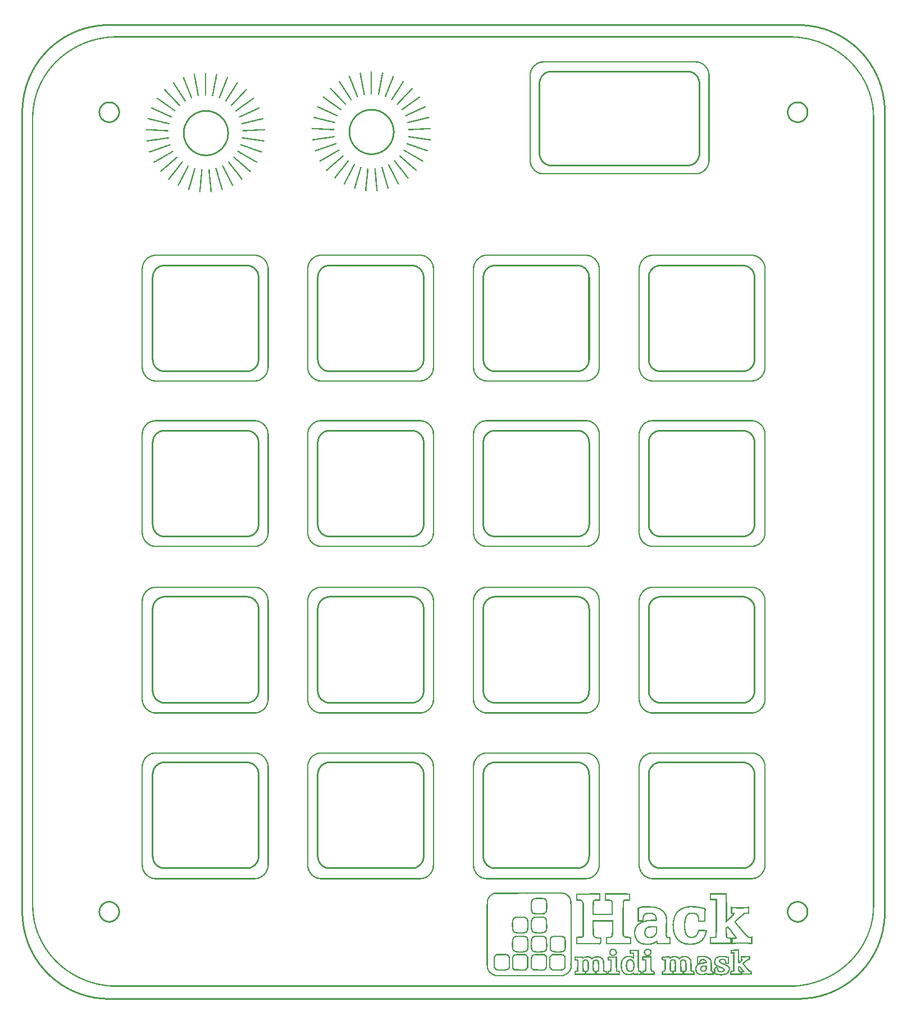
<source format=gto>
G04 MADE WITH FRITZING*
G04 WWW.FRITZING.ORG*
G04 DOUBLE SIDED*
G04 HOLES PLATED*
G04 CONTOUR ON CENTER OF CONTOUR VECTOR*
%ASAXBY*%
%FSLAX23Y23*%
%MOIN*%
%OFA0B0*%
%SFA1.0B1.0*%
%ADD10R,0.001000X0.001000*%
%LNSILK1*%
G90*
G70*
G54D10*
X496Y5786D02*
X4631Y5786D01*
X479Y5785D02*
X4648Y5785D01*
X467Y5784D02*
X4660Y5784D01*
X458Y5783D02*
X4669Y5783D01*
X450Y5782D02*
X4677Y5782D01*
X443Y5781D02*
X4684Y5781D01*
X436Y5780D02*
X4691Y5780D01*
X430Y5779D02*
X4697Y5779D01*
X425Y5778D02*
X4702Y5778D01*
X419Y5777D02*
X4708Y5777D01*
X414Y5776D02*
X495Y5776D01*
X4632Y5776D02*
X4713Y5776D01*
X409Y5775D02*
X478Y5775D01*
X4649Y5775D02*
X4718Y5775D01*
X405Y5774D02*
X467Y5774D01*
X4660Y5774D02*
X4722Y5774D01*
X400Y5773D02*
X458Y5773D01*
X4669Y5773D02*
X4727Y5773D01*
X396Y5772D02*
X449Y5772D01*
X4678Y5772D02*
X4731Y5772D01*
X392Y5771D02*
X442Y5771D01*
X4685Y5771D02*
X4735Y5771D01*
X388Y5770D02*
X436Y5770D01*
X4691Y5770D02*
X4739Y5770D01*
X384Y5769D02*
X430Y5769D01*
X4697Y5769D02*
X4743Y5769D01*
X381Y5768D02*
X424Y5768D01*
X4703Y5768D02*
X4746Y5768D01*
X377Y5767D02*
X419Y5767D01*
X4708Y5767D02*
X4750Y5767D01*
X374Y5766D02*
X414Y5766D01*
X4713Y5766D02*
X4753Y5766D01*
X370Y5765D02*
X409Y5765D01*
X4718Y5765D02*
X4757Y5765D01*
X367Y5764D02*
X404Y5764D01*
X4723Y5764D02*
X4760Y5764D01*
X364Y5763D02*
X400Y5763D01*
X4727Y5763D02*
X4763Y5763D01*
X360Y5762D02*
X396Y5762D01*
X4731Y5762D02*
X4767Y5762D01*
X357Y5761D02*
X392Y5761D01*
X4735Y5761D02*
X4770Y5761D01*
X354Y5760D02*
X388Y5760D01*
X4739Y5760D02*
X4773Y5760D01*
X351Y5759D02*
X384Y5759D01*
X4743Y5759D02*
X4776Y5759D01*
X348Y5758D02*
X380Y5758D01*
X4747Y5758D02*
X4779Y5758D01*
X346Y5757D02*
X377Y5757D01*
X4750Y5757D02*
X4781Y5757D01*
X343Y5756D02*
X373Y5756D01*
X4754Y5756D02*
X4784Y5756D01*
X340Y5755D02*
X370Y5755D01*
X4757Y5755D02*
X4787Y5755D01*
X337Y5754D02*
X367Y5754D01*
X4760Y5754D02*
X4790Y5754D01*
X335Y5753D02*
X364Y5753D01*
X4763Y5753D02*
X4792Y5753D01*
X332Y5752D02*
X360Y5752D01*
X4767Y5752D02*
X4795Y5752D01*
X329Y5751D02*
X357Y5751D01*
X4770Y5751D02*
X4798Y5751D01*
X327Y5750D02*
X354Y5750D01*
X4773Y5750D02*
X4800Y5750D01*
X324Y5749D02*
X351Y5749D01*
X4776Y5749D02*
X4803Y5749D01*
X322Y5748D02*
X349Y5748D01*
X4778Y5748D02*
X4805Y5748D01*
X319Y5747D02*
X346Y5747D01*
X4781Y5747D02*
X4808Y5747D01*
X317Y5746D02*
X343Y5746D01*
X4784Y5746D02*
X4810Y5746D01*
X315Y5745D02*
X340Y5745D01*
X4787Y5745D02*
X4812Y5745D01*
X312Y5744D02*
X338Y5744D01*
X4789Y5744D02*
X4815Y5744D01*
X310Y5743D02*
X335Y5743D01*
X4792Y5743D02*
X4817Y5743D01*
X308Y5742D02*
X332Y5742D01*
X4795Y5742D02*
X4819Y5742D01*
X305Y5741D02*
X330Y5741D01*
X4797Y5741D02*
X4822Y5741D01*
X303Y5740D02*
X327Y5740D01*
X4800Y5740D02*
X4824Y5740D01*
X301Y5739D02*
X325Y5739D01*
X4802Y5739D02*
X4826Y5739D01*
X299Y5738D02*
X322Y5738D01*
X4805Y5738D02*
X4828Y5738D01*
X297Y5737D02*
X320Y5737D01*
X4807Y5737D02*
X4830Y5737D01*
X295Y5736D02*
X318Y5736D01*
X4809Y5736D02*
X4832Y5736D01*
X293Y5735D02*
X315Y5735D01*
X4812Y5735D02*
X4834Y5735D01*
X291Y5734D02*
X313Y5734D01*
X4814Y5734D02*
X4836Y5734D01*
X289Y5733D02*
X311Y5733D01*
X4816Y5733D02*
X4838Y5733D01*
X287Y5732D02*
X308Y5732D01*
X4819Y5732D02*
X4840Y5732D01*
X284Y5731D02*
X306Y5731D01*
X4821Y5731D02*
X4843Y5731D01*
X282Y5730D02*
X304Y5730D01*
X4823Y5730D02*
X4845Y5730D01*
X281Y5729D02*
X302Y5729D01*
X4825Y5729D02*
X4846Y5729D01*
X279Y5728D02*
X300Y5728D01*
X4827Y5728D02*
X4848Y5728D01*
X277Y5727D02*
X298Y5727D01*
X4829Y5727D02*
X4850Y5727D01*
X275Y5726D02*
X296Y5726D01*
X4831Y5726D02*
X4852Y5726D01*
X273Y5725D02*
X294Y5725D01*
X4833Y5725D02*
X4854Y5725D01*
X271Y5724D02*
X291Y5724D01*
X4836Y5724D02*
X4856Y5724D01*
X269Y5723D02*
X289Y5723D01*
X4838Y5723D02*
X4858Y5723D01*
X267Y5722D02*
X287Y5722D01*
X4840Y5722D02*
X4860Y5722D01*
X266Y5721D02*
X285Y5721D01*
X4842Y5721D02*
X4861Y5721D01*
X264Y5720D02*
X284Y5720D01*
X4843Y5720D02*
X4863Y5720D01*
X262Y5719D02*
X282Y5719D01*
X4845Y5719D02*
X4865Y5719D01*
X260Y5718D02*
X280Y5718D01*
X4847Y5718D02*
X4867Y5718D01*
X259Y5717D02*
X278Y5717D01*
X4849Y5717D02*
X4868Y5717D01*
X257Y5716D02*
X276Y5716D01*
X4851Y5716D02*
X4870Y5716D01*
X255Y5715D02*
X274Y5715D01*
X544Y5715D02*
X4578Y5715D01*
X4853Y5715D02*
X4872Y5715D01*
X253Y5714D02*
X272Y5714D01*
X526Y5714D02*
X4596Y5714D01*
X4855Y5714D02*
X4874Y5714D01*
X252Y5713D02*
X271Y5713D01*
X515Y5713D02*
X4607Y5713D01*
X4856Y5713D02*
X4875Y5713D01*
X250Y5712D02*
X269Y5712D01*
X505Y5712D02*
X4617Y5712D01*
X4858Y5712D02*
X4877Y5712D01*
X248Y5711D02*
X267Y5711D01*
X497Y5711D02*
X4625Y5711D01*
X4860Y5711D02*
X4879Y5711D01*
X247Y5710D02*
X265Y5710D01*
X490Y5710D02*
X4632Y5710D01*
X4862Y5710D02*
X4880Y5710D01*
X245Y5709D02*
X263Y5709D01*
X483Y5709D02*
X4639Y5709D01*
X4864Y5709D02*
X4882Y5709D01*
X244Y5708D02*
X262Y5708D01*
X477Y5708D02*
X4645Y5708D01*
X4865Y5708D02*
X4883Y5708D01*
X242Y5707D02*
X260Y5707D01*
X472Y5707D02*
X543Y5707D01*
X4579Y5707D02*
X4650Y5707D01*
X4867Y5707D02*
X4885Y5707D01*
X240Y5706D02*
X258Y5706D01*
X466Y5706D02*
X525Y5706D01*
X4597Y5706D02*
X4656Y5706D01*
X4869Y5706D02*
X4887Y5706D01*
X239Y5705D02*
X257Y5705D01*
X461Y5705D02*
X514Y5705D01*
X4608Y5705D02*
X4661Y5705D01*
X4870Y5705D02*
X4888Y5705D01*
X237Y5704D02*
X255Y5704D01*
X456Y5704D02*
X504Y5704D01*
X4618Y5704D02*
X4666Y5704D01*
X4872Y5704D02*
X4890Y5704D01*
X236Y5703D02*
X253Y5703D01*
X452Y5703D02*
X496Y5703D01*
X4626Y5703D02*
X4670Y5703D01*
X4874Y5703D02*
X4891Y5703D01*
X234Y5702D02*
X252Y5702D01*
X447Y5702D02*
X489Y5702D01*
X4633Y5702D02*
X4675Y5702D01*
X4875Y5702D02*
X4893Y5702D01*
X233Y5701D02*
X250Y5701D01*
X443Y5701D02*
X483Y5701D01*
X4639Y5701D02*
X4679Y5701D01*
X4877Y5701D02*
X4894Y5701D01*
X231Y5700D02*
X248Y5700D01*
X439Y5700D02*
X476Y5700D01*
X4646Y5700D02*
X4683Y5700D01*
X4879Y5700D02*
X4896Y5700D01*
X230Y5699D02*
X247Y5699D01*
X435Y5699D02*
X471Y5699D01*
X4651Y5699D02*
X4687Y5699D01*
X4880Y5699D02*
X4897Y5699D01*
X228Y5698D02*
X245Y5698D01*
X431Y5698D02*
X465Y5698D01*
X4657Y5698D02*
X4691Y5698D01*
X4882Y5698D02*
X4899Y5698D01*
X227Y5697D02*
X244Y5697D01*
X427Y5697D02*
X460Y5697D01*
X4662Y5697D02*
X4695Y5697D01*
X4883Y5697D02*
X4900Y5697D01*
X225Y5696D02*
X242Y5696D01*
X424Y5696D02*
X456Y5696D01*
X4666Y5696D02*
X4698Y5696D01*
X4885Y5696D02*
X4902Y5696D01*
X224Y5695D02*
X241Y5695D01*
X420Y5695D02*
X451Y5695D01*
X4671Y5695D02*
X4702Y5695D01*
X4886Y5695D02*
X4903Y5695D01*
X222Y5694D02*
X239Y5694D01*
X417Y5694D02*
X447Y5694D01*
X4675Y5694D02*
X4705Y5694D01*
X4888Y5694D02*
X4905Y5694D01*
X221Y5693D02*
X238Y5693D01*
X414Y5693D02*
X442Y5693D01*
X4680Y5693D02*
X4708Y5693D01*
X4889Y5693D02*
X4906Y5693D01*
X219Y5692D02*
X236Y5692D01*
X410Y5692D02*
X438Y5692D01*
X4684Y5692D02*
X4712Y5692D01*
X4891Y5692D02*
X4908Y5692D01*
X218Y5691D02*
X234Y5691D01*
X407Y5691D02*
X435Y5691D01*
X4687Y5691D02*
X4715Y5691D01*
X4893Y5691D02*
X4909Y5691D01*
X217Y5690D02*
X233Y5690D01*
X404Y5690D02*
X431Y5690D01*
X4691Y5690D02*
X4718Y5690D01*
X4894Y5690D02*
X4910Y5690D01*
X215Y5689D02*
X232Y5689D01*
X401Y5689D02*
X427Y5689D01*
X4695Y5689D02*
X4721Y5689D01*
X4895Y5689D02*
X4912Y5689D01*
X214Y5688D02*
X230Y5688D01*
X398Y5688D02*
X423Y5688D01*
X4699Y5688D02*
X4724Y5688D01*
X4897Y5688D02*
X4913Y5688D01*
X213Y5687D02*
X229Y5687D01*
X395Y5687D02*
X420Y5687D01*
X4702Y5687D02*
X4727Y5687D01*
X4898Y5687D02*
X4914Y5687D01*
X211Y5686D02*
X227Y5686D01*
X392Y5686D02*
X417Y5686D01*
X4705Y5686D02*
X4730Y5686D01*
X4900Y5686D02*
X4916Y5686D01*
X210Y5685D02*
X226Y5685D01*
X389Y5685D02*
X413Y5685D01*
X4709Y5685D02*
X4733Y5685D01*
X4901Y5685D02*
X4917Y5685D01*
X208Y5684D02*
X224Y5684D01*
X387Y5684D02*
X410Y5684D01*
X4712Y5684D02*
X4735Y5684D01*
X4903Y5684D02*
X4919Y5684D01*
X207Y5683D02*
X223Y5683D01*
X384Y5683D02*
X407Y5683D01*
X4715Y5683D02*
X4738Y5683D01*
X4904Y5683D02*
X4920Y5683D01*
X206Y5682D02*
X221Y5682D01*
X381Y5682D02*
X404Y5682D01*
X4718Y5682D02*
X4741Y5682D01*
X4906Y5682D02*
X4921Y5682D01*
X204Y5681D02*
X220Y5681D01*
X379Y5681D02*
X401Y5681D01*
X4721Y5681D02*
X4743Y5681D01*
X4907Y5681D02*
X4923Y5681D01*
X203Y5680D02*
X219Y5680D01*
X376Y5680D02*
X398Y5680D01*
X4724Y5680D02*
X4746Y5680D01*
X4908Y5680D02*
X4924Y5680D01*
X202Y5679D02*
X217Y5679D01*
X373Y5679D02*
X395Y5679D01*
X4727Y5679D02*
X4749Y5679D01*
X4910Y5679D02*
X4925Y5679D01*
X201Y5678D02*
X216Y5678D01*
X371Y5678D02*
X392Y5678D01*
X4730Y5678D02*
X4751Y5678D01*
X4911Y5678D02*
X4926Y5678D01*
X199Y5677D02*
X215Y5677D01*
X368Y5677D02*
X389Y5677D01*
X4733Y5677D02*
X4754Y5677D01*
X4912Y5677D02*
X4928Y5677D01*
X198Y5676D02*
X213Y5676D01*
X366Y5676D02*
X387Y5676D01*
X4735Y5676D02*
X4756Y5676D01*
X4914Y5676D02*
X4929Y5676D01*
X197Y5675D02*
X212Y5675D01*
X364Y5675D02*
X384Y5675D01*
X4738Y5675D02*
X4758Y5675D01*
X4915Y5675D02*
X4930Y5675D01*
X195Y5674D02*
X211Y5674D01*
X361Y5674D02*
X381Y5674D01*
X4741Y5674D02*
X4761Y5674D01*
X4916Y5674D02*
X4932Y5674D01*
X194Y5673D02*
X209Y5673D01*
X359Y5673D02*
X379Y5673D01*
X4743Y5673D02*
X4763Y5673D01*
X4918Y5673D02*
X4933Y5673D01*
X193Y5672D02*
X208Y5672D01*
X357Y5672D02*
X376Y5672D01*
X4746Y5672D02*
X4765Y5672D01*
X4919Y5672D02*
X4934Y5672D01*
X192Y5671D02*
X207Y5671D01*
X354Y5671D02*
X374Y5671D01*
X4748Y5671D02*
X4768Y5671D01*
X4920Y5671D02*
X4935Y5671D01*
X190Y5670D02*
X205Y5670D01*
X352Y5670D02*
X371Y5670D01*
X4751Y5670D02*
X4770Y5670D01*
X4922Y5670D02*
X4937Y5670D01*
X189Y5669D02*
X204Y5669D01*
X350Y5669D02*
X369Y5669D01*
X4753Y5669D02*
X4772Y5669D01*
X4923Y5669D02*
X4938Y5669D01*
X188Y5668D02*
X203Y5668D01*
X348Y5668D02*
X366Y5668D01*
X4756Y5668D02*
X4774Y5668D01*
X4924Y5668D02*
X4939Y5668D01*
X187Y5667D02*
X202Y5667D01*
X346Y5667D02*
X364Y5667D01*
X4758Y5667D02*
X4776Y5667D01*
X4925Y5667D02*
X4940Y5667D01*
X186Y5666D02*
X200Y5666D01*
X343Y5666D02*
X362Y5666D01*
X4760Y5666D02*
X4779Y5666D01*
X4927Y5666D02*
X4941Y5666D01*
X184Y5665D02*
X199Y5665D01*
X341Y5665D02*
X359Y5665D01*
X4763Y5665D02*
X4781Y5665D01*
X4928Y5665D02*
X4943Y5665D01*
X183Y5664D02*
X198Y5664D01*
X339Y5664D02*
X357Y5664D01*
X4765Y5664D02*
X4783Y5664D01*
X4929Y5664D02*
X4944Y5664D01*
X182Y5663D02*
X197Y5663D01*
X337Y5663D02*
X355Y5663D01*
X4767Y5663D02*
X4785Y5663D01*
X4930Y5663D02*
X4945Y5663D01*
X181Y5662D02*
X195Y5662D01*
X335Y5662D02*
X353Y5662D01*
X4769Y5662D02*
X4787Y5662D01*
X4932Y5662D02*
X4946Y5662D01*
X180Y5661D02*
X194Y5661D01*
X333Y5661D02*
X350Y5661D01*
X4772Y5661D02*
X4789Y5661D01*
X4933Y5661D02*
X4947Y5661D01*
X179Y5660D02*
X193Y5660D01*
X331Y5660D02*
X348Y5660D01*
X4774Y5660D02*
X4791Y5660D01*
X4934Y5660D02*
X4948Y5660D01*
X177Y5659D02*
X192Y5659D01*
X329Y5659D02*
X346Y5659D01*
X4776Y5659D02*
X4793Y5659D01*
X4935Y5659D02*
X4950Y5659D01*
X176Y5658D02*
X191Y5658D01*
X327Y5658D02*
X344Y5658D01*
X4778Y5658D02*
X4795Y5658D01*
X4936Y5658D02*
X4951Y5658D01*
X175Y5657D02*
X189Y5657D01*
X325Y5657D02*
X342Y5657D01*
X4780Y5657D02*
X4797Y5657D01*
X4938Y5657D02*
X4952Y5657D01*
X174Y5656D02*
X188Y5656D01*
X323Y5656D02*
X340Y5656D01*
X4782Y5656D02*
X4799Y5656D01*
X4939Y5656D02*
X4953Y5656D01*
X173Y5655D02*
X187Y5655D01*
X322Y5655D02*
X338Y5655D01*
X4784Y5655D02*
X4800Y5655D01*
X4940Y5655D02*
X4954Y5655D01*
X172Y5654D02*
X186Y5654D01*
X320Y5654D02*
X336Y5654D01*
X4786Y5654D02*
X4802Y5654D01*
X4941Y5654D02*
X4955Y5654D01*
X171Y5653D02*
X185Y5653D01*
X318Y5653D02*
X334Y5653D01*
X4788Y5653D02*
X4804Y5653D01*
X4942Y5653D02*
X4956Y5653D01*
X169Y5652D02*
X184Y5652D01*
X316Y5652D02*
X332Y5652D01*
X4790Y5652D02*
X4806Y5652D01*
X4943Y5652D02*
X4957Y5652D01*
X168Y5651D02*
X182Y5651D01*
X314Y5651D02*
X330Y5651D01*
X4792Y5651D02*
X4808Y5651D01*
X4945Y5651D02*
X4959Y5651D01*
X167Y5650D02*
X181Y5650D01*
X312Y5650D02*
X328Y5650D01*
X4794Y5650D02*
X4810Y5650D01*
X4946Y5650D02*
X4960Y5650D01*
X166Y5649D02*
X180Y5649D01*
X311Y5649D02*
X326Y5649D01*
X4796Y5649D02*
X4811Y5649D01*
X4947Y5649D02*
X4961Y5649D01*
X165Y5648D02*
X179Y5648D01*
X309Y5648D02*
X324Y5648D01*
X4798Y5648D02*
X4813Y5648D01*
X4948Y5648D02*
X4962Y5648D01*
X164Y5647D02*
X178Y5647D01*
X307Y5647D02*
X322Y5647D01*
X4800Y5647D02*
X4815Y5647D01*
X4949Y5647D02*
X4963Y5647D01*
X163Y5646D02*
X177Y5646D01*
X305Y5646D02*
X320Y5646D01*
X4802Y5646D02*
X4817Y5646D01*
X4950Y5646D02*
X4964Y5646D01*
X162Y5645D02*
X176Y5645D01*
X304Y5645D02*
X319Y5645D01*
X4803Y5645D02*
X4818Y5645D01*
X4951Y5645D02*
X4965Y5645D01*
X161Y5644D02*
X175Y5644D01*
X302Y5644D02*
X317Y5644D01*
X4805Y5644D02*
X4820Y5644D01*
X4952Y5644D02*
X4966Y5644D01*
X160Y5643D02*
X173Y5643D01*
X300Y5643D02*
X315Y5643D01*
X4807Y5643D02*
X4822Y5643D01*
X4954Y5643D02*
X4967Y5643D01*
X159Y5642D02*
X172Y5642D01*
X299Y5642D02*
X313Y5642D01*
X4809Y5642D02*
X4823Y5642D01*
X4955Y5642D02*
X4968Y5642D01*
X158Y5641D02*
X171Y5641D01*
X297Y5641D02*
X311Y5641D01*
X4811Y5641D02*
X4825Y5641D01*
X4956Y5641D02*
X4969Y5641D01*
X157Y5640D02*
X170Y5640D01*
X295Y5640D02*
X310Y5640D01*
X4812Y5640D02*
X4827Y5640D01*
X4957Y5640D02*
X4970Y5640D01*
X156Y5639D02*
X169Y5639D01*
X294Y5639D02*
X308Y5639D01*
X4814Y5639D02*
X4828Y5639D01*
X4958Y5639D02*
X4971Y5639D01*
X155Y5638D02*
X168Y5638D01*
X292Y5638D02*
X306Y5638D01*
X4816Y5638D02*
X4830Y5638D01*
X4959Y5638D02*
X4972Y5638D01*
X154Y5637D02*
X167Y5637D01*
X290Y5637D02*
X305Y5637D01*
X4817Y5637D02*
X4832Y5637D01*
X4960Y5637D02*
X4973Y5637D01*
X153Y5636D02*
X166Y5636D01*
X289Y5636D02*
X303Y5636D01*
X4819Y5636D02*
X4833Y5636D01*
X4961Y5636D02*
X4974Y5636D01*
X152Y5635D02*
X165Y5635D01*
X287Y5635D02*
X301Y5635D01*
X4821Y5635D02*
X4835Y5635D01*
X4962Y5635D02*
X4975Y5635D01*
X151Y5634D02*
X164Y5634D01*
X286Y5634D02*
X300Y5634D01*
X4822Y5634D02*
X4836Y5634D01*
X4963Y5634D02*
X4976Y5634D01*
X150Y5633D02*
X163Y5633D01*
X284Y5633D02*
X298Y5633D01*
X4824Y5633D02*
X4838Y5633D01*
X4964Y5633D02*
X4977Y5633D01*
X149Y5632D02*
X162Y5632D01*
X283Y5632D02*
X296Y5632D01*
X4826Y5632D02*
X4839Y5632D01*
X4965Y5632D02*
X4978Y5632D01*
X148Y5631D02*
X161Y5631D01*
X281Y5631D02*
X295Y5631D01*
X4827Y5631D02*
X4841Y5631D01*
X4966Y5631D02*
X4979Y5631D01*
X147Y5630D02*
X160Y5630D01*
X280Y5630D02*
X293Y5630D01*
X4829Y5630D02*
X4842Y5630D01*
X4967Y5630D02*
X4980Y5630D01*
X146Y5629D02*
X159Y5629D01*
X278Y5629D02*
X292Y5629D01*
X4830Y5629D02*
X4844Y5629D01*
X4968Y5629D02*
X4981Y5629D01*
X145Y5628D02*
X158Y5628D01*
X277Y5628D02*
X290Y5628D01*
X4832Y5628D02*
X4845Y5628D01*
X4969Y5628D02*
X4982Y5628D01*
X144Y5627D02*
X157Y5627D01*
X275Y5627D02*
X288Y5627D01*
X4834Y5627D02*
X4847Y5627D01*
X4970Y5627D02*
X4983Y5627D01*
X143Y5626D02*
X156Y5626D01*
X274Y5626D02*
X287Y5626D01*
X4835Y5626D02*
X4848Y5626D01*
X4971Y5626D02*
X4984Y5626D01*
X142Y5625D02*
X155Y5625D01*
X272Y5625D02*
X285Y5625D01*
X4837Y5625D02*
X4850Y5625D01*
X4972Y5625D02*
X4985Y5625D01*
X141Y5624D02*
X154Y5624D01*
X271Y5624D02*
X284Y5624D01*
X4838Y5624D02*
X4851Y5624D01*
X4973Y5624D02*
X4986Y5624D01*
X140Y5623D02*
X153Y5623D01*
X269Y5623D02*
X282Y5623D01*
X4840Y5623D02*
X4853Y5623D01*
X4974Y5623D02*
X4987Y5623D01*
X139Y5622D02*
X152Y5622D01*
X268Y5622D02*
X281Y5622D01*
X4841Y5622D02*
X4854Y5622D01*
X4975Y5622D02*
X4988Y5622D01*
X138Y5621D02*
X151Y5621D01*
X266Y5621D02*
X279Y5621D01*
X4843Y5621D02*
X4856Y5621D01*
X4976Y5621D02*
X4989Y5621D01*
X137Y5620D02*
X150Y5620D01*
X265Y5620D02*
X278Y5620D01*
X4844Y5620D02*
X4857Y5620D01*
X4977Y5620D02*
X4990Y5620D01*
X136Y5619D02*
X149Y5619D01*
X264Y5619D02*
X276Y5619D01*
X4846Y5619D02*
X4858Y5619D01*
X4978Y5619D02*
X4991Y5619D01*
X135Y5618D02*
X148Y5618D01*
X262Y5618D02*
X275Y5618D01*
X4847Y5618D02*
X4860Y5618D01*
X4979Y5618D02*
X4992Y5618D01*
X134Y5617D02*
X147Y5617D01*
X261Y5617D02*
X274Y5617D01*
X4848Y5617D02*
X4861Y5617D01*
X4980Y5617D02*
X4993Y5617D01*
X134Y5616D02*
X146Y5616D01*
X259Y5616D02*
X272Y5616D01*
X4850Y5616D02*
X4862Y5616D01*
X4981Y5616D02*
X4993Y5616D01*
X133Y5615D02*
X145Y5615D01*
X258Y5615D02*
X271Y5615D01*
X4851Y5615D02*
X4864Y5615D01*
X4982Y5615D02*
X4994Y5615D01*
X132Y5614D02*
X144Y5614D01*
X257Y5614D02*
X269Y5614D01*
X4853Y5614D02*
X4865Y5614D01*
X4983Y5614D02*
X4995Y5614D01*
X131Y5613D02*
X143Y5613D01*
X255Y5613D02*
X268Y5613D01*
X4854Y5613D02*
X4867Y5613D01*
X4984Y5613D02*
X4996Y5613D01*
X130Y5612D02*
X143Y5612D01*
X254Y5612D02*
X266Y5612D01*
X4856Y5612D02*
X4868Y5612D01*
X4984Y5612D02*
X4997Y5612D01*
X129Y5611D02*
X142Y5611D01*
X253Y5611D02*
X265Y5611D01*
X4857Y5611D02*
X4869Y5611D01*
X4985Y5611D02*
X4998Y5611D01*
X128Y5610D02*
X141Y5610D01*
X251Y5610D02*
X264Y5610D01*
X4858Y5610D02*
X4870Y5610D01*
X4986Y5610D02*
X4999Y5610D01*
X127Y5609D02*
X140Y5609D01*
X250Y5609D02*
X262Y5609D01*
X4860Y5609D02*
X4872Y5609D01*
X4987Y5609D02*
X5000Y5609D01*
X127Y5608D02*
X139Y5608D01*
X249Y5608D02*
X261Y5608D01*
X4861Y5608D02*
X4873Y5608D01*
X4988Y5608D02*
X5000Y5608D01*
X126Y5607D02*
X138Y5607D01*
X248Y5607D02*
X260Y5607D01*
X4862Y5607D02*
X4874Y5607D01*
X4989Y5607D02*
X5001Y5607D01*
X125Y5606D02*
X137Y5606D01*
X246Y5606D02*
X258Y5606D01*
X4864Y5606D02*
X4876Y5606D01*
X4990Y5606D02*
X5002Y5606D01*
X124Y5605D02*
X136Y5605D01*
X245Y5605D02*
X257Y5605D01*
X4865Y5605D02*
X4877Y5605D01*
X4991Y5605D02*
X5003Y5605D01*
X123Y5604D02*
X135Y5604D01*
X244Y5604D02*
X256Y5604D01*
X4866Y5604D02*
X4878Y5604D01*
X4992Y5604D02*
X5004Y5604D01*
X122Y5603D02*
X134Y5603D01*
X243Y5603D02*
X254Y5603D01*
X4868Y5603D02*
X4879Y5603D01*
X4993Y5603D02*
X5005Y5603D01*
X121Y5602D02*
X134Y5602D01*
X241Y5602D02*
X253Y5602D01*
X4869Y5602D02*
X4881Y5602D01*
X4993Y5602D02*
X5006Y5602D01*
X121Y5601D02*
X133Y5601D01*
X240Y5601D02*
X252Y5601D01*
X4870Y5601D02*
X4882Y5601D01*
X4994Y5601D02*
X5006Y5601D01*
X120Y5600D02*
X132Y5600D01*
X239Y5600D02*
X251Y5600D01*
X4871Y5600D02*
X4883Y5600D01*
X4995Y5600D02*
X5007Y5600D01*
X119Y5599D02*
X131Y5599D01*
X238Y5599D02*
X249Y5599D01*
X4873Y5599D02*
X4884Y5599D01*
X4996Y5599D02*
X5008Y5599D01*
X118Y5598D02*
X130Y5598D01*
X236Y5598D02*
X248Y5598D01*
X4874Y5598D02*
X4886Y5598D01*
X4997Y5598D02*
X5009Y5598D01*
X117Y5597D02*
X129Y5597D01*
X235Y5597D02*
X247Y5597D01*
X4875Y5597D02*
X4887Y5597D01*
X4998Y5597D02*
X5010Y5597D01*
X116Y5596D02*
X128Y5596D01*
X234Y5596D02*
X246Y5596D01*
X4876Y5596D02*
X4888Y5596D01*
X4999Y5596D02*
X5011Y5596D01*
X116Y5595D02*
X128Y5595D01*
X233Y5595D02*
X244Y5595D01*
X4878Y5595D02*
X4889Y5595D01*
X4999Y5595D02*
X5011Y5595D01*
X115Y5594D02*
X127Y5594D01*
X232Y5594D02*
X243Y5594D01*
X4879Y5594D02*
X4890Y5594D01*
X5000Y5594D02*
X5012Y5594D01*
X114Y5593D02*
X126Y5593D01*
X231Y5593D02*
X242Y5593D01*
X4880Y5593D02*
X4891Y5593D01*
X5001Y5593D02*
X5013Y5593D01*
X113Y5592D02*
X125Y5592D01*
X229Y5592D02*
X241Y5592D01*
X4881Y5592D02*
X4893Y5592D01*
X5002Y5592D02*
X5014Y5592D01*
X112Y5591D02*
X124Y5591D01*
X228Y5591D02*
X239Y5591D01*
X4883Y5591D02*
X4894Y5591D01*
X5003Y5591D02*
X5015Y5591D01*
X112Y5590D02*
X123Y5590D01*
X227Y5590D02*
X238Y5590D01*
X4884Y5590D02*
X4895Y5590D01*
X5004Y5590D02*
X5015Y5590D01*
X111Y5589D02*
X123Y5589D01*
X226Y5589D02*
X237Y5589D01*
X4885Y5589D02*
X4896Y5589D01*
X5004Y5589D02*
X5016Y5589D01*
X110Y5588D02*
X122Y5588D01*
X225Y5588D02*
X236Y5588D01*
X4886Y5588D02*
X4897Y5588D01*
X5005Y5588D02*
X5017Y5588D01*
X109Y5587D02*
X121Y5587D01*
X224Y5587D02*
X235Y5587D01*
X4887Y5587D02*
X4898Y5587D01*
X5006Y5587D02*
X5018Y5587D01*
X109Y5586D02*
X120Y5586D01*
X222Y5586D02*
X234Y5586D01*
X4888Y5586D02*
X4899Y5586D01*
X5007Y5586D02*
X5018Y5586D01*
X108Y5585D02*
X119Y5585D01*
X221Y5585D02*
X232Y5585D01*
X4890Y5585D02*
X4901Y5585D01*
X5008Y5585D02*
X5019Y5585D01*
X107Y5584D02*
X119Y5584D01*
X220Y5584D02*
X231Y5584D01*
X4891Y5584D02*
X4902Y5584D01*
X5008Y5584D02*
X5020Y5584D01*
X106Y5583D02*
X118Y5583D01*
X219Y5583D02*
X230Y5583D01*
X4892Y5583D02*
X4903Y5583D01*
X5009Y5583D02*
X5021Y5583D01*
X105Y5582D02*
X117Y5582D01*
X218Y5582D02*
X229Y5582D01*
X4893Y5582D02*
X4904Y5582D01*
X5010Y5582D02*
X5022Y5582D01*
X105Y5581D02*
X116Y5581D01*
X217Y5581D02*
X228Y5581D01*
X4894Y5581D02*
X4905Y5581D01*
X5011Y5581D02*
X5022Y5581D01*
X104Y5580D02*
X115Y5580D01*
X216Y5580D02*
X227Y5580D01*
X4895Y5580D02*
X4906Y5580D01*
X5012Y5580D02*
X5023Y5580D01*
X103Y5579D02*
X115Y5579D01*
X215Y5579D02*
X226Y5579D01*
X4896Y5579D02*
X4907Y5579D01*
X5012Y5579D02*
X5024Y5579D01*
X102Y5578D02*
X114Y5578D01*
X214Y5578D02*
X225Y5578D01*
X4897Y5578D02*
X4908Y5578D01*
X5013Y5578D02*
X5025Y5578D01*
X102Y5577D02*
X113Y5577D01*
X213Y5577D02*
X223Y5577D01*
X4899Y5577D02*
X4909Y5577D01*
X5014Y5577D02*
X5025Y5577D01*
X101Y5576D02*
X112Y5576D01*
X212Y5576D02*
X222Y5576D01*
X4900Y5576D02*
X4910Y5576D01*
X5015Y5576D02*
X5026Y5576D01*
X100Y5575D02*
X112Y5575D01*
X211Y5575D02*
X221Y5575D01*
X4901Y5575D02*
X4911Y5575D01*
X5015Y5575D02*
X5027Y5575D01*
X100Y5574D02*
X111Y5574D01*
X209Y5574D02*
X220Y5574D01*
X4902Y5574D02*
X4913Y5574D01*
X5016Y5574D02*
X5027Y5574D01*
X99Y5573D02*
X110Y5573D01*
X208Y5573D02*
X219Y5573D01*
X4903Y5573D02*
X4914Y5573D01*
X5017Y5573D02*
X5028Y5573D01*
X98Y5572D02*
X109Y5572D01*
X207Y5572D02*
X218Y5572D01*
X4904Y5572D02*
X4915Y5572D01*
X5018Y5572D02*
X5029Y5572D01*
X97Y5571D02*
X109Y5571D01*
X206Y5571D02*
X217Y5571D01*
X4905Y5571D02*
X4916Y5571D01*
X5018Y5571D02*
X5030Y5571D01*
X97Y5570D02*
X108Y5570D01*
X205Y5570D02*
X216Y5570D01*
X4906Y5570D02*
X4917Y5570D01*
X5019Y5570D02*
X5030Y5570D01*
X96Y5569D02*
X107Y5569D01*
X204Y5569D02*
X215Y5569D01*
X4907Y5569D02*
X4918Y5569D01*
X5020Y5569D02*
X5031Y5569D01*
X95Y5568D02*
X106Y5568D01*
X203Y5568D02*
X214Y5568D01*
X4908Y5568D02*
X4919Y5568D01*
X5021Y5568D02*
X5032Y5568D01*
X94Y5567D02*
X106Y5567D01*
X202Y5567D02*
X213Y5567D01*
X3096Y5567D02*
X4001Y5567D01*
X4909Y5567D02*
X4920Y5567D01*
X5021Y5567D02*
X5033Y5567D01*
X94Y5566D02*
X105Y5566D01*
X201Y5566D02*
X212Y5566D01*
X3085Y5566D02*
X4013Y5566D01*
X4910Y5566D02*
X4921Y5566D01*
X5022Y5566D02*
X5033Y5566D01*
X93Y5565D02*
X104Y5565D01*
X200Y5565D02*
X211Y5565D01*
X3080Y5565D02*
X4018Y5565D01*
X4911Y5565D02*
X4922Y5565D01*
X5023Y5565D02*
X5034Y5565D01*
X92Y5564D02*
X104Y5564D01*
X199Y5564D02*
X210Y5564D01*
X3076Y5564D02*
X4021Y5564D01*
X4912Y5564D02*
X4923Y5564D01*
X5023Y5564D02*
X5035Y5564D01*
X92Y5563D02*
X103Y5563D01*
X198Y5563D02*
X209Y5563D01*
X3073Y5563D02*
X4025Y5563D01*
X4913Y5563D02*
X4924Y5563D01*
X5024Y5563D02*
X5035Y5563D01*
X91Y5562D02*
X102Y5562D01*
X197Y5562D02*
X208Y5562D01*
X3070Y5562D02*
X4027Y5562D01*
X4914Y5562D02*
X4925Y5562D01*
X5025Y5562D02*
X5036Y5562D01*
X90Y5561D02*
X101Y5561D01*
X196Y5561D02*
X207Y5561D01*
X3067Y5561D02*
X4030Y5561D01*
X4915Y5561D02*
X4926Y5561D01*
X5026Y5561D02*
X5037Y5561D01*
X90Y5560D02*
X101Y5560D01*
X196Y5560D02*
X206Y5560D01*
X3065Y5560D02*
X4033Y5560D01*
X4916Y5560D02*
X4926Y5560D01*
X5026Y5560D02*
X5037Y5560D01*
X89Y5559D02*
X100Y5559D01*
X195Y5559D02*
X205Y5559D01*
X3063Y5559D02*
X3095Y5559D01*
X4003Y5559D02*
X4035Y5559D01*
X4917Y5559D02*
X4927Y5559D01*
X5027Y5559D02*
X5038Y5559D01*
X88Y5558D02*
X99Y5558D01*
X194Y5558D02*
X204Y5558D01*
X3061Y5558D02*
X3085Y5558D01*
X4013Y5558D02*
X4037Y5558D01*
X4918Y5558D02*
X4928Y5558D01*
X5028Y5558D02*
X5039Y5558D01*
X88Y5557D02*
X99Y5557D01*
X193Y5557D02*
X203Y5557D01*
X3059Y5557D02*
X3080Y5557D01*
X4018Y5557D02*
X4039Y5557D01*
X4919Y5557D02*
X4929Y5557D01*
X5028Y5557D02*
X5039Y5557D01*
X87Y5556D02*
X98Y5556D01*
X192Y5556D02*
X202Y5556D01*
X3057Y5556D02*
X3076Y5556D01*
X4022Y5556D02*
X4040Y5556D01*
X4920Y5556D02*
X4930Y5556D01*
X5029Y5556D02*
X5040Y5556D01*
X86Y5555D02*
X97Y5555D01*
X191Y5555D02*
X201Y5555D01*
X3055Y5555D02*
X3073Y5555D01*
X4025Y5555D02*
X4042Y5555D01*
X4921Y5555D02*
X4931Y5555D01*
X5030Y5555D02*
X5041Y5555D01*
X86Y5554D02*
X97Y5554D01*
X190Y5554D02*
X200Y5554D01*
X3054Y5554D02*
X3070Y5554D01*
X4027Y5554D02*
X4044Y5554D01*
X4922Y5554D02*
X4932Y5554D01*
X5030Y5554D02*
X5041Y5554D01*
X85Y5553D02*
X96Y5553D01*
X189Y5553D02*
X199Y5553D01*
X3052Y5553D02*
X3067Y5553D01*
X4030Y5553D02*
X4045Y5553D01*
X4923Y5553D02*
X4933Y5553D01*
X5031Y5553D02*
X5042Y5553D01*
X84Y5552D02*
X95Y5552D01*
X188Y5552D02*
X198Y5552D01*
X3051Y5552D02*
X3065Y5552D01*
X4032Y5552D02*
X4047Y5552D01*
X4924Y5552D02*
X4934Y5552D01*
X5032Y5552D02*
X5043Y5552D01*
X84Y5551D02*
X95Y5551D01*
X187Y5551D02*
X197Y5551D01*
X3049Y5551D02*
X3063Y5551D01*
X4034Y5551D02*
X4048Y5551D01*
X4925Y5551D02*
X4935Y5551D01*
X5032Y5551D02*
X5043Y5551D01*
X83Y5550D02*
X94Y5550D01*
X186Y5550D02*
X196Y5550D01*
X3048Y5550D02*
X3061Y5550D01*
X4036Y5550D02*
X4049Y5550D01*
X4926Y5550D02*
X4936Y5550D01*
X5033Y5550D02*
X5044Y5550D01*
X82Y5549D02*
X93Y5549D01*
X185Y5549D02*
X195Y5549D01*
X3047Y5549D02*
X3060Y5549D01*
X4038Y5549D02*
X4051Y5549D01*
X4927Y5549D02*
X4937Y5549D01*
X5034Y5549D02*
X5045Y5549D01*
X82Y5548D02*
X93Y5548D01*
X184Y5548D02*
X194Y5548D01*
X3046Y5548D02*
X3058Y5548D01*
X4039Y5548D02*
X4052Y5548D01*
X4928Y5548D02*
X4938Y5548D01*
X5034Y5548D02*
X5045Y5548D01*
X81Y5547D02*
X92Y5547D01*
X183Y5547D02*
X193Y5547D01*
X3044Y5547D02*
X3057Y5547D01*
X4041Y5547D02*
X4053Y5547D01*
X4929Y5547D02*
X4939Y5547D01*
X5035Y5547D02*
X5046Y5547D01*
X80Y5546D02*
X91Y5546D01*
X183Y5546D02*
X192Y5546D01*
X3043Y5546D02*
X3055Y5546D01*
X4043Y5546D02*
X4054Y5546D01*
X4930Y5546D02*
X4939Y5546D01*
X5036Y5546D02*
X5047Y5546D01*
X80Y5545D02*
X91Y5545D01*
X182Y5545D02*
X191Y5545D01*
X3042Y5545D02*
X3054Y5545D01*
X4044Y5545D02*
X4055Y5545D01*
X4931Y5545D02*
X4940Y5545D01*
X5036Y5545D02*
X5047Y5545D01*
X79Y5544D02*
X90Y5544D01*
X181Y5544D02*
X190Y5544D01*
X3041Y5544D02*
X3052Y5544D01*
X4045Y5544D02*
X4056Y5544D01*
X4932Y5544D02*
X4941Y5544D01*
X5037Y5544D02*
X5048Y5544D01*
X79Y5543D02*
X89Y5543D01*
X180Y5543D02*
X190Y5543D01*
X3040Y5543D02*
X3051Y5543D01*
X4046Y5543D02*
X4057Y5543D01*
X4932Y5543D02*
X4942Y5543D01*
X5038Y5543D02*
X5048Y5543D01*
X78Y5542D02*
X89Y5542D01*
X179Y5542D02*
X189Y5542D01*
X3039Y5542D02*
X3050Y5542D01*
X4048Y5542D02*
X4059Y5542D01*
X4933Y5542D02*
X4943Y5542D01*
X5038Y5542D02*
X5049Y5542D01*
X77Y5541D02*
X88Y5541D01*
X178Y5541D02*
X188Y5541D01*
X3038Y5541D02*
X3049Y5541D01*
X4049Y5541D02*
X4059Y5541D01*
X4934Y5541D02*
X4944Y5541D01*
X5039Y5541D02*
X5050Y5541D01*
X77Y5540D02*
X87Y5540D01*
X177Y5540D02*
X187Y5540D01*
X3037Y5540D02*
X3047Y5540D01*
X4050Y5540D02*
X4060Y5540D01*
X4935Y5540D02*
X4945Y5540D01*
X5040Y5540D02*
X5050Y5540D01*
X76Y5539D02*
X87Y5539D01*
X176Y5539D02*
X186Y5539D01*
X3036Y5539D02*
X3046Y5539D01*
X4051Y5539D02*
X4061Y5539D01*
X4936Y5539D02*
X4946Y5539D01*
X5040Y5539D02*
X5051Y5539D01*
X75Y5538D02*
X86Y5538D01*
X176Y5538D02*
X185Y5538D01*
X3035Y5538D02*
X3045Y5538D01*
X4052Y5538D02*
X4062Y5538D01*
X4937Y5538D02*
X4946Y5538D01*
X5041Y5538D02*
X5052Y5538D01*
X75Y5537D02*
X85Y5537D01*
X175Y5537D02*
X184Y5537D01*
X3035Y5537D02*
X3044Y5537D01*
X4053Y5537D02*
X4063Y5537D01*
X4938Y5537D02*
X4947Y5537D01*
X5042Y5537D02*
X5052Y5537D01*
X74Y5536D02*
X85Y5536D01*
X174Y5536D02*
X183Y5536D01*
X3034Y5536D02*
X3043Y5536D01*
X4054Y5536D02*
X4064Y5536D01*
X4939Y5536D02*
X4948Y5536D01*
X5042Y5536D02*
X5053Y5536D01*
X74Y5535D02*
X84Y5535D01*
X173Y5535D02*
X182Y5535D01*
X3033Y5535D02*
X3042Y5535D01*
X4055Y5535D02*
X4065Y5535D01*
X4940Y5535D02*
X4949Y5535D01*
X5043Y5535D02*
X5053Y5535D01*
X73Y5534D02*
X84Y5534D01*
X172Y5534D02*
X182Y5534D01*
X3032Y5534D02*
X3041Y5534D01*
X4056Y5534D02*
X4065Y5534D01*
X4940Y5534D02*
X4950Y5534D01*
X5043Y5534D02*
X5054Y5534D01*
X72Y5533D02*
X83Y5533D01*
X171Y5533D02*
X181Y5533D01*
X3031Y5533D02*
X3041Y5533D01*
X4057Y5533D02*
X4066Y5533D01*
X4941Y5533D02*
X4951Y5533D01*
X5044Y5533D02*
X5054Y5533D01*
X72Y5532D02*
X82Y5532D01*
X171Y5532D02*
X180Y5532D01*
X3031Y5532D02*
X3040Y5532D01*
X4058Y5532D02*
X4067Y5532D01*
X4942Y5532D02*
X4951Y5532D01*
X5045Y5532D02*
X5055Y5532D01*
X71Y5531D02*
X82Y5531D01*
X170Y5531D02*
X179Y5531D01*
X3030Y5531D02*
X3039Y5531D01*
X4059Y5531D02*
X4068Y5531D01*
X4943Y5531D02*
X4952Y5531D01*
X5045Y5531D02*
X5056Y5531D01*
X71Y5530D02*
X81Y5530D01*
X169Y5530D02*
X178Y5530D01*
X3029Y5530D02*
X3038Y5530D01*
X4059Y5530D02*
X4068Y5530D01*
X4944Y5530D02*
X4953Y5530D01*
X5046Y5530D02*
X5056Y5530D01*
X70Y5529D02*
X81Y5529D01*
X168Y5529D02*
X177Y5529D01*
X3029Y5529D02*
X3037Y5529D01*
X4060Y5529D02*
X4069Y5529D01*
X4945Y5529D02*
X4954Y5529D01*
X5046Y5529D02*
X5057Y5529D01*
X70Y5528D02*
X80Y5528D01*
X167Y5528D02*
X177Y5528D01*
X3028Y5528D02*
X3037Y5528D01*
X4061Y5528D02*
X4070Y5528D01*
X4945Y5528D02*
X4955Y5528D01*
X5047Y5528D02*
X5057Y5528D01*
X69Y5527D02*
X79Y5527D01*
X167Y5527D02*
X176Y5527D01*
X3027Y5527D02*
X3036Y5527D01*
X4062Y5527D02*
X4070Y5527D01*
X4946Y5527D02*
X4955Y5527D01*
X5048Y5527D02*
X5058Y5527D01*
X68Y5526D02*
X79Y5526D01*
X166Y5526D02*
X175Y5526D01*
X3027Y5526D02*
X3035Y5526D01*
X4062Y5526D02*
X4071Y5526D01*
X4947Y5526D02*
X4956Y5526D01*
X5048Y5526D02*
X5059Y5526D01*
X68Y5525D02*
X78Y5525D01*
X165Y5525D02*
X174Y5525D01*
X3026Y5525D02*
X3034Y5525D01*
X4063Y5525D02*
X4071Y5525D01*
X4948Y5525D02*
X4957Y5525D01*
X5049Y5525D02*
X5059Y5525D01*
X67Y5524D02*
X78Y5524D01*
X164Y5524D02*
X173Y5524D01*
X3026Y5524D02*
X3034Y5524D01*
X4064Y5524D02*
X4072Y5524D01*
X4949Y5524D02*
X4958Y5524D01*
X5049Y5524D02*
X5060Y5524D01*
X67Y5523D02*
X77Y5523D01*
X163Y5523D02*
X173Y5523D01*
X3025Y5523D02*
X3033Y5523D01*
X4064Y5523D02*
X4072Y5523D01*
X4949Y5523D02*
X4959Y5523D01*
X5050Y5523D02*
X5060Y5523D01*
X66Y5522D02*
X76Y5522D01*
X163Y5522D02*
X172Y5522D01*
X3024Y5522D02*
X3033Y5522D01*
X4065Y5522D02*
X4073Y5522D01*
X4950Y5522D02*
X4959Y5522D01*
X5051Y5522D02*
X5061Y5522D01*
X66Y5521D02*
X76Y5521D01*
X162Y5521D02*
X171Y5521D01*
X3024Y5521D02*
X3032Y5521D01*
X4066Y5521D02*
X4074Y5521D01*
X4951Y5521D02*
X4960Y5521D01*
X5051Y5521D02*
X5061Y5521D01*
X65Y5520D02*
X75Y5520D01*
X161Y5520D02*
X170Y5520D01*
X3023Y5520D02*
X3031Y5520D01*
X4066Y5520D02*
X4074Y5520D01*
X4952Y5520D02*
X4961Y5520D01*
X5052Y5520D02*
X5062Y5520D01*
X64Y5519D02*
X75Y5519D01*
X160Y5519D02*
X169Y5519D01*
X3023Y5519D02*
X3031Y5519D01*
X4067Y5519D02*
X4074Y5519D01*
X4953Y5519D02*
X4962Y5519D01*
X5052Y5519D02*
X5063Y5519D01*
X64Y5518D02*
X74Y5518D01*
X159Y5518D02*
X169Y5518D01*
X3023Y5518D02*
X3030Y5518D01*
X4067Y5518D02*
X4075Y5518D01*
X4953Y5518D02*
X4962Y5518D01*
X5053Y5518D02*
X5063Y5518D01*
X63Y5517D02*
X74Y5517D01*
X159Y5517D02*
X168Y5517D01*
X3022Y5517D02*
X3030Y5517D01*
X4068Y5517D02*
X4075Y5517D01*
X4954Y5517D02*
X4963Y5517D01*
X5053Y5517D02*
X5064Y5517D01*
X63Y5516D02*
X73Y5516D01*
X158Y5516D02*
X167Y5516D01*
X3022Y5516D02*
X3029Y5516D01*
X4068Y5516D02*
X4076Y5516D01*
X4955Y5516D02*
X4964Y5516D01*
X5054Y5516D02*
X5064Y5516D01*
X62Y5515D02*
X73Y5515D01*
X157Y5515D02*
X166Y5515D01*
X3021Y5515D02*
X3029Y5515D01*
X4069Y5515D02*
X4076Y5515D01*
X4956Y5515D02*
X4965Y5515D01*
X5054Y5515D02*
X5065Y5515D01*
X62Y5514D02*
X72Y5514D01*
X156Y5514D02*
X165Y5514D01*
X3021Y5514D02*
X3028Y5514D01*
X4069Y5514D02*
X4077Y5514D01*
X4957Y5514D02*
X4966Y5514D01*
X5055Y5514D02*
X5065Y5514D01*
X61Y5513D02*
X71Y5513D01*
X156Y5513D02*
X165Y5513D01*
X3020Y5513D02*
X3028Y5513D01*
X4070Y5513D02*
X4077Y5513D01*
X4957Y5513D02*
X4966Y5513D01*
X5056Y5513D02*
X5066Y5513D01*
X61Y5512D02*
X71Y5512D01*
X155Y5512D02*
X164Y5512D01*
X3020Y5512D02*
X3027Y5512D01*
X4070Y5512D02*
X4078Y5512D01*
X4958Y5512D02*
X4967Y5512D01*
X5056Y5512D02*
X5066Y5512D01*
X60Y5511D02*
X70Y5511D01*
X154Y5511D02*
X163Y5511D01*
X3020Y5511D02*
X3027Y5511D01*
X3135Y5511D02*
X3961Y5511D01*
X4071Y5511D02*
X4078Y5511D01*
X4959Y5511D02*
X4968Y5511D01*
X5057Y5511D02*
X5067Y5511D01*
X60Y5510D02*
X70Y5510D01*
X154Y5510D02*
X162Y5510D01*
X3019Y5510D02*
X3027Y5510D01*
X3129Y5510D02*
X3967Y5510D01*
X4071Y5510D02*
X4078Y5510D01*
X4960Y5510D02*
X4968Y5510D01*
X5057Y5510D02*
X5067Y5510D01*
X59Y5509D02*
X69Y5509D01*
X153Y5509D02*
X162Y5509D01*
X3019Y5509D02*
X3026Y5509D01*
X3125Y5509D02*
X3971Y5509D01*
X4071Y5509D02*
X4079Y5509D01*
X4960Y5509D02*
X4969Y5509D01*
X5058Y5509D02*
X5068Y5509D01*
X59Y5508D02*
X69Y5508D01*
X152Y5508D02*
X161Y5508D01*
X3019Y5508D02*
X3026Y5508D01*
X3122Y5508D02*
X3974Y5508D01*
X4072Y5508D02*
X4079Y5508D01*
X4961Y5508D02*
X4970Y5508D01*
X5058Y5508D02*
X5068Y5508D01*
X58Y5507D02*
X68Y5507D01*
X151Y5507D02*
X160Y5507D01*
X3018Y5507D02*
X3026Y5507D01*
X3119Y5507D02*
X3977Y5507D01*
X4072Y5507D02*
X4079Y5507D01*
X4962Y5507D02*
X4971Y5507D01*
X5059Y5507D02*
X5069Y5507D01*
X58Y5506D02*
X68Y5506D01*
X151Y5506D02*
X159Y5506D01*
X3018Y5506D02*
X3025Y5506D01*
X3117Y5506D02*
X3980Y5506D01*
X4072Y5506D02*
X4080Y5506D01*
X4963Y5506D02*
X4971Y5506D01*
X5059Y5506D02*
X5069Y5506D01*
X57Y5505D02*
X67Y5505D01*
X150Y5505D02*
X159Y5505D01*
X2072Y5505D02*
X2079Y5505D01*
X3018Y5505D02*
X3025Y5505D01*
X3114Y5505D02*
X3982Y5505D01*
X4073Y5505D02*
X4080Y5505D01*
X4963Y5505D02*
X4972Y5505D01*
X5060Y5505D02*
X5070Y5505D01*
X57Y5504D02*
X67Y5504D01*
X149Y5504D02*
X158Y5504D01*
X2072Y5504D02*
X2079Y5504D01*
X3017Y5504D02*
X3024Y5504D01*
X3112Y5504D02*
X3984Y5504D01*
X4073Y5504D02*
X4080Y5504D01*
X4964Y5504D02*
X4973Y5504D01*
X5060Y5504D02*
X5070Y5504D01*
X56Y5503D02*
X66Y5503D01*
X148Y5503D02*
X157Y5503D01*
X2072Y5503D02*
X2079Y5503D01*
X3017Y5503D02*
X3024Y5503D01*
X3110Y5503D02*
X3986Y5503D01*
X4073Y5503D02*
X4080Y5503D01*
X4965Y5503D02*
X4974Y5503D01*
X5061Y5503D02*
X5071Y5503D01*
X56Y5502D02*
X66Y5502D01*
X148Y5502D02*
X156Y5502D01*
X2072Y5502D02*
X2079Y5502D01*
X3017Y5502D02*
X3024Y5502D01*
X3108Y5502D02*
X3988Y5502D01*
X4074Y5502D02*
X4081Y5502D01*
X4966Y5502D02*
X4974Y5502D01*
X5061Y5502D02*
X5071Y5502D01*
X55Y5501D02*
X65Y5501D01*
X147Y5501D02*
X156Y5501D01*
X2072Y5501D02*
X2079Y5501D01*
X3017Y5501D02*
X3024Y5501D01*
X3107Y5501D02*
X3134Y5501D01*
X3962Y5501D02*
X3989Y5501D01*
X4074Y5501D02*
X4081Y5501D01*
X4966Y5501D02*
X4975Y5501D01*
X5062Y5501D02*
X5072Y5501D01*
X55Y5500D02*
X65Y5500D01*
X146Y5500D02*
X155Y5500D01*
X2072Y5500D02*
X2079Y5500D01*
X3016Y5500D02*
X3023Y5500D01*
X3105Y5500D02*
X3129Y5500D01*
X3967Y5500D02*
X3991Y5500D01*
X4074Y5500D02*
X4081Y5500D01*
X4967Y5500D02*
X4976Y5500D01*
X5062Y5500D02*
X5072Y5500D01*
X54Y5499D02*
X64Y5499D01*
X146Y5499D02*
X154Y5499D01*
X2009Y5499D02*
X2012Y5499D01*
X2072Y5499D02*
X2079Y5499D01*
X2139Y5499D02*
X2143Y5499D01*
X3016Y5499D02*
X3023Y5499D01*
X3103Y5499D02*
X3125Y5499D01*
X3971Y5499D02*
X3993Y5499D01*
X4074Y5499D02*
X4081Y5499D01*
X4968Y5499D02*
X4976Y5499D01*
X5063Y5499D02*
X5073Y5499D01*
X54Y5498D02*
X64Y5498D01*
X145Y5498D02*
X154Y5498D01*
X1087Y5498D02*
X1094Y5498D01*
X2005Y5498D02*
X2012Y5498D01*
X2072Y5498D02*
X2079Y5498D01*
X2139Y5498D02*
X2146Y5498D01*
X3016Y5498D02*
X3023Y5498D01*
X3102Y5498D02*
X3122Y5498D01*
X3974Y5498D02*
X3994Y5498D01*
X4075Y5498D02*
X4082Y5498D01*
X4968Y5498D02*
X4977Y5498D01*
X5063Y5498D02*
X5073Y5498D01*
X53Y5497D02*
X63Y5497D01*
X144Y5497D02*
X153Y5497D01*
X1087Y5497D02*
X1094Y5497D01*
X2005Y5497D02*
X2013Y5497D01*
X2072Y5497D02*
X2079Y5497D01*
X2139Y5497D02*
X2146Y5497D01*
X3016Y5497D02*
X3023Y5497D01*
X3101Y5497D02*
X3119Y5497D01*
X3977Y5497D02*
X3995Y5497D01*
X4075Y5497D02*
X4082Y5497D01*
X4969Y5497D02*
X4978Y5497D01*
X5064Y5497D02*
X5074Y5497D01*
X53Y5496D02*
X63Y5496D01*
X144Y5496D02*
X152Y5496D01*
X1087Y5496D02*
X1094Y5496D01*
X2006Y5496D02*
X2013Y5496D01*
X2072Y5496D02*
X2079Y5496D01*
X2139Y5496D02*
X2146Y5496D01*
X3015Y5496D02*
X3023Y5496D01*
X3099Y5496D02*
X3117Y5496D01*
X3979Y5496D02*
X3997Y5496D01*
X4075Y5496D02*
X4082Y5496D01*
X4970Y5496D02*
X4978Y5496D01*
X5064Y5496D02*
X5074Y5496D01*
X52Y5495D02*
X62Y5495D01*
X143Y5495D02*
X152Y5495D01*
X1087Y5495D02*
X1094Y5495D01*
X2006Y5495D02*
X2013Y5495D01*
X2072Y5495D02*
X2079Y5495D01*
X2138Y5495D02*
X2146Y5495D01*
X3015Y5495D02*
X3022Y5495D01*
X3098Y5495D02*
X3115Y5495D01*
X3981Y5495D02*
X3998Y5495D01*
X4075Y5495D02*
X4082Y5495D01*
X4970Y5495D02*
X4979Y5495D01*
X5065Y5495D02*
X5075Y5495D01*
X52Y5494D02*
X62Y5494D01*
X142Y5494D02*
X151Y5494D01*
X1087Y5494D02*
X1094Y5494D01*
X2006Y5494D02*
X2013Y5494D01*
X2072Y5494D02*
X2079Y5494D01*
X2138Y5494D02*
X2145Y5494D01*
X3015Y5494D02*
X3022Y5494D01*
X3097Y5494D02*
X3113Y5494D01*
X3983Y5494D02*
X3999Y5494D01*
X4075Y5494D02*
X4082Y5494D01*
X4971Y5494D02*
X4980Y5494D01*
X5065Y5494D02*
X5075Y5494D01*
X51Y5493D02*
X61Y5493D01*
X142Y5493D02*
X150Y5493D01*
X1087Y5493D02*
X1094Y5493D01*
X2006Y5493D02*
X2013Y5493D01*
X2072Y5493D02*
X2079Y5493D01*
X2138Y5493D02*
X2145Y5493D01*
X3015Y5493D02*
X3022Y5493D01*
X3096Y5493D02*
X3111Y5493D01*
X3985Y5493D02*
X4001Y5493D01*
X4075Y5493D02*
X4082Y5493D01*
X4972Y5493D02*
X4980Y5493D01*
X5066Y5493D02*
X5076Y5493D01*
X51Y5492D02*
X61Y5492D01*
X141Y5492D02*
X149Y5492D01*
X1023Y5492D02*
X1027Y5492D01*
X1087Y5492D02*
X1094Y5492D01*
X1154Y5492D02*
X1158Y5492D01*
X2006Y5492D02*
X2014Y5492D01*
X2072Y5492D02*
X2079Y5492D01*
X2138Y5492D02*
X2145Y5492D01*
X3015Y5492D02*
X3022Y5492D01*
X3094Y5492D02*
X3110Y5492D01*
X3986Y5492D02*
X4002Y5492D01*
X4076Y5492D02*
X4083Y5492D01*
X4973Y5492D02*
X4981Y5492D01*
X5066Y5492D02*
X5076Y5492D01*
X50Y5491D02*
X60Y5491D01*
X140Y5491D02*
X149Y5491D01*
X1020Y5491D02*
X1028Y5491D01*
X1087Y5491D02*
X1094Y5491D01*
X1154Y5491D02*
X1161Y5491D01*
X2007Y5491D02*
X2014Y5491D01*
X2072Y5491D02*
X2079Y5491D01*
X2138Y5491D02*
X2145Y5491D01*
X3015Y5491D02*
X3022Y5491D01*
X3093Y5491D02*
X3108Y5491D01*
X3988Y5491D02*
X4003Y5491D01*
X4076Y5491D02*
X4083Y5491D01*
X4973Y5491D02*
X4982Y5491D01*
X5067Y5491D02*
X5077Y5491D01*
X50Y5490D02*
X60Y5490D01*
X140Y5490D02*
X148Y5490D01*
X1021Y5490D02*
X1028Y5490D01*
X1087Y5490D02*
X1094Y5490D01*
X1154Y5490D02*
X1161Y5490D01*
X2007Y5490D02*
X2014Y5490D01*
X2072Y5490D02*
X2079Y5490D01*
X2137Y5490D02*
X2145Y5490D01*
X3015Y5490D02*
X3022Y5490D01*
X3092Y5490D02*
X3107Y5490D01*
X3989Y5490D02*
X4004Y5490D01*
X4076Y5490D02*
X4083Y5490D01*
X4974Y5490D02*
X4982Y5490D01*
X5067Y5490D02*
X5077Y5490D01*
X49Y5489D02*
X59Y5489D01*
X139Y5489D02*
X147Y5489D01*
X1021Y5489D02*
X1028Y5489D01*
X1087Y5489D02*
X1094Y5489D01*
X1154Y5489D02*
X1161Y5489D01*
X2007Y5489D02*
X2014Y5489D01*
X2072Y5489D02*
X2079Y5489D01*
X2137Y5489D02*
X2144Y5489D01*
X3014Y5489D02*
X3021Y5489D01*
X3091Y5489D02*
X3105Y5489D01*
X3991Y5489D02*
X4005Y5489D01*
X4076Y5489D02*
X4083Y5489D01*
X4975Y5489D02*
X4983Y5489D01*
X5068Y5489D02*
X5078Y5489D01*
X49Y5488D02*
X59Y5488D01*
X138Y5488D02*
X147Y5488D01*
X1021Y5488D02*
X1028Y5488D01*
X1087Y5488D02*
X1094Y5488D01*
X1153Y5488D02*
X1161Y5488D01*
X2007Y5488D02*
X2014Y5488D01*
X2072Y5488D02*
X2079Y5488D01*
X2137Y5488D02*
X2144Y5488D01*
X3014Y5488D02*
X3021Y5488D01*
X3090Y5488D02*
X3104Y5488D01*
X3992Y5488D02*
X4006Y5488D01*
X4076Y5488D02*
X4083Y5488D01*
X4975Y5488D02*
X4984Y5488D01*
X5068Y5488D02*
X5078Y5488D01*
X48Y5487D02*
X58Y5487D01*
X138Y5487D02*
X146Y5487D01*
X1021Y5487D02*
X1028Y5487D01*
X1087Y5487D02*
X1094Y5487D01*
X1153Y5487D02*
X1160Y5487D01*
X2007Y5487D02*
X2015Y5487D01*
X2072Y5487D02*
X2079Y5487D01*
X2137Y5487D02*
X2144Y5487D01*
X3014Y5487D02*
X3021Y5487D01*
X3089Y5487D02*
X3103Y5487D01*
X3993Y5487D02*
X4007Y5487D01*
X4076Y5487D02*
X4083Y5487D01*
X4976Y5487D02*
X4984Y5487D01*
X5069Y5487D02*
X5079Y5487D01*
X48Y5486D02*
X58Y5486D01*
X137Y5486D02*
X145Y5486D01*
X1021Y5486D02*
X1029Y5486D01*
X1087Y5486D02*
X1094Y5486D01*
X1153Y5486D02*
X1160Y5486D01*
X2008Y5486D02*
X2015Y5486D01*
X2072Y5486D02*
X2079Y5486D01*
X2137Y5486D02*
X2144Y5486D01*
X3014Y5486D02*
X3021Y5486D01*
X3089Y5486D02*
X3102Y5486D01*
X3994Y5486D02*
X4008Y5486D01*
X4076Y5486D02*
X4083Y5486D01*
X4977Y5486D02*
X4985Y5486D01*
X5069Y5486D02*
X5079Y5486D01*
X47Y5485D02*
X57Y5485D01*
X136Y5485D02*
X145Y5485D01*
X1022Y5485D02*
X1029Y5485D01*
X1087Y5485D02*
X1094Y5485D01*
X1153Y5485D02*
X1160Y5485D01*
X2008Y5485D02*
X2015Y5485D01*
X2072Y5485D02*
X2079Y5485D01*
X2136Y5485D02*
X2144Y5485D01*
X3014Y5485D02*
X3021Y5485D01*
X3088Y5485D02*
X3101Y5485D01*
X3996Y5485D02*
X4008Y5485D01*
X4076Y5485D02*
X4083Y5485D01*
X4977Y5485D02*
X4986Y5485D01*
X5070Y5485D02*
X5080Y5485D01*
X47Y5484D02*
X57Y5484D01*
X136Y5484D02*
X144Y5484D01*
X1022Y5484D02*
X1029Y5484D01*
X1087Y5484D02*
X1094Y5484D01*
X1153Y5484D02*
X1160Y5484D01*
X2008Y5484D02*
X2015Y5484D01*
X2072Y5484D02*
X2079Y5484D01*
X2136Y5484D02*
X2143Y5484D01*
X3014Y5484D02*
X3021Y5484D01*
X3087Y5484D02*
X3099Y5484D01*
X3997Y5484D02*
X4009Y5484D01*
X4076Y5484D02*
X4083Y5484D01*
X4978Y5484D02*
X4986Y5484D01*
X5070Y5484D02*
X5080Y5484D01*
X46Y5483D02*
X56Y5483D01*
X135Y5483D02*
X143Y5483D01*
X1022Y5483D02*
X1029Y5483D01*
X1087Y5483D02*
X1094Y5483D01*
X1153Y5483D02*
X1160Y5483D01*
X2008Y5483D02*
X2015Y5483D01*
X2072Y5483D02*
X2079Y5483D01*
X2136Y5483D02*
X2143Y5483D01*
X3014Y5483D02*
X3021Y5483D01*
X3086Y5483D02*
X3098Y5483D01*
X3998Y5483D02*
X4010Y5483D01*
X4076Y5483D02*
X4083Y5483D01*
X4979Y5483D02*
X4987Y5483D01*
X5071Y5483D02*
X5081Y5483D01*
X46Y5482D02*
X56Y5482D01*
X134Y5482D02*
X143Y5482D01*
X1022Y5482D02*
X1029Y5482D01*
X1087Y5482D02*
X1094Y5482D01*
X1152Y5482D02*
X1159Y5482D01*
X2008Y5482D02*
X2016Y5482D01*
X2072Y5482D02*
X2079Y5482D01*
X2136Y5482D02*
X2143Y5482D01*
X3014Y5482D02*
X3021Y5482D01*
X3085Y5482D02*
X3097Y5482D01*
X3999Y5482D02*
X4011Y5482D01*
X4076Y5482D02*
X4083Y5482D01*
X4979Y5482D02*
X4988Y5482D01*
X5071Y5482D02*
X5081Y5482D01*
X45Y5481D02*
X55Y5481D01*
X134Y5481D02*
X142Y5481D01*
X1022Y5481D02*
X1030Y5481D01*
X1087Y5481D02*
X1094Y5481D01*
X1152Y5481D02*
X1159Y5481D01*
X1947Y5481D02*
X1947Y5481D01*
X2009Y5481D02*
X2016Y5481D01*
X2072Y5481D02*
X2079Y5481D01*
X2136Y5481D02*
X2143Y5481D01*
X2204Y5481D02*
X2204Y5481D01*
X3014Y5481D02*
X3021Y5481D01*
X3085Y5481D02*
X3096Y5481D01*
X4000Y5481D02*
X4012Y5481D01*
X4076Y5481D02*
X4083Y5481D01*
X4980Y5481D02*
X4988Y5481D01*
X5072Y5481D02*
X5081Y5481D01*
X45Y5480D02*
X55Y5480D01*
X133Y5480D02*
X142Y5480D01*
X1023Y5480D02*
X1030Y5480D01*
X1087Y5480D02*
X1094Y5480D01*
X1152Y5480D02*
X1159Y5480D01*
X1945Y5480D02*
X1948Y5480D01*
X2009Y5480D02*
X2016Y5480D01*
X2072Y5480D02*
X2079Y5480D01*
X2136Y5480D02*
X2143Y5480D01*
X2204Y5480D02*
X2207Y5480D01*
X3014Y5480D02*
X3021Y5480D01*
X3084Y5480D02*
X3096Y5480D01*
X4001Y5480D02*
X4012Y5480D01*
X4076Y5480D02*
X4084Y5480D01*
X4980Y5480D02*
X4989Y5480D01*
X5072Y5480D02*
X5082Y5480D01*
X45Y5479D02*
X54Y5479D01*
X133Y5479D02*
X141Y5479D01*
X1023Y5479D02*
X1030Y5479D01*
X1087Y5479D02*
X1094Y5479D01*
X1152Y5479D02*
X1159Y5479D01*
X1942Y5479D02*
X1948Y5479D01*
X2009Y5479D02*
X2016Y5479D01*
X2072Y5479D02*
X2079Y5479D01*
X2135Y5479D02*
X2142Y5479D01*
X2203Y5479D02*
X2209Y5479D01*
X3014Y5479D02*
X3021Y5479D01*
X3083Y5479D02*
X3095Y5479D01*
X4001Y5479D02*
X4013Y5479D01*
X4076Y5479D02*
X4084Y5479D01*
X4981Y5479D02*
X4989Y5479D01*
X5073Y5479D02*
X5082Y5479D01*
X44Y5478D02*
X54Y5478D01*
X132Y5478D02*
X140Y5478D01*
X1023Y5478D02*
X1030Y5478D01*
X1087Y5478D02*
X1094Y5478D01*
X1152Y5478D02*
X1159Y5478D01*
X1941Y5478D02*
X1949Y5478D01*
X2009Y5478D02*
X2016Y5478D01*
X2072Y5478D02*
X2079Y5478D01*
X2135Y5478D02*
X2142Y5478D01*
X2203Y5478D02*
X2210Y5478D01*
X3014Y5478D02*
X3021Y5478D01*
X3082Y5478D02*
X3094Y5478D01*
X4002Y5478D02*
X4014Y5478D01*
X4076Y5478D02*
X4084Y5478D01*
X4982Y5478D02*
X4990Y5478D01*
X5073Y5478D02*
X5083Y5478D01*
X44Y5477D02*
X53Y5477D01*
X131Y5477D02*
X140Y5477D01*
X1023Y5477D02*
X1030Y5477D01*
X1087Y5477D02*
X1094Y5477D01*
X1151Y5477D02*
X1159Y5477D01*
X1941Y5477D02*
X1949Y5477D01*
X2009Y5477D02*
X2016Y5477D01*
X2072Y5477D02*
X2079Y5477D01*
X2135Y5477D02*
X2142Y5477D01*
X2202Y5477D02*
X2210Y5477D01*
X3014Y5477D02*
X3021Y5477D01*
X3082Y5477D02*
X3093Y5477D01*
X4003Y5477D02*
X4014Y5477D01*
X4076Y5477D02*
X4084Y5477D01*
X4982Y5477D02*
X4991Y5477D01*
X5074Y5477D02*
X5083Y5477D01*
X43Y5476D02*
X53Y5476D01*
X131Y5476D02*
X139Y5476D01*
X1023Y5476D02*
X1030Y5476D01*
X1087Y5476D02*
X1094Y5476D01*
X1151Y5476D02*
X1158Y5476D01*
X1942Y5476D02*
X1949Y5476D01*
X2010Y5476D02*
X2017Y5476D01*
X2072Y5476D02*
X2079Y5476D01*
X2135Y5476D02*
X2142Y5476D01*
X2202Y5476D02*
X2210Y5476D01*
X3014Y5476D02*
X3021Y5476D01*
X3081Y5476D02*
X3092Y5476D01*
X4004Y5476D02*
X4015Y5476D01*
X4076Y5476D02*
X4084Y5476D01*
X4983Y5476D02*
X4991Y5476D01*
X5074Y5476D02*
X5084Y5476D01*
X43Y5475D02*
X53Y5475D01*
X130Y5475D02*
X138Y5475D01*
X1024Y5475D02*
X1031Y5475D01*
X1087Y5475D02*
X1094Y5475D01*
X1151Y5475D02*
X1158Y5475D01*
X1942Y5475D02*
X1950Y5475D01*
X2010Y5475D02*
X2017Y5475D01*
X2072Y5475D02*
X2079Y5475D01*
X2135Y5475D02*
X2142Y5475D01*
X2202Y5475D02*
X2209Y5475D01*
X3014Y5475D02*
X3021Y5475D01*
X3081Y5475D02*
X3091Y5475D01*
X4005Y5475D02*
X4016Y5475D01*
X4076Y5475D02*
X4084Y5475D01*
X4984Y5475D02*
X4992Y5475D01*
X5074Y5475D02*
X5084Y5475D01*
X42Y5474D02*
X52Y5474D01*
X130Y5474D02*
X138Y5474D01*
X962Y5474D02*
X963Y5474D01*
X1024Y5474D02*
X1031Y5474D01*
X1087Y5474D02*
X1094Y5474D01*
X1151Y5474D02*
X1158Y5474D01*
X1219Y5474D02*
X1220Y5474D01*
X1943Y5474D02*
X1950Y5474D01*
X2010Y5474D02*
X2017Y5474D01*
X2072Y5474D02*
X2079Y5474D01*
X2134Y5474D02*
X2141Y5474D01*
X2201Y5474D02*
X2209Y5474D01*
X3014Y5474D02*
X3021Y5474D01*
X3080Y5474D02*
X3091Y5474D01*
X4005Y5474D02*
X4016Y5474D01*
X4076Y5474D02*
X4084Y5474D01*
X4984Y5474D02*
X4992Y5474D01*
X5075Y5474D02*
X5085Y5474D01*
X42Y5473D02*
X52Y5473D01*
X129Y5473D02*
X137Y5473D01*
X959Y5473D02*
X963Y5473D01*
X1024Y5473D02*
X1031Y5473D01*
X1087Y5473D02*
X1094Y5473D01*
X1151Y5473D02*
X1158Y5473D01*
X1219Y5473D02*
X1222Y5473D01*
X1943Y5473D02*
X1951Y5473D01*
X2010Y5473D02*
X2017Y5473D01*
X2072Y5473D02*
X2079Y5473D01*
X2134Y5473D02*
X2141Y5473D01*
X2201Y5473D02*
X2208Y5473D01*
X3014Y5473D02*
X3021Y5473D01*
X3079Y5473D02*
X3090Y5473D01*
X4006Y5473D02*
X4017Y5473D01*
X4076Y5473D02*
X4084Y5473D01*
X4985Y5473D02*
X4993Y5473D01*
X5075Y5473D02*
X5085Y5473D01*
X42Y5472D02*
X51Y5472D01*
X128Y5472D02*
X137Y5472D01*
X957Y5472D02*
X963Y5472D01*
X1024Y5472D02*
X1031Y5472D01*
X1087Y5472D02*
X1094Y5472D01*
X1150Y5472D02*
X1158Y5472D01*
X1218Y5472D02*
X1225Y5472D01*
X1943Y5472D02*
X1951Y5472D01*
X2010Y5472D02*
X2017Y5472D01*
X2072Y5472D02*
X2079Y5472D01*
X2134Y5472D02*
X2141Y5472D01*
X2200Y5472D02*
X2208Y5472D01*
X3014Y5472D02*
X3021Y5472D01*
X3079Y5472D02*
X3089Y5472D01*
X4007Y5472D02*
X4017Y5472D01*
X4076Y5472D02*
X4084Y5472D01*
X4985Y5472D02*
X4994Y5472D01*
X5076Y5472D02*
X5085Y5472D01*
X41Y5471D02*
X51Y5471D01*
X128Y5471D02*
X136Y5471D01*
X956Y5471D02*
X964Y5471D01*
X1024Y5471D02*
X1031Y5471D01*
X1087Y5471D02*
X1094Y5471D01*
X1150Y5471D02*
X1157Y5471D01*
X1218Y5471D02*
X1225Y5471D01*
X1944Y5471D02*
X1951Y5471D01*
X2010Y5471D02*
X2018Y5471D01*
X2072Y5471D02*
X2079Y5471D01*
X2134Y5471D02*
X2141Y5471D01*
X2200Y5471D02*
X2208Y5471D01*
X3014Y5471D02*
X3021Y5471D01*
X3078Y5471D02*
X3089Y5471D01*
X4007Y5471D02*
X4018Y5471D01*
X4076Y5471D02*
X4084Y5471D01*
X4986Y5471D02*
X4994Y5471D01*
X5076Y5471D02*
X5086Y5471D01*
X41Y5470D02*
X50Y5470D01*
X127Y5470D02*
X135Y5470D01*
X957Y5470D02*
X964Y5470D01*
X1024Y5470D02*
X1032Y5470D01*
X1087Y5470D02*
X1094Y5470D01*
X1150Y5470D02*
X1157Y5470D01*
X1217Y5470D02*
X1225Y5470D01*
X1944Y5470D02*
X1952Y5470D01*
X2011Y5470D02*
X2018Y5470D01*
X2072Y5470D02*
X2079Y5470D01*
X2134Y5470D02*
X2141Y5470D01*
X2200Y5470D02*
X2207Y5470D01*
X3014Y5470D02*
X3021Y5470D01*
X3078Y5470D02*
X3088Y5470D01*
X4008Y5470D02*
X4018Y5470D01*
X4076Y5470D02*
X4084Y5470D01*
X4987Y5470D02*
X4995Y5470D01*
X5077Y5470D02*
X5086Y5470D01*
X40Y5469D02*
X50Y5469D01*
X127Y5469D02*
X135Y5469D01*
X957Y5469D02*
X965Y5469D01*
X1025Y5469D02*
X1032Y5469D01*
X1087Y5469D02*
X1094Y5469D01*
X1150Y5469D02*
X1157Y5469D01*
X1217Y5469D02*
X1225Y5469D01*
X1945Y5469D02*
X1952Y5469D01*
X2011Y5469D02*
X2018Y5469D01*
X2072Y5469D02*
X2079Y5469D01*
X2133Y5469D02*
X2141Y5469D01*
X2199Y5469D02*
X2207Y5469D01*
X3014Y5469D02*
X3021Y5469D01*
X3077Y5469D02*
X3087Y5469D01*
X4009Y5469D02*
X4019Y5469D01*
X4076Y5469D02*
X4084Y5469D01*
X4987Y5469D02*
X4995Y5469D01*
X5077Y5469D02*
X5087Y5469D01*
X40Y5468D02*
X50Y5468D01*
X126Y5468D02*
X134Y5468D01*
X957Y5468D02*
X965Y5468D01*
X1025Y5468D02*
X1032Y5468D01*
X1087Y5468D02*
X1094Y5468D01*
X1150Y5468D02*
X1157Y5468D01*
X1217Y5468D02*
X1224Y5468D01*
X1945Y5468D02*
X1953Y5468D01*
X2011Y5468D02*
X2018Y5468D01*
X2072Y5468D02*
X2079Y5468D01*
X2133Y5468D02*
X2140Y5468D01*
X2199Y5468D02*
X2206Y5468D01*
X3014Y5468D02*
X3021Y5468D01*
X3077Y5468D02*
X3087Y5468D01*
X4009Y5468D02*
X4019Y5468D01*
X4076Y5468D02*
X4084Y5468D01*
X4988Y5468D02*
X4996Y5468D01*
X5077Y5468D02*
X5087Y5468D01*
X39Y5467D02*
X49Y5467D01*
X125Y5467D02*
X134Y5467D01*
X958Y5467D02*
X965Y5467D01*
X1025Y5467D02*
X1032Y5467D01*
X1087Y5467D02*
X1094Y5467D01*
X1149Y5467D02*
X1157Y5467D01*
X1216Y5467D02*
X1224Y5467D01*
X1945Y5467D02*
X1953Y5467D01*
X2011Y5467D02*
X2018Y5467D01*
X2072Y5467D02*
X2079Y5467D01*
X2133Y5467D02*
X2140Y5467D01*
X2198Y5467D02*
X2206Y5467D01*
X3014Y5467D02*
X3021Y5467D01*
X3076Y5467D02*
X3086Y5467D01*
X4010Y5467D02*
X4020Y5467D01*
X4076Y5467D02*
X4084Y5467D01*
X4988Y5467D02*
X4997Y5467D01*
X5078Y5467D02*
X5088Y5467D01*
X39Y5466D02*
X49Y5466D01*
X125Y5466D02*
X133Y5466D01*
X958Y5466D02*
X966Y5466D01*
X1025Y5466D02*
X1032Y5466D01*
X1087Y5466D02*
X1094Y5466D01*
X1149Y5466D02*
X1156Y5466D01*
X1216Y5466D02*
X1223Y5466D01*
X1946Y5466D02*
X1953Y5466D01*
X2011Y5466D02*
X2019Y5466D01*
X2072Y5466D02*
X2079Y5466D01*
X2133Y5466D02*
X2140Y5466D01*
X2198Y5466D02*
X2206Y5466D01*
X3014Y5466D02*
X3021Y5466D01*
X3076Y5466D02*
X3086Y5466D01*
X4010Y5466D02*
X4020Y5466D01*
X4076Y5466D02*
X4084Y5466D01*
X4989Y5466D02*
X4997Y5466D01*
X5078Y5466D02*
X5088Y5466D01*
X39Y5465D02*
X48Y5465D01*
X124Y5465D02*
X132Y5465D01*
X959Y5465D02*
X966Y5465D01*
X1025Y5465D02*
X1033Y5465D01*
X1087Y5465D02*
X1094Y5465D01*
X1149Y5465D02*
X1156Y5465D01*
X1215Y5465D02*
X1223Y5465D01*
X1946Y5465D02*
X1954Y5465D01*
X2012Y5465D02*
X2019Y5465D01*
X2072Y5465D02*
X2079Y5465D01*
X2133Y5465D02*
X2140Y5465D01*
X2198Y5465D02*
X2205Y5465D01*
X3014Y5465D02*
X3021Y5465D01*
X3075Y5465D02*
X3085Y5465D01*
X4011Y5465D02*
X4021Y5465D01*
X4076Y5465D02*
X4084Y5465D01*
X4990Y5465D02*
X4998Y5465D01*
X5079Y5465D02*
X5088Y5465D01*
X38Y5464D02*
X48Y5464D01*
X124Y5464D02*
X132Y5464D01*
X959Y5464D02*
X967Y5464D01*
X1026Y5464D02*
X1033Y5464D01*
X1087Y5464D02*
X1094Y5464D01*
X1149Y5464D02*
X1156Y5464D01*
X1215Y5464D02*
X1223Y5464D01*
X1947Y5464D02*
X1954Y5464D01*
X2012Y5464D02*
X2019Y5464D01*
X2072Y5464D02*
X2079Y5464D01*
X2132Y5464D02*
X2140Y5464D01*
X2197Y5464D02*
X2205Y5464D01*
X3014Y5464D02*
X3021Y5464D01*
X3075Y5464D02*
X3085Y5464D01*
X4011Y5464D02*
X4021Y5464D01*
X4076Y5464D02*
X4084Y5464D01*
X4990Y5464D02*
X4998Y5464D01*
X5079Y5464D02*
X5089Y5464D01*
X38Y5463D02*
X47Y5463D01*
X123Y5463D02*
X131Y5463D01*
X959Y5463D02*
X967Y5463D01*
X1026Y5463D02*
X1033Y5463D01*
X1087Y5463D02*
X1094Y5463D01*
X1149Y5463D02*
X1156Y5463D01*
X1215Y5463D02*
X1222Y5463D01*
X1947Y5463D02*
X1955Y5463D01*
X2012Y5463D02*
X2019Y5463D01*
X2072Y5463D02*
X2079Y5463D01*
X2132Y5463D02*
X2139Y5463D01*
X2197Y5463D02*
X2204Y5463D01*
X3014Y5463D02*
X3021Y5463D01*
X3075Y5463D02*
X3084Y5463D01*
X4012Y5463D02*
X4021Y5463D01*
X4076Y5463D02*
X4084Y5463D01*
X4991Y5463D02*
X4999Y5463D01*
X5080Y5463D02*
X5089Y5463D01*
X37Y5462D02*
X47Y5462D01*
X123Y5462D02*
X131Y5462D01*
X960Y5462D02*
X967Y5462D01*
X1026Y5462D02*
X1033Y5462D01*
X1087Y5462D02*
X1094Y5462D01*
X1148Y5462D02*
X1156Y5462D01*
X1214Y5462D02*
X1222Y5462D01*
X1947Y5462D02*
X1955Y5462D01*
X2012Y5462D02*
X2019Y5462D01*
X2072Y5462D02*
X2079Y5462D01*
X2132Y5462D02*
X2139Y5462D01*
X2196Y5462D02*
X2204Y5462D01*
X3014Y5462D02*
X3021Y5462D01*
X3074Y5462D02*
X3084Y5462D01*
X4012Y5462D02*
X4022Y5462D01*
X4076Y5462D02*
X4084Y5462D01*
X4991Y5462D02*
X4999Y5462D01*
X5080Y5462D02*
X5090Y5462D01*
X37Y5461D02*
X47Y5461D01*
X122Y5461D02*
X130Y5461D01*
X960Y5461D02*
X968Y5461D01*
X1026Y5461D02*
X1033Y5461D01*
X1087Y5461D02*
X1094Y5461D01*
X1148Y5461D02*
X1155Y5461D01*
X1214Y5461D02*
X1221Y5461D01*
X1948Y5461D02*
X1955Y5461D01*
X2012Y5461D02*
X2020Y5461D01*
X2072Y5461D02*
X2079Y5461D01*
X2132Y5461D02*
X2139Y5461D01*
X2196Y5461D02*
X2204Y5461D01*
X3014Y5461D02*
X3021Y5461D01*
X3074Y5461D02*
X3083Y5461D01*
X4013Y5461D02*
X4022Y5461D01*
X4076Y5461D02*
X4084Y5461D01*
X4992Y5461D02*
X5000Y5461D01*
X5080Y5461D02*
X5090Y5461D01*
X37Y5460D02*
X46Y5460D01*
X121Y5460D02*
X129Y5460D01*
X961Y5460D02*
X968Y5460D01*
X1026Y5460D02*
X1034Y5460D01*
X1087Y5460D02*
X1094Y5460D01*
X1148Y5460D02*
X1155Y5460D01*
X1213Y5460D02*
X1221Y5460D01*
X1948Y5460D02*
X1956Y5460D01*
X2013Y5460D02*
X2020Y5460D01*
X2072Y5460D02*
X2079Y5460D01*
X2132Y5460D02*
X2139Y5460D01*
X2196Y5460D02*
X2203Y5460D01*
X3014Y5460D02*
X3021Y5460D01*
X3074Y5460D02*
X3083Y5460D01*
X4013Y5460D02*
X4022Y5460D01*
X4076Y5460D02*
X4084Y5460D01*
X4993Y5460D02*
X5001Y5460D01*
X5081Y5460D02*
X5090Y5460D01*
X36Y5459D02*
X46Y5459D01*
X121Y5459D02*
X129Y5459D01*
X961Y5459D02*
X969Y5459D01*
X1027Y5459D02*
X1034Y5459D01*
X1087Y5459D02*
X1094Y5459D01*
X1148Y5459D02*
X1155Y5459D01*
X1213Y5459D02*
X1221Y5459D01*
X1949Y5459D02*
X1956Y5459D01*
X2013Y5459D02*
X2020Y5459D01*
X2072Y5459D02*
X2079Y5459D01*
X2131Y5459D02*
X2139Y5459D01*
X2195Y5459D02*
X2203Y5459D01*
X3014Y5459D02*
X3021Y5459D01*
X3073Y5459D02*
X3083Y5459D01*
X4013Y5459D02*
X4023Y5459D01*
X4076Y5459D02*
X4084Y5459D01*
X4993Y5459D02*
X5001Y5459D01*
X5081Y5459D02*
X5091Y5459D01*
X36Y5458D02*
X45Y5458D01*
X120Y5458D02*
X128Y5458D01*
X961Y5458D02*
X969Y5458D01*
X1027Y5458D02*
X1034Y5458D01*
X1087Y5458D02*
X1094Y5458D01*
X1148Y5458D02*
X1155Y5458D01*
X1213Y5458D02*
X1220Y5458D01*
X1949Y5458D02*
X1957Y5458D01*
X2013Y5458D02*
X2020Y5458D01*
X2072Y5458D02*
X2079Y5458D01*
X2131Y5458D02*
X2138Y5458D01*
X2195Y5458D02*
X2202Y5458D01*
X3014Y5458D02*
X3021Y5458D01*
X3073Y5458D02*
X3082Y5458D01*
X4014Y5458D02*
X4023Y5458D01*
X4076Y5458D02*
X4084Y5458D01*
X4994Y5458D02*
X5002Y5458D01*
X5082Y5458D02*
X5091Y5458D01*
X35Y5457D02*
X45Y5457D01*
X120Y5457D02*
X128Y5457D01*
X962Y5457D02*
X969Y5457D01*
X1027Y5457D02*
X1034Y5457D01*
X1087Y5457D02*
X1094Y5457D01*
X1148Y5457D02*
X1155Y5457D01*
X1212Y5457D02*
X1220Y5457D01*
X1949Y5457D02*
X1957Y5457D01*
X2013Y5457D02*
X2020Y5457D01*
X2072Y5457D02*
X2079Y5457D01*
X2131Y5457D02*
X2138Y5457D01*
X2194Y5457D02*
X2202Y5457D01*
X3014Y5457D02*
X3021Y5457D01*
X3073Y5457D02*
X3082Y5457D01*
X4014Y5457D02*
X4023Y5457D01*
X4076Y5457D02*
X4084Y5457D01*
X4994Y5457D02*
X5002Y5457D01*
X5082Y5457D02*
X5092Y5457D01*
X35Y5456D02*
X45Y5456D01*
X119Y5456D02*
X127Y5456D01*
X962Y5456D02*
X970Y5456D01*
X1027Y5456D02*
X1034Y5456D01*
X1087Y5456D02*
X1094Y5456D01*
X1147Y5456D02*
X1154Y5456D01*
X1212Y5456D02*
X1219Y5456D01*
X1950Y5456D02*
X1957Y5456D01*
X2013Y5456D02*
X2021Y5456D01*
X2072Y5456D02*
X2079Y5456D01*
X2131Y5456D02*
X2138Y5456D01*
X2194Y5456D02*
X2202Y5456D01*
X3014Y5456D02*
X3021Y5456D01*
X3072Y5456D02*
X3082Y5456D01*
X4014Y5456D02*
X4024Y5456D01*
X4076Y5456D02*
X4084Y5456D01*
X4995Y5456D02*
X5003Y5456D01*
X5082Y5456D02*
X5092Y5456D01*
X35Y5455D02*
X44Y5455D01*
X119Y5455D02*
X127Y5455D01*
X963Y5455D02*
X970Y5455D01*
X1027Y5455D02*
X1035Y5455D01*
X1087Y5455D02*
X1094Y5455D01*
X1147Y5455D02*
X1154Y5455D01*
X1211Y5455D02*
X1219Y5455D01*
X1950Y5455D02*
X1958Y5455D01*
X2014Y5455D02*
X2021Y5455D01*
X2072Y5455D02*
X2079Y5455D01*
X2131Y5455D02*
X2138Y5455D01*
X2194Y5455D02*
X2201Y5455D01*
X3014Y5455D02*
X3021Y5455D01*
X3072Y5455D02*
X3081Y5455D01*
X4015Y5455D02*
X4024Y5455D01*
X4076Y5455D02*
X4084Y5455D01*
X4995Y5455D02*
X5003Y5455D01*
X5083Y5455D02*
X5092Y5455D01*
X34Y5454D02*
X44Y5454D01*
X118Y5454D02*
X126Y5454D01*
X963Y5454D02*
X971Y5454D01*
X1028Y5454D02*
X1035Y5454D01*
X1087Y5454D02*
X1094Y5454D01*
X1147Y5454D02*
X1154Y5454D01*
X1211Y5454D02*
X1219Y5454D01*
X1951Y5454D02*
X1958Y5454D01*
X2014Y5454D02*
X2021Y5454D01*
X2072Y5454D02*
X2079Y5454D01*
X2130Y5454D02*
X2138Y5454D01*
X2193Y5454D02*
X2201Y5454D01*
X3014Y5454D02*
X3021Y5454D01*
X3072Y5454D02*
X3081Y5454D01*
X4015Y5454D02*
X4024Y5454D01*
X4076Y5454D02*
X4084Y5454D01*
X4996Y5454D02*
X5004Y5454D01*
X5083Y5454D02*
X5093Y5454D01*
X34Y5453D02*
X43Y5453D01*
X118Y5453D02*
X126Y5453D01*
X963Y5453D02*
X971Y5453D01*
X1028Y5453D02*
X1035Y5453D01*
X1087Y5453D02*
X1094Y5453D01*
X1147Y5453D02*
X1154Y5453D01*
X1211Y5453D02*
X1218Y5453D01*
X1951Y5453D02*
X1959Y5453D01*
X2014Y5453D02*
X2021Y5453D01*
X2072Y5453D02*
X2079Y5453D01*
X2130Y5453D02*
X2137Y5453D01*
X2193Y5453D02*
X2200Y5453D01*
X3014Y5453D02*
X3021Y5453D01*
X3072Y5453D02*
X3081Y5453D01*
X4015Y5453D02*
X4024Y5453D01*
X4076Y5453D02*
X4084Y5453D01*
X4996Y5453D02*
X5004Y5453D01*
X5084Y5453D02*
X5093Y5453D01*
X34Y5452D02*
X43Y5452D01*
X117Y5452D02*
X125Y5452D01*
X964Y5452D02*
X971Y5452D01*
X1028Y5452D02*
X1035Y5452D01*
X1087Y5452D02*
X1094Y5452D01*
X1147Y5452D02*
X1154Y5452D01*
X1210Y5452D02*
X1218Y5452D01*
X1951Y5452D02*
X1959Y5452D01*
X2014Y5452D02*
X2021Y5452D01*
X2072Y5452D02*
X2079Y5452D01*
X2130Y5452D02*
X2137Y5452D01*
X2192Y5452D02*
X2200Y5452D01*
X3014Y5452D02*
X3021Y5452D01*
X3071Y5452D02*
X3081Y5452D01*
X4016Y5452D02*
X4025Y5452D01*
X4076Y5452D02*
X4084Y5452D01*
X4997Y5452D02*
X5005Y5452D01*
X5084Y5452D02*
X5093Y5452D01*
X33Y5451D02*
X43Y5451D01*
X117Y5451D02*
X124Y5451D01*
X964Y5451D02*
X972Y5451D01*
X1028Y5451D02*
X1035Y5451D01*
X1087Y5451D02*
X1094Y5451D01*
X1146Y5451D02*
X1154Y5451D01*
X1210Y5451D02*
X1217Y5451D01*
X1887Y5451D02*
X1887Y5451D01*
X1952Y5451D02*
X1959Y5451D01*
X2014Y5451D02*
X2021Y5451D01*
X2072Y5451D02*
X2079Y5451D01*
X2130Y5451D02*
X2137Y5451D01*
X2192Y5451D02*
X2200Y5451D01*
X2264Y5451D02*
X2264Y5451D01*
X3014Y5451D02*
X3021Y5451D01*
X3071Y5451D02*
X3080Y5451D01*
X4016Y5451D02*
X4025Y5451D01*
X4076Y5451D02*
X4084Y5451D01*
X4998Y5451D02*
X5005Y5451D01*
X5084Y5451D02*
X5094Y5451D01*
X33Y5450D02*
X42Y5450D01*
X116Y5450D02*
X124Y5450D01*
X965Y5450D02*
X972Y5450D01*
X1028Y5450D02*
X1035Y5450D01*
X1087Y5450D02*
X1094Y5450D01*
X1146Y5450D02*
X1153Y5450D01*
X1209Y5450D02*
X1217Y5450D01*
X1886Y5450D02*
X1888Y5450D01*
X1952Y5450D02*
X1960Y5450D01*
X2015Y5450D02*
X2022Y5450D01*
X2072Y5450D02*
X2079Y5450D01*
X2130Y5450D02*
X2137Y5450D01*
X2192Y5450D02*
X2199Y5450D01*
X2263Y5450D02*
X2266Y5450D01*
X3014Y5450D02*
X3021Y5450D01*
X3071Y5450D02*
X3080Y5450D01*
X4016Y5450D02*
X4025Y5450D01*
X4076Y5450D02*
X4084Y5450D01*
X4998Y5450D02*
X5006Y5450D01*
X5085Y5450D02*
X5094Y5450D01*
X32Y5449D02*
X42Y5449D01*
X116Y5449D02*
X123Y5449D01*
X965Y5449D02*
X973Y5449D01*
X1029Y5449D02*
X1036Y5449D01*
X1087Y5449D02*
X1094Y5449D01*
X1146Y5449D02*
X1153Y5449D01*
X1209Y5449D02*
X1217Y5449D01*
X1884Y5449D02*
X1889Y5449D01*
X1953Y5449D02*
X1960Y5449D01*
X2015Y5449D02*
X2022Y5449D01*
X2072Y5449D02*
X2079Y5449D01*
X2130Y5449D02*
X2137Y5449D01*
X2191Y5449D02*
X2199Y5449D01*
X2263Y5449D02*
X2267Y5449D01*
X3014Y5449D02*
X3021Y5449D01*
X3071Y5449D02*
X3080Y5449D01*
X4016Y5449D02*
X4025Y5449D01*
X4076Y5449D02*
X4084Y5449D01*
X4999Y5449D02*
X5006Y5449D01*
X5085Y5449D02*
X5095Y5449D01*
X32Y5448D02*
X42Y5448D01*
X115Y5448D02*
X123Y5448D01*
X965Y5448D02*
X973Y5448D01*
X1029Y5448D02*
X1036Y5448D01*
X1087Y5448D02*
X1094Y5448D01*
X1146Y5448D02*
X1153Y5448D01*
X1209Y5448D02*
X1216Y5448D01*
X1883Y5448D02*
X1889Y5448D01*
X1953Y5448D02*
X1961Y5448D01*
X2015Y5448D02*
X2022Y5448D01*
X2072Y5448D02*
X2079Y5448D01*
X2129Y5448D02*
X2136Y5448D01*
X2191Y5448D02*
X2198Y5448D01*
X2262Y5448D02*
X2269Y5448D01*
X3014Y5448D02*
X3021Y5448D01*
X3071Y5448D02*
X3080Y5448D01*
X4016Y5448D02*
X4025Y5448D01*
X4076Y5448D02*
X4084Y5448D01*
X4999Y5448D02*
X5007Y5448D01*
X5085Y5448D02*
X5095Y5448D01*
X32Y5447D02*
X41Y5447D01*
X114Y5447D02*
X122Y5447D01*
X966Y5447D02*
X973Y5447D01*
X1029Y5447D02*
X1036Y5447D01*
X1087Y5447D02*
X1094Y5447D01*
X1146Y5447D02*
X1153Y5447D01*
X1208Y5447D02*
X1216Y5447D01*
X1882Y5447D02*
X1890Y5447D01*
X1953Y5447D02*
X1961Y5447D01*
X2015Y5447D02*
X2022Y5447D01*
X2072Y5447D02*
X2079Y5447D01*
X2129Y5447D02*
X2136Y5447D01*
X2190Y5447D02*
X2198Y5447D01*
X2262Y5447D02*
X2270Y5447D01*
X3014Y5447D02*
X3021Y5447D01*
X3070Y5447D02*
X3079Y5447D01*
X4017Y5447D02*
X4026Y5447D01*
X4076Y5447D02*
X4084Y5447D01*
X5000Y5447D02*
X5008Y5447D01*
X5086Y5447D02*
X5095Y5447D01*
X31Y5446D02*
X41Y5446D01*
X114Y5446D02*
X122Y5446D01*
X966Y5446D02*
X974Y5446D01*
X1029Y5446D02*
X1036Y5446D01*
X1087Y5446D02*
X1094Y5446D01*
X1145Y5446D02*
X1153Y5446D01*
X1208Y5446D02*
X1215Y5446D01*
X1882Y5446D02*
X1890Y5446D01*
X1954Y5446D02*
X1961Y5446D01*
X2015Y5446D02*
X2022Y5446D01*
X2072Y5446D02*
X2079Y5446D01*
X2129Y5446D02*
X2136Y5446D01*
X2190Y5446D02*
X2198Y5446D01*
X2261Y5446D02*
X2269Y5446D01*
X3014Y5446D02*
X3021Y5446D01*
X3070Y5446D02*
X3079Y5446D01*
X4017Y5446D02*
X4026Y5446D01*
X4076Y5446D02*
X4084Y5446D01*
X5000Y5446D02*
X5008Y5446D01*
X5086Y5446D02*
X5096Y5446D01*
X31Y5445D02*
X40Y5445D01*
X113Y5445D02*
X121Y5445D01*
X967Y5445D02*
X974Y5445D01*
X1029Y5445D02*
X1036Y5445D01*
X1087Y5445D02*
X1094Y5445D01*
X1145Y5445D02*
X1152Y5445D01*
X1207Y5445D02*
X1215Y5445D01*
X1883Y5445D02*
X1891Y5445D01*
X1954Y5445D02*
X1962Y5445D01*
X2016Y5445D02*
X2023Y5445D01*
X2072Y5445D02*
X2079Y5445D01*
X2129Y5445D02*
X2136Y5445D01*
X2190Y5445D02*
X2197Y5445D01*
X2260Y5445D02*
X2269Y5445D01*
X3014Y5445D02*
X3021Y5445D01*
X3070Y5445D02*
X3079Y5445D01*
X4017Y5445D02*
X4026Y5445D01*
X4076Y5445D02*
X4084Y5445D01*
X5001Y5445D02*
X5009Y5445D01*
X5087Y5445D02*
X5096Y5445D01*
X31Y5444D02*
X40Y5444D01*
X113Y5444D02*
X121Y5444D01*
X902Y5444D02*
X902Y5444D01*
X967Y5444D02*
X975Y5444D01*
X1029Y5444D02*
X1037Y5444D01*
X1087Y5444D02*
X1094Y5444D01*
X1145Y5444D02*
X1152Y5444D01*
X1207Y5444D02*
X1215Y5444D01*
X1279Y5444D02*
X1279Y5444D01*
X1883Y5444D02*
X1892Y5444D01*
X1955Y5444D02*
X1962Y5444D01*
X2016Y5444D02*
X2023Y5444D01*
X2072Y5444D02*
X2079Y5444D01*
X2129Y5444D02*
X2136Y5444D01*
X2189Y5444D02*
X2197Y5444D01*
X2260Y5444D02*
X2268Y5444D01*
X3014Y5444D02*
X3021Y5444D01*
X3070Y5444D02*
X3079Y5444D01*
X4017Y5444D02*
X4026Y5444D01*
X4076Y5444D02*
X4084Y5444D01*
X5001Y5444D02*
X5009Y5444D01*
X5087Y5444D02*
X5096Y5444D01*
X30Y5443D02*
X40Y5443D01*
X112Y5443D02*
X120Y5443D01*
X901Y5443D02*
X903Y5443D01*
X967Y5443D02*
X975Y5443D01*
X1030Y5443D02*
X1037Y5443D01*
X1087Y5443D02*
X1094Y5443D01*
X1145Y5443D02*
X1152Y5443D01*
X1207Y5443D02*
X1214Y5443D01*
X1279Y5443D02*
X1281Y5443D01*
X1884Y5443D02*
X1892Y5443D01*
X1955Y5443D02*
X1963Y5443D01*
X2016Y5443D02*
X2023Y5443D01*
X2072Y5443D02*
X2079Y5443D01*
X2128Y5443D02*
X2136Y5443D01*
X2189Y5443D02*
X2196Y5443D01*
X2259Y5443D02*
X2267Y5443D01*
X3014Y5443D02*
X3021Y5443D01*
X3070Y5443D02*
X3079Y5443D01*
X4017Y5443D02*
X4026Y5443D01*
X4076Y5443D02*
X4084Y5443D01*
X5002Y5443D02*
X5010Y5443D01*
X5087Y5443D02*
X5097Y5443D01*
X30Y5442D02*
X39Y5442D01*
X112Y5442D02*
X120Y5442D01*
X899Y5442D02*
X904Y5442D01*
X968Y5442D02*
X975Y5442D01*
X1030Y5442D02*
X1037Y5442D01*
X1087Y5442D02*
X1094Y5442D01*
X1145Y5442D02*
X1152Y5442D01*
X1206Y5442D02*
X1214Y5442D01*
X1278Y5442D02*
X1282Y5442D01*
X1885Y5442D02*
X1893Y5442D01*
X1955Y5442D02*
X1963Y5442D01*
X2016Y5442D02*
X2023Y5442D01*
X2072Y5442D02*
X2079Y5442D01*
X2128Y5442D02*
X2135Y5442D01*
X2188Y5442D02*
X2196Y5442D01*
X2258Y5442D02*
X2267Y5442D01*
X3014Y5442D02*
X3021Y5442D01*
X3070Y5442D02*
X3079Y5442D01*
X4017Y5442D02*
X4026Y5442D01*
X4076Y5442D02*
X4084Y5442D01*
X5002Y5442D02*
X5010Y5442D01*
X5088Y5442D02*
X5097Y5442D01*
X30Y5441D02*
X39Y5441D01*
X111Y5441D02*
X119Y5441D01*
X898Y5441D02*
X904Y5441D01*
X968Y5441D02*
X976Y5441D01*
X1030Y5441D02*
X1037Y5441D01*
X1087Y5441D02*
X1094Y5441D01*
X1144Y5441D02*
X1152Y5441D01*
X1206Y5441D02*
X1213Y5441D01*
X1277Y5441D02*
X1284Y5441D01*
X1885Y5441D02*
X1894Y5441D01*
X1956Y5441D02*
X1963Y5441D01*
X2016Y5441D02*
X2023Y5441D01*
X2072Y5441D02*
X2079Y5441D01*
X2128Y5441D02*
X2135Y5441D01*
X2188Y5441D02*
X2196Y5441D01*
X2258Y5441D02*
X2266Y5441D01*
X3014Y5441D02*
X3021Y5441D01*
X3070Y5441D02*
X3079Y5441D01*
X4017Y5441D02*
X4026Y5441D01*
X4076Y5441D02*
X4084Y5441D01*
X5003Y5441D02*
X5011Y5441D01*
X5088Y5441D02*
X5097Y5441D01*
X29Y5440D02*
X39Y5440D01*
X111Y5440D02*
X119Y5440D01*
X897Y5440D02*
X905Y5440D01*
X969Y5440D02*
X976Y5440D01*
X1030Y5440D02*
X1037Y5440D01*
X1087Y5440D02*
X1094Y5440D01*
X1144Y5440D02*
X1151Y5440D01*
X1205Y5440D02*
X1213Y5440D01*
X1277Y5440D02*
X1285Y5440D01*
X1886Y5440D02*
X1894Y5440D01*
X1956Y5440D02*
X1964Y5440D01*
X2016Y5440D02*
X2024Y5440D01*
X2072Y5440D02*
X2079Y5440D01*
X2128Y5440D02*
X2135Y5440D01*
X2188Y5440D02*
X2195Y5440D01*
X2257Y5440D02*
X2266Y5440D01*
X3014Y5440D02*
X3021Y5440D01*
X3070Y5440D02*
X3079Y5440D01*
X4017Y5440D02*
X4026Y5440D01*
X4076Y5440D02*
X4084Y5440D01*
X5003Y5440D02*
X5011Y5440D01*
X5088Y5440D02*
X5098Y5440D01*
X29Y5439D02*
X38Y5439D01*
X110Y5439D02*
X118Y5439D01*
X897Y5439D02*
X906Y5439D01*
X969Y5439D02*
X977Y5439D01*
X1030Y5439D02*
X1038Y5439D01*
X1087Y5439D02*
X1094Y5439D01*
X1144Y5439D02*
X1151Y5439D01*
X1205Y5439D02*
X1213Y5439D01*
X1276Y5439D02*
X1284Y5439D01*
X1886Y5439D02*
X1895Y5439D01*
X1957Y5439D02*
X1964Y5439D01*
X2017Y5439D02*
X2024Y5439D01*
X2072Y5439D02*
X2079Y5439D01*
X2128Y5439D02*
X2135Y5439D01*
X2187Y5439D02*
X2195Y5439D01*
X2256Y5439D02*
X2265Y5439D01*
X3014Y5439D02*
X3021Y5439D01*
X3070Y5439D02*
X3079Y5439D01*
X4017Y5439D02*
X4026Y5439D01*
X4076Y5439D02*
X4084Y5439D01*
X5004Y5439D02*
X5012Y5439D01*
X5089Y5439D02*
X5098Y5439D01*
X28Y5438D02*
X38Y5438D01*
X110Y5438D02*
X118Y5438D01*
X898Y5438D02*
X906Y5438D01*
X969Y5438D02*
X977Y5438D01*
X1031Y5438D02*
X1038Y5438D01*
X1087Y5438D02*
X1094Y5438D01*
X1144Y5438D02*
X1151Y5438D01*
X1205Y5438D02*
X1212Y5438D01*
X1275Y5438D02*
X1284Y5438D01*
X1887Y5438D02*
X1896Y5438D01*
X1957Y5438D02*
X1965Y5438D01*
X2017Y5438D02*
X2024Y5438D01*
X2072Y5438D02*
X2079Y5438D01*
X2127Y5438D02*
X2135Y5438D01*
X2187Y5438D02*
X2194Y5438D01*
X2256Y5438D02*
X2264Y5438D01*
X3014Y5438D02*
X3021Y5438D01*
X3070Y5438D02*
X3079Y5438D01*
X4017Y5438D02*
X4027Y5438D01*
X4076Y5438D02*
X4084Y5438D01*
X5004Y5438D02*
X5012Y5438D01*
X5089Y5438D02*
X5099Y5438D01*
X28Y5437D02*
X38Y5437D01*
X109Y5437D02*
X117Y5437D01*
X898Y5437D02*
X907Y5437D01*
X970Y5437D02*
X977Y5437D01*
X1031Y5437D02*
X1038Y5437D01*
X1087Y5437D02*
X1094Y5437D01*
X1144Y5437D02*
X1151Y5437D01*
X1204Y5437D02*
X1212Y5437D01*
X1275Y5437D02*
X1283Y5437D01*
X1888Y5437D02*
X1896Y5437D01*
X1957Y5437D02*
X1965Y5437D01*
X2017Y5437D02*
X2024Y5437D01*
X2072Y5437D02*
X2079Y5437D01*
X2127Y5437D02*
X2134Y5437D01*
X2186Y5437D02*
X2194Y5437D01*
X2255Y5437D02*
X2264Y5437D01*
X3014Y5437D02*
X3021Y5437D01*
X3070Y5437D02*
X3079Y5437D01*
X4018Y5437D02*
X4027Y5437D01*
X4076Y5437D02*
X4084Y5437D01*
X5005Y5437D02*
X5013Y5437D01*
X5089Y5437D02*
X5099Y5437D01*
X28Y5436D02*
X37Y5436D01*
X109Y5436D02*
X117Y5436D01*
X899Y5436D02*
X908Y5436D01*
X970Y5436D02*
X978Y5436D01*
X1031Y5436D02*
X1038Y5436D01*
X1087Y5436D02*
X1094Y5436D01*
X1143Y5436D02*
X1151Y5436D01*
X1204Y5436D02*
X1211Y5436D01*
X1274Y5436D02*
X1283Y5436D01*
X1888Y5436D02*
X1897Y5436D01*
X1958Y5436D02*
X1965Y5436D01*
X2017Y5436D02*
X2024Y5436D01*
X2072Y5436D02*
X2079Y5436D01*
X2127Y5436D02*
X2134Y5436D01*
X2186Y5436D02*
X2194Y5436D01*
X2254Y5436D02*
X2263Y5436D01*
X3014Y5436D02*
X3021Y5436D01*
X3069Y5436D02*
X3079Y5436D01*
X4018Y5436D02*
X4027Y5436D01*
X4076Y5436D02*
X4084Y5436D01*
X5005Y5436D02*
X5013Y5436D01*
X5090Y5436D02*
X5099Y5436D01*
X27Y5435D02*
X37Y5435D01*
X109Y5435D02*
X116Y5435D01*
X900Y5435D02*
X908Y5435D01*
X971Y5435D02*
X978Y5435D01*
X1031Y5435D02*
X1038Y5435D01*
X1087Y5435D02*
X1094Y5435D01*
X1143Y5435D02*
X1150Y5435D01*
X1203Y5435D02*
X1211Y5435D01*
X1273Y5435D02*
X1282Y5435D01*
X1889Y5435D02*
X1898Y5435D01*
X1958Y5435D02*
X1966Y5435D01*
X2017Y5435D02*
X2025Y5435D01*
X2072Y5435D02*
X2079Y5435D01*
X2127Y5435D02*
X2134Y5435D01*
X2186Y5435D02*
X2193Y5435D01*
X2254Y5435D02*
X2262Y5435D01*
X3014Y5435D02*
X3021Y5435D01*
X3069Y5435D02*
X3078Y5435D01*
X4018Y5435D02*
X4027Y5435D01*
X4076Y5435D02*
X4084Y5435D01*
X5006Y5435D02*
X5013Y5435D01*
X5090Y5435D02*
X5100Y5435D01*
X27Y5434D02*
X36Y5434D01*
X108Y5434D02*
X116Y5434D01*
X900Y5434D02*
X909Y5434D01*
X971Y5434D02*
X979Y5434D01*
X1031Y5434D02*
X1039Y5434D01*
X1087Y5434D02*
X1094Y5434D01*
X1143Y5434D02*
X1150Y5434D01*
X1203Y5434D02*
X1211Y5434D01*
X1273Y5434D02*
X1281Y5434D01*
X1890Y5434D02*
X1898Y5434D01*
X1959Y5434D02*
X1966Y5434D01*
X2018Y5434D02*
X2025Y5434D01*
X2072Y5434D02*
X2079Y5434D01*
X2127Y5434D02*
X2134Y5434D01*
X2185Y5434D02*
X2193Y5434D01*
X2253Y5434D02*
X2262Y5434D01*
X3014Y5434D02*
X3021Y5434D01*
X3069Y5434D02*
X3078Y5434D01*
X4018Y5434D02*
X4027Y5434D01*
X4076Y5434D02*
X4084Y5434D01*
X5006Y5434D02*
X5014Y5434D01*
X5091Y5434D02*
X5100Y5434D01*
X27Y5433D02*
X36Y5433D01*
X108Y5433D02*
X115Y5433D01*
X901Y5433D02*
X910Y5433D01*
X971Y5433D02*
X979Y5433D01*
X1032Y5433D02*
X1039Y5433D01*
X1087Y5433D02*
X1094Y5433D01*
X1143Y5433D02*
X1150Y5433D01*
X1203Y5433D02*
X1210Y5433D01*
X1272Y5433D02*
X1281Y5433D01*
X1890Y5433D02*
X1899Y5433D01*
X1959Y5433D02*
X1967Y5433D01*
X2018Y5433D02*
X2025Y5433D01*
X2072Y5433D02*
X2079Y5433D01*
X2126Y5433D02*
X2134Y5433D01*
X2185Y5433D02*
X2192Y5433D01*
X2253Y5433D02*
X2261Y5433D01*
X3014Y5433D02*
X3021Y5433D01*
X3069Y5433D02*
X3078Y5433D01*
X4018Y5433D02*
X4027Y5433D01*
X4076Y5433D02*
X4084Y5433D01*
X5007Y5433D02*
X5014Y5433D01*
X5091Y5433D02*
X5100Y5433D01*
X26Y5432D02*
X36Y5432D01*
X107Y5432D02*
X115Y5432D01*
X902Y5432D02*
X910Y5432D01*
X972Y5432D02*
X979Y5432D01*
X1032Y5432D02*
X1039Y5432D01*
X1087Y5432D02*
X1094Y5432D01*
X1143Y5432D02*
X1150Y5432D01*
X1202Y5432D02*
X1210Y5432D01*
X1271Y5432D02*
X1280Y5432D01*
X1891Y5432D02*
X1899Y5432D01*
X1959Y5432D02*
X1967Y5432D01*
X2018Y5432D02*
X2025Y5432D01*
X2072Y5432D02*
X2079Y5432D01*
X2126Y5432D02*
X2133Y5432D01*
X2184Y5432D02*
X2192Y5432D01*
X2252Y5432D02*
X2260Y5432D01*
X3014Y5432D02*
X3021Y5432D01*
X3069Y5432D02*
X3078Y5432D01*
X4018Y5432D02*
X4027Y5432D01*
X4076Y5432D02*
X4084Y5432D01*
X5007Y5432D02*
X5015Y5432D01*
X5091Y5432D02*
X5101Y5432D01*
X26Y5431D02*
X35Y5431D01*
X107Y5431D02*
X114Y5431D01*
X902Y5431D02*
X911Y5431D01*
X972Y5431D02*
X980Y5431D01*
X1032Y5431D02*
X1039Y5431D01*
X1087Y5431D02*
X1094Y5431D01*
X1143Y5431D02*
X1150Y5431D01*
X1202Y5431D02*
X1209Y5431D01*
X1271Y5431D02*
X1279Y5431D01*
X1892Y5431D02*
X1900Y5431D01*
X1960Y5431D02*
X1967Y5431D01*
X2018Y5431D02*
X2025Y5431D01*
X2072Y5431D02*
X2079Y5431D01*
X2126Y5431D02*
X2133Y5431D01*
X2184Y5431D02*
X2192Y5431D01*
X2251Y5431D02*
X2260Y5431D01*
X3014Y5431D02*
X3021Y5431D01*
X3069Y5431D02*
X3078Y5431D01*
X4018Y5431D02*
X4027Y5431D01*
X4076Y5431D02*
X4084Y5431D01*
X5008Y5431D02*
X5015Y5431D01*
X5092Y5431D02*
X5101Y5431D01*
X26Y5430D02*
X35Y5430D01*
X106Y5430D02*
X114Y5430D01*
X903Y5430D02*
X911Y5430D01*
X973Y5430D02*
X980Y5430D01*
X1032Y5430D02*
X1039Y5430D01*
X1087Y5430D02*
X1094Y5430D01*
X1142Y5430D02*
X1149Y5430D01*
X1201Y5430D02*
X1209Y5430D01*
X1270Y5430D02*
X1279Y5430D01*
X1892Y5430D02*
X1901Y5430D01*
X1960Y5430D02*
X1968Y5430D01*
X2018Y5430D02*
X2026Y5430D01*
X2072Y5430D02*
X2079Y5430D01*
X2126Y5430D02*
X2133Y5430D01*
X2184Y5430D02*
X2191Y5430D01*
X2251Y5430D02*
X2259Y5430D01*
X3014Y5430D02*
X3021Y5430D01*
X3069Y5430D02*
X3078Y5430D01*
X4018Y5430D02*
X4027Y5430D01*
X4076Y5430D02*
X4084Y5430D01*
X5008Y5430D02*
X5016Y5430D01*
X5092Y5430D02*
X5101Y5430D01*
X25Y5429D02*
X35Y5429D01*
X106Y5429D02*
X113Y5429D01*
X904Y5429D02*
X912Y5429D01*
X973Y5429D02*
X981Y5429D01*
X1032Y5429D02*
X1040Y5429D01*
X1087Y5429D02*
X1094Y5429D01*
X1142Y5429D02*
X1149Y5429D01*
X1201Y5429D02*
X1209Y5429D01*
X1270Y5429D02*
X1278Y5429D01*
X1893Y5429D02*
X1901Y5429D01*
X1961Y5429D02*
X1968Y5429D01*
X2019Y5429D02*
X2026Y5429D01*
X2072Y5429D02*
X2079Y5429D01*
X2126Y5429D02*
X2133Y5429D01*
X2183Y5429D02*
X2191Y5429D01*
X2250Y5429D02*
X2258Y5429D01*
X3014Y5429D02*
X3021Y5429D01*
X3069Y5429D02*
X3078Y5429D01*
X4018Y5429D02*
X4027Y5429D01*
X4076Y5429D02*
X4084Y5429D01*
X5009Y5429D02*
X5016Y5429D01*
X5092Y5429D02*
X5102Y5429D01*
X25Y5428D02*
X34Y5428D01*
X105Y5428D02*
X113Y5428D01*
X904Y5428D02*
X913Y5428D01*
X973Y5428D02*
X981Y5428D01*
X1033Y5428D02*
X1040Y5428D01*
X1087Y5428D02*
X1094Y5428D01*
X1142Y5428D02*
X1149Y5428D01*
X1201Y5428D02*
X1208Y5428D01*
X1269Y5428D02*
X1277Y5428D01*
X1894Y5428D02*
X1902Y5428D01*
X1961Y5428D02*
X1969Y5428D01*
X2019Y5428D02*
X2026Y5428D01*
X2072Y5428D02*
X2079Y5428D01*
X2125Y5428D02*
X2133Y5428D01*
X2183Y5428D02*
X2190Y5428D01*
X2249Y5428D02*
X2258Y5428D01*
X3014Y5428D02*
X3021Y5428D01*
X3069Y5428D02*
X3078Y5428D01*
X4018Y5428D02*
X4027Y5428D01*
X4076Y5428D02*
X4084Y5428D01*
X5009Y5428D02*
X5017Y5428D01*
X5093Y5428D02*
X5102Y5428D01*
X25Y5427D02*
X34Y5427D01*
X105Y5427D02*
X112Y5427D01*
X905Y5427D02*
X913Y5427D01*
X974Y5427D02*
X981Y5427D01*
X1033Y5427D02*
X1040Y5427D01*
X1087Y5427D02*
X1094Y5427D01*
X1142Y5427D02*
X1149Y5427D01*
X1200Y5427D02*
X1208Y5427D01*
X1268Y5427D02*
X1277Y5427D01*
X1894Y5427D02*
X1903Y5427D01*
X1961Y5427D02*
X1969Y5427D01*
X2019Y5427D02*
X2026Y5427D01*
X2072Y5427D02*
X2079Y5427D01*
X2125Y5427D02*
X2132Y5427D01*
X2182Y5427D02*
X2190Y5427D01*
X2249Y5427D02*
X2257Y5427D01*
X3014Y5427D02*
X3021Y5427D01*
X3069Y5427D02*
X3078Y5427D01*
X4018Y5427D02*
X4027Y5427D01*
X4076Y5427D02*
X4084Y5427D01*
X5010Y5427D02*
X5017Y5427D01*
X5093Y5427D02*
X5102Y5427D01*
X25Y5426D02*
X34Y5426D01*
X104Y5426D02*
X112Y5426D01*
X906Y5426D02*
X914Y5426D01*
X974Y5426D02*
X982Y5426D01*
X1033Y5426D02*
X1040Y5426D01*
X1087Y5426D02*
X1094Y5426D01*
X1142Y5426D02*
X1149Y5426D01*
X1200Y5426D02*
X1207Y5426D01*
X1268Y5426D02*
X1276Y5426D01*
X1895Y5426D02*
X1903Y5426D01*
X1962Y5426D02*
X1969Y5426D01*
X2019Y5426D02*
X2026Y5426D01*
X2072Y5426D02*
X2079Y5426D01*
X2125Y5426D02*
X2132Y5426D01*
X2182Y5426D02*
X2190Y5426D01*
X2248Y5426D02*
X2257Y5426D01*
X3014Y5426D02*
X3021Y5426D01*
X3069Y5426D02*
X3078Y5426D01*
X4018Y5426D02*
X4027Y5426D01*
X4076Y5426D02*
X4084Y5426D01*
X5010Y5426D02*
X5018Y5426D01*
X5093Y5426D02*
X5102Y5426D01*
X24Y5425D02*
X34Y5425D01*
X104Y5425D02*
X111Y5425D01*
X906Y5425D02*
X915Y5425D01*
X975Y5425D02*
X982Y5425D01*
X1033Y5425D02*
X1040Y5425D01*
X1087Y5425D02*
X1094Y5425D01*
X1141Y5425D02*
X1148Y5425D01*
X1199Y5425D02*
X1207Y5425D01*
X1267Y5425D02*
X1275Y5425D01*
X1895Y5425D02*
X1904Y5425D01*
X1962Y5425D02*
X1970Y5425D01*
X2019Y5425D02*
X2026Y5425D01*
X2072Y5425D02*
X2079Y5425D01*
X2125Y5425D02*
X2132Y5425D01*
X2182Y5425D02*
X2189Y5425D01*
X2247Y5425D02*
X2256Y5425D01*
X3014Y5425D02*
X3021Y5425D01*
X3069Y5425D02*
X3078Y5425D01*
X4018Y5425D02*
X4027Y5425D01*
X4076Y5425D02*
X4084Y5425D01*
X5011Y5425D02*
X5018Y5425D01*
X5093Y5425D02*
X5103Y5425D01*
X24Y5424D02*
X33Y5424D01*
X103Y5424D02*
X111Y5424D01*
X907Y5424D02*
X915Y5424D01*
X975Y5424D02*
X983Y5424D01*
X1033Y5424D02*
X1040Y5424D01*
X1087Y5424D02*
X1094Y5424D01*
X1141Y5424D02*
X1148Y5424D01*
X1199Y5424D02*
X1207Y5424D01*
X1266Y5424D02*
X1275Y5424D01*
X1896Y5424D02*
X1905Y5424D01*
X1963Y5424D02*
X1970Y5424D01*
X2020Y5424D02*
X2027Y5424D01*
X2072Y5424D02*
X2079Y5424D01*
X2125Y5424D02*
X2132Y5424D01*
X2181Y5424D02*
X2189Y5424D01*
X2247Y5424D02*
X2255Y5424D01*
X3014Y5424D02*
X3021Y5424D01*
X3069Y5424D02*
X3078Y5424D01*
X4018Y5424D02*
X4027Y5424D01*
X4076Y5424D02*
X4084Y5424D01*
X5011Y5424D02*
X5019Y5424D01*
X5094Y5424D02*
X5103Y5424D01*
X24Y5423D02*
X33Y5423D01*
X103Y5423D02*
X111Y5423D01*
X907Y5423D02*
X916Y5423D01*
X975Y5423D02*
X983Y5423D01*
X1034Y5423D02*
X1041Y5423D01*
X1087Y5423D02*
X1094Y5423D01*
X1141Y5423D02*
X1148Y5423D01*
X1199Y5423D02*
X1206Y5423D01*
X1266Y5423D02*
X1274Y5423D01*
X1897Y5423D02*
X1905Y5423D01*
X1963Y5423D02*
X1971Y5423D01*
X2020Y5423D02*
X2027Y5423D01*
X2072Y5423D02*
X2079Y5423D01*
X2125Y5423D02*
X2132Y5423D01*
X2181Y5423D02*
X2188Y5423D01*
X2246Y5423D02*
X2255Y5423D01*
X3014Y5423D02*
X3021Y5423D01*
X3069Y5423D02*
X3078Y5423D01*
X4018Y5423D02*
X4027Y5423D01*
X4076Y5423D02*
X4084Y5423D01*
X5011Y5423D02*
X5019Y5423D01*
X5094Y5423D02*
X5103Y5423D01*
X23Y5422D02*
X33Y5422D01*
X102Y5422D02*
X110Y5422D01*
X908Y5422D02*
X917Y5422D01*
X976Y5422D02*
X983Y5422D01*
X1034Y5422D02*
X1041Y5422D01*
X1087Y5422D02*
X1094Y5422D01*
X1141Y5422D02*
X1148Y5422D01*
X1198Y5422D02*
X1206Y5422D01*
X1265Y5422D02*
X1274Y5422D01*
X1897Y5422D02*
X1906Y5422D01*
X1963Y5422D02*
X1971Y5422D01*
X2020Y5422D02*
X2027Y5422D01*
X2072Y5422D02*
X2079Y5422D01*
X2124Y5422D02*
X2131Y5422D01*
X2180Y5422D02*
X2188Y5422D01*
X2245Y5422D02*
X2254Y5422D01*
X3014Y5422D02*
X3021Y5422D01*
X3069Y5422D02*
X3078Y5422D01*
X4018Y5422D02*
X4027Y5422D01*
X4076Y5422D02*
X4084Y5422D01*
X5012Y5422D02*
X5020Y5422D01*
X5094Y5422D02*
X5104Y5422D01*
X23Y5421D02*
X32Y5421D01*
X102Y5421D02*
X110Y5421D01*
X909Y5421D02*
X917Y5421D01*
X976Y5421D02*
X984Y5421D01*
X1034Y5421D02*
X1041Y5421D01*
X1087Y5421D02*
X1094Y5421D01*
X1141Y5421D02*
X1148Y5421D01*
X1198Y5421D02*
X1205Y5421D01*
X1264Y5421D02*
X1273Y5421D01*
X1898Y5421D02*
X1907Y5421D01*
X1964Y5421D02*
X1971Y5421D01*
X2020Y5421D02*
X2027Y5421D01*
X2072Y5421D02*
X2079Y5421D01*
X2124Y5421D02*
X2131Y5421D01*
X2180Y5421D02*
X2188Y5421D01*
X2245Y5421D02*
X2253Y5421D01*
X3014Y5421D02*
X3021Y5421D01*
X3069Y5421D02*
X3078Y5421D01*
X4018Y5421D02*
X4027Y5421D01*
X4076Y5421D02*
X4084Y5421D01*
X5012Y5421D02*
X5020Y5421D01*
X5095Y5421D02*
X5104Y5421D01*
X23Y5420D02*
X32Y5420D01*
X102Y5420D02*
X109Y5420D01*
X909Y5420D02*
X918Y5420D01*
X977Y5420D02*
X984Y5420D01*
X1034Y5420D02*
X1041Y5420D01*
X1087Y5420D02*
X1094Y5420D01*
X1140Y5420D02*
X1148Y5420D01*
X1197Y5420D02*
X1205Y5420D01*
X1264Y5420D02*
X1272Y5420D01*
X1899Y5420D02*
X1907Y5420D01*
X1964Y5420D02*
X1972Y5420D01*
X2020Y5420D02*
X2027Y5420D01*
X2072Y5420D02*
X2079Y5420D01*
X2124Y5420D02*
X2131Y5420D01*
X2180Y5420D02*
X2187Y5420D01*
X2244Y5420D02*
X2253Y5420D01*
X3014Y5420D02*
X3021Y5420D01*
X3069Y5420D02*
X3078Y5420D01*
X4018Y5420D02*
X4027Y5420D01*
X4076Y5420D02*
X4084Y5420D01*
X5013Y5420D02*
X5020Y5420D01*
X5095Y5420D02*
X5104Y5420D01*
X22Y5419D02*
X32Y5419D01*
X101Y5419D02*
X109Y5419D01*
X910Y5419D02*
X919Y5419D01*
X977Y5419D02*
X985Y5419D01*
X1034Y5419D02*
X1041Y5419D01*
X1087Y5419D02*
X1094Y5419D01*
X1140Y5419D02*
X1147Y5419D01*
X1197Y5419D02*
X1205Y5419D01*
X1263Y5419D02*
X1272Y5419D01*
X1899Y5419D02*
X1908Y5419D01*
X1965Y5419D02*
X1972Y5419D01*
X2021Y5419D02*
X2028Y5419D01*
X2072Y5419D02*
X2079Y5419D01*
X2124Y5419D02*
X2131Y5419D01*
X2179Y5419D02*
X2187Y5419D01*
X2244Y5419D02*
X2252Y5419D01*
X3014Y5419D02*
X3021Y5419D01*
X3069Y5419D02*
X3078Y5419D01*
X4018Y5419D02*
X4027Y5419D01*
X4076Y5419D02*
X4084Y5419D01*
X5013Y5419D02*
X5021Y5419D01*
X5095Y5419D02*
X5105Y5419D01*
X22Y5418D02*
X31Y5418D01*
X101Y5418D02*
X108Y5418D01*
X911Y5418D02*
X919Y5418D01*
X977Y5418D02*
X985Y5418D01*
X1034Y5418D02*
X1042Y5418D01*
X1087Y5418D02*
X1094Y5418D01*
X1140Y5418D02*
X1147Y5418D01*
X1197Y5418D02*
X1204Y5418D01*
X1262Y5418D02*
X1271Y5418D01*
X1900Y5418D02*
X1908Y5418D01*
X1965Y5418D02*
X1973Y5418D01*
X2021Y5418D02*
X2028Y5418D01*
X2072Y5418D02*
X2079Y5418D01*
X2124Y5418D02*
X2131Y5418D01*
X2179Y5418D02*
X2186Y5418D01*
X2243Y5418D02*
X2251Y5418D01*
X3014Y5418D02*
X3021Y5418D01*
X3069Y5418D02*
X3078Y5418D01*
X4018Y5418D02*
X4027Y5418D01*
X4076Y5418D02*
X4084Y5418D01*
X5014Y5418D02*
X5021Y5418D01*
X5096Y5418D02*
X5105Y5418D01*
X22Y5417D02*
X31Y5417D01*
X100Y5417D02*
X108Y5417D01*
X911Y5417D02*
X920Y5417D01*
X978Y5417D02*
X985Y5417D01*
X1035Y5417D02*
X1042Y5417D01*
X1087Y5417D02*
X1094Y5417D01*
X1140Y5417D02*
X1147Y5417D01*
X1196Y5417D02*
X1204Y5417D01*
X1262Y5417D02*
X1270Y5417D01*
X1901Y5417D02*
X1909Y5417D01*
X1965Y5417D02*
X1973Y5417D01*
X2021Y5417D02*
X2028Y5417D01*
X2072Y5417D02*
X2079Y5417D01*
X2123Y5417D02*
X2131Y5417D01*
X2178Y5417D02*
X2186Y5417D01*
X2242Y5417D02*
X2251Y5417D01*
X3014Y5417D02*
X3021Y5417D01*
X3069Y5417D02*
X3078Y5417D01*
X4018Y5417D02*
X4027Y5417D01*
X4076Y5417D02*
X4084Y5417D01*
X5014Y5417D02*
X5022Y5417D01*
X5096Y5417D02*
X5105Y5417D01*
X21Y5416D02*
X31Y5416D01*
X100Y5416D02*
X107Y5416D01*
X912Y5416D02*
X920Y5416D01*
X978Y5416D02*
X986Y5416D01*
X1035Y5416D02*
X1042Y5416D01*
X1087Y5416D02*
X1094Y5416D01*
X1140Y5416D02*
X1147Y5416D01*
X1196Y5416D02*
X1203Y5416D01*
X1261Y5416D02*
X1270Y5416D01*
X1901Y5416D02*
X1910Y5416D01*
X1966Y5416D02*
X1973Y5416D01*
X2021Y5416D02*
X2028Y5416D01*
X2072Y5416D02*
X2079Y5416D01*
X2123Y5416D02*
X2130Y5416D01*
X2178Y5416D02*
X2186Y5416D01*
X2242Y5416D02*
X2250Y5416D01*
X3014Y5416D02*
X3021Y5416D01*
X3069Y5416D02*
X3078Y5416D01*
X4018Y5416D02*
X4027Y5416D01*
X4076Y5416D02*
X4084Y5416D01*
X5015Y5416D02*
X5022Y5416D01*
X5096Y5416D02*
X5106Y5416D01*
X21Y5415D02*
X30Y5415D01*
X99Y5415D02*
X107Y5415D01*
X913Y5415D02*
X921Y5415D01*
X979Y5415D02*
X986Y5415D01*
X1035Y5415D02*
X1042Y5415D01*
X1087Y5415D02*
X1094Y5415D01*
X1139Y5415D02*
X1147Y5415D01*
X1195Y5415D02*
X1203Y5415D01*
X1261Y5415D02*
X1269Y5415D01*
X1902Y5415D02*
X1910Y5415D01*
X1966Y5415D02*
X1974Y5415D01*
X2021Y5415D02*
X2028Y5415D01*
X2072Y5415D02*
X2079Y5415D01*
X2123Y5415D02*
X2130Y5415D01*
X2178Y5415D02*
X2185Y5415D01*
X2241Y5415D02*
X2249Y5415D01*
X3014Y5415D02*
X3021Y5415D01*
X3069Y5415D02*
X3078Y5415D01*
X4018Y5415D02*
X4027Y5415D01*
X4076Y5415D02*
X4084Y5415D01*
X5015Y5415D02*
X5023Y5415D01*
X5097Y5415D02*
X5106Y5415D01*
X21Y5414D02*
X30Y5414D01*
X99Y5414D02*
X107Y5414D01*
X913Y5414D02*
X922Y5414D01*
X979Y5414D02*
X987Y5414D01*
X1035Y5414D02*
X1042Y5414D01*
X1087Y5414D02*
X1094Y5414D01*
X1139Y5414D02*
X1146Y5414D01*
X1195Y5414D02*
X1203Y5414D01*
X1260Y5414D02*
X1268Y5414D01*
X1903Y5414D02*
X1911Y5414D01*
X1967Y5414D02*
X1974Y5414D01*
X2021Y5414D02*
X2029Y5414D01*
X2072Y5414D02*
X2079Y5414D01*
X2123Y5414D02*
X2130Y5414D01*
X2177Y5414D02*
X2185Y5414D01*
X2240Y5414D02*
X2249Y5414D01*
X3014Y5414D02*
X3021Y5414D01*
X3069Y5414D02*
X3078Y5414D01*
X4018Y5414D02*
X4027Y5414D01*
X4076Y5414D02*
X4084Y5414D01*
X5015Y5414D02*
X5023Y5414D01*
X5097Y5414D02*
X5106Y5414D01*
X21Y5413D02*
X30Y5413D01*
X99Y5413D02*
X106Y5413D01*
X914Y5413D02*
X922Y5413D01*
X979Y5413D02*
X987Y5413D01*
X1035Y5413D02*
X1043Y5413D01*
X1087Y5413D02*
X1094Y5413D01*
X1139Y5413D02*
X1146Y5413D01*
X1195Y5413D02*
X1202Y5413D01*
X1259Y5413D02*
X1268Y5413D01*
X1903Y5413D02*
X1912Y5413D01*
X1967Y5413D02*
X1975Y5413D01*
X2022Y5413D02*
X2029Y5413D01*
X2072Y5413D02*
X2079Y5413D01*
X2123Y5413D02*
X2130Y5413D01*
X2177Y5413D02*
X2184Y5413D01*
X2240Y5413D02*
X2248Y5413D01*
X3014Y5413D02*
X3021Y5413D01*
X3069Y5413D02*
X3078Y5413D01*
X4018Y5413D02*
X4027Y5413D01*
X4076Y5413D02*
X4084Y5413D01*
X5016Y5413D02*
X5023Y5413D01*
X5097Y5413D02*
X5106Y5413D01*
X20Y5412D02*
X30Y5412D01*
X98Y5412D02*
X106Y5412D01*
X915Y5412D02*
X923Y5412D01*
X980Y5412D02*
X987Y5412D01*
X1036Y5412D02*
X1043Y5412D01*
X1087Y5412D02*
X1094Y5412D01*
X1139Y5412D02*
X1146Y5412D01*
X1194Y5412D02*
X1202Y5412D01*
X1259Y5412D02*
X1267Y5412D01*
X1904Y5412D02*
X1912Y5412D01*
X1967Y5412D02*
X1975Y5412D01*
X2022Y5412D02*
X2029Y5412D01*
X2072Y5412D02*
X2079Y5412D01*
X2122Y5412D02*
X2130Y5412D01*
X2176Y5412D02*
X2184Y5412D01*
X2239Y5412D02*
X2248Y5412D01*
X3014Y5412D02*
X3021Y5412D01*
X3069Y5412D02*
X3078Y5412D01*
X4018Y5412D02*
X4027Y5412D01*
X4076Y5412D02*
X4084Y5412D01*
X5016Y5412D02*
X5024Y5412D01*
X5097Y5412D02*
X5107Y5412D01*
X20Y5411D02*
X29Y5411D01*
X98Y5411D02*
X105Y5411D01*
X915Y5411D02*
X924Y5411D01*
X980Y5411D02*
X988Y5411D01*
X1036Y5411D02*
X1043Y5411D01*
X1087Y5411D02*
X1094Y5411D01*
X1139Y5411D02*
X1146Y5411D01*
X1194Y5411D02*
X1201Y5411D01*
X1258Y5411D02*
X1266Y5411D01*
X1904Y5411D02*
X1913Y5411D01*
X1968Y5411D02*
X1975Y5411D01*
X2022Y5411D02*
X2029Y5411D01*
X2072Y5411D02*
X2079Y5411D01*
X2122Y5411D02*
X2129Y5411D01*
X2176Y5411D02*
X2184Y5411D01*
X2238Y5411D02*
X2247Y5411D01*
X3014Y5411D02*
X3021Y5411D01*
X3069Y5411D02*
X3078Y5411D01*
X4018Y5411D02*
X4027Y5411D01*
X4076Y5411D02*
X4084Y5411D01*
X5017Y5411D02*
X5024Y5411D01*
X5098Y5411D02*
X5107Y5411D01*
X20Y5410D02*
X29Y5410D01*
X97Y5410D02*
X105Y5410D01*
X916Y5410D02*
X924Y5410D01*
X981Y5410D02*
X988Y5410D01*
X1036Y5410D02*
X1043Y5410D01*
X1087Y5410D02*
X1094Y5410D01*
X1138Y5410D02*
X1146Y5410D01*
X1193Y5410D02*
X1201Y5410D01*
X1257Y5410D02*
X1266Y5410D01*
X1834Y5410D02*
X1834Y5410D01*
X1905Y5410D02*
X1914Y5410D01*
X1968Y5410D02*
X1976Y5410D01*
X2022Y5410D02*
X2029Y5410D01*
X2072Y5410D02*
X2079Y5410D01*
X2122Y5410D02*
X2129Y5410D01*
X2176Y5410D02*
X2183Y5410D01*
X2238Y5410D02*
X2246Y5410D01*
X3014Y5410D02*
X3021Y5410D01*
X3069Y5410D02*
X3078Y5410D01*
X4018Y5410D02*
X4027Y5410D01*
X4076Y5410D02*
X4084Y5410D01*
X5017Y5410D02*
X5025Y5410D01*
X5098Y5410D02*
X5107Y5410D01*
X19Y5409D02*
X29Y5409D01*
X97Y5409D02*
X104Y5409D01*
X916Y5409D02*
X925Y5409D01*
X981Y5409D02*
X989Y5409D01*
X1036Y5409D02*
X1043Y5409D01*
X1087Y5409D02*
X1094Y5409D01*
X1138Y5409D02*
X1145Y5409D01*
X1193Y5409D02*
X1201Y5409D01*
X1257Y5409D02*
X1265Y5409D01*
X1833Y5409D02*
X1835Y5409D01*
X1906Y5409D02*
X1914Y5409D01*
X1969Y5409D02*
X1976Y5409D01*
X2022Y5409D02*
X2030Y5409D01*
X2072Y5409D02*
X2079Y5409D01*
X2122Y5409D02*
X2129Y5409D01*
X2175Y5409D02*
X2183Y5409D01*
X2237Y5409D02*
X2246Y5409D01*
X2317Y5409D02*
X2318Y5409D01*
X3014Y5409D02*
X3021Y5409D01*
X3069Y5409D02*
X3078Y5409D01*
X4018Y5409D02*
X4027Y5409D01*
X4076Y5409D02*
X4084Y5409D01*
X5018Y5409D02*
X5025Y5409D01*
X5098Y5409D02*
X5108Y5409D01*
X19Y5408D02*
X28Y5408D01*
X97Y5408D02*
X104Y5408D01*
X917Y5408D02*
X926Y5408D01*
X981Y5408D02*
X989Y5408D01*
X1036Y5408D02*
X1044Y5408D01*
X1087Y5408D02*
X1094Y5408D01*
X1138Y5408D02*
X1145Y5408D01*
X1193Y5408D02*
X1200Y5408D01*
X1256Y5408D02*
X1265Y5408D01*
X1832Y5408D02*
X1836Y5408D01*
X1906Y5408D02*
X1915Y5408D01*
X1969Y5408D02*
X1977Y5408D01*
X2023Y5408D02*
X2030Y5408D01*
X2072Y5408D02*
X2079Y5408D01*
X2122Y5408D02*
X2129Y5408D01*
X2175Y5408D02*
X2182Y5408D01*
X2236Y5408D02*
X2245Y5408D01*
X2316Y5408D02*
X2319Y5408D01*
X3014Y5408D02*
X3021Y5408D01*
X3069Y5408D02*
X3078Y5408D01*
X4018Y5408D02*
X4027Y5408D01*
X4076Y5408D02*
X4084Y5408D01*
X5018Y5408D02*
X5025Y5408D01*
X5099Y5408D02*
X5108Y5408D01*
X19Y5407D02*
X28Y5407D01*
X96Y5407D02*
X104Y5407D01*
X918Y5407D02*
X926Y5407D01*
X982Y5407D02*
X989Y5407D01*
X1037Y5407D02*
X1044Y5407D01*
X1087Y5407D02*
X1094Y5407D01*
X1138Y5407D02*
X1145Y5407D01*
X1192Y5407D02*
X1200Y5407D01*
X1255Y5407D02*
X1264Y5407D01*
X1831Y5407D02*
X1837Y5407D01*
X1907Y5407D02*
X1916Y5407D01*
X1969Y5407D02*
X1977Y5407D01*
X2023Y5407D02*
X2030Y5407D01*
X2072Y5407D02*
X2079Y5407D01*
X2121Y5407D02*
X2129Y5407D01*
X2174Y5407D02*
X2182Y5407D01*
X2236Y5407D02*
X2244Y5407D01*
X2315Y5407D02*
X2320Y5407D01*
X3014Y5407D02*
X3021Y5407D01*
X3069Y5407D02*
X3078Y5407D01*
X4018Y5407D02*
X4027Y5407D01*
X4076Y5407D02*
X4084Y5407D01*
X5018Y5407D02*
X5026Y5407D01*
X5099Y5407D02*
X5108Y5407D01*
X19Y5406D02*
X28Y5406D01*
X96Y5406D02*
X103Y5406D01*
X918Y5406D02*
X927Y5406D01*
X982Y5406D02*
X990Y5406D01*
X1037Y5406D02*
X1044Y5406D01*
X1087Y5406D02*
X1094Y5406D01*
X1138Y5406D02*
X1145Y5406D01*
X1192Y5406D02*
X1199Y5406D01*
X1255Y5406D02*
X1263Y5406D01*
X1830Y5406D02*
X1838Y5406D01*
X1908Y5406D02*
X1916Y5406D01*
X1970Y5406D02*
X1977Y5406D01*
X2023Y5406D02*
X2030Y5406D01*
X2072Y5406D02*
X2079Y5406D01*
X2121Y5406D02*
X2128Y5406D01*
X2174Y5406D02*
X2182Y5406D01*
X2235Y5406D02*
X2244Y5406D01*
X2314Y5406D02*
X2321Y5406D01*
X3014Y5406D02*
X3021Y5406D01*
X3069Y5406D02*
X3078Y5406D01*
X4018Y5406D02*
X4027Y5406D01*
X4076Y5406D02*
X4084Y5406D01*
X5019Y5406D02*
X5026Y5406D01*
X5099Y5406D02*
X5108Y5406D01*
X18Y5405D02*
X28Y5405D01*
X95Y5405D02*
X103Y5405D01*
X919Y5405D02*
X928Y5405D01*
X983Y5405D02*
X990Y5405D01*
X1037Y5405D02*
X1044Y5405D01*
X1087Y5405D02*
X1094Y5405D01*
X1138Y5405D02*
X1145Y5405D01*
X1191Y5405D02*
X1199Y5405D01*
X1254Y5405D02*
X1263Y5405D01*
X1829Y5405D02*
X1839Y5405D01*
X1908Y5405D02*
X1917Y5405D01*
X1970Y5405D02*
X1978Y5405D01*
X2023Y5405D02*
X2030Y5405D01*
X2072Y5405D02*
X2079Y5405D01*
X2121Y5405D02*
X2128Y5405D01*
X2174Y5405D02*
X2181Y5405D01*
X2235Y5405D02*
X2243Y5405D01*
X2313Y5405D02*
X2322Y5405D01*
X3014Y5405D02*
X3021Y5405D01*
X3069Y5405D02*
X3078Y5405D01*
X4018Y5405D02*
X4027Y5405D01*
X4076Y5405D02*
X4084Y5405D01*
X5019Y5405D02*
X5027Y5405D01*
X5099Y5405D02*
X5109Y5405D01*
X18Y5404D02*
X27Y5404D01*
X95Y5404D02*
X102Y5404D01*
X920Y5404D02*
X928Y5404D01*
X983Y5404D02*
X991Y5404D01*
X1037Y5404D02*
X1044Y5404D01*
X1087Y5404D02*
X1094Y5404D01*
X1137Y5404D02*
X1144Y5404D01*
X1191Y5404D02*
X1199Y5404D01*
X1253Y5404D02*
X1262Y5404D01*
X1830Y5404D02*
X1840Y5404D01*
X1909Y5404D02*
X1917Y5404D01*
X1971Y5404D02*
X1978Y5404D01*
X2023Y5404D02*
X2031Y5404D01*
X2072Y5404D02*
X2079Y5404D01*
X2121Y5404D02*
X2128Y5404D01*
X2173Y5404D02*
X2181Y5404D01*
X2234Y5404D02*
X2242Y5404D01*
X2312Y5404D02*
X2322Y5404D01*
X3014Y5404D02*
X3021Y5404D01*
X3069Y5404D02*
X3078Y5404D01*
X4018Y5404D02*
X4027Y5404D01*
X4076Y5404D02*
X4084Y5404D01*
X5020Y5404D02*
X5027Y5404D01*
X5100Y5404D02*
X5109Y5404D01*
X18Y5403D02*
X27Y5403D01*
X95Y5403D02*
X102Y5403D01*
X849Y5403D02*
X849Y5403D01*
X920Y5403D02*
X929Y5403D01*
X983Y5403D02*
X991Y5403D01*
X1037Y5403D02*
X1045Y5403D01*
X1087Y5403D02*
X1094Y5403D01*
X1137Y5403D02*
X1144Y5403D01*
X1191Y5403D02*
X1198Y5403D01*
X1253Y5403D02*
X1261Y5403D01*
X1831Y5403D02*
X1841Y5403D01*
X1910Y5403D02*
X1918Y5403D01*
X1971Y5403D02*
X1979Y5403D01*
X2024Y5403D02*
X2031Y5403D01*
X2072Y5403D02*
X2079Y5403D01*
X2121Y5403D02*
X2128Y5403D01*
X2173Y5403D02*
X2180Y5403D01*
X2233Y5403D02*
X2242Y5403D01*
X2311Y5403D02*
X2321Y5403D01*
X3014Y5403D02*
X3021Y5403D01*
X3069Y5403D02*
X3078Y5403D01*
X4018Y5403D02*
X4027Y5403D01*
X4076Y5403D02*
X4084Y5403D01*
X5020Y5403D02*
X5027Y5403D01*
X5100Y5403D02*
X5109Y5403D01*
X17Y5402D02*
X27Y5402D01*
X94Y5402D02*
X102Y5402D01*
X848Y5402D02*
X850Y5402D01*
X921Y5402D02*
X929Y5402D01*
X984Y5402D02*
X991Y5402D01*
X1038Y5402D02*
X1045Y5402D01*
X1087Y5402D02*
X1094Y5402D01*
X1137Y5402D02*
X1144Y5402D01*
X1190Y5402D02*
X1198Y5402D01*
X1252Y5402D02*
X1261Y5402D01*
X1332Y5402D02*
X1333Y5402D01*
X1831Y5402D02*
X1842Y5402D01*
X1910Y5402D02*
X1919Y5402D01*
X1971Y5402D02*
X1979Y5402D01*
X2024Y5402D02*
X2031Y5402D01*
X2072Y5402D02*
X2079Y5402D01*
X2120Y5402D02*
X2128Y5402D01*
X2172Y5402D02*
X2180Y5402D01*
X2233Y5402D02*
X2241Y5402D01*
X2310Y5402D02*
X2320Y5402D01*
X3014Y5402D02*
X3021Y5402D01*
X3069Y5402D02*
X3078Y5402D01*
X4018Y5402D02*
X4027Y5402D01*
X4076Y5402D02*
X4084Y5402D01*
X5020Y5402D02*
X5028Y5402D01*
X5100Y5402D02*
X5109Y5402D01*
X17Y5401D02*
X26Y5401D01*
X94Y5401D02*
X101Y5401D01*
X847Y5401D02*
X851Y5401D01*
X922Y5401D02*
X930Y5401D01*
X984Y5401D02*
X992Y5401D01*
X1038Y5401D02*
X1045Y5401D01*
X1087Y5401D02*
X1094Y5401D01*
X1137Y5401D02*
X1144Y5401D01*
X1190Y5401D02*
X1197Y5401D01*
X1252Y5401D02*
X1260Y5401D01*
X1331Y5401D02*
X1334Y5401D01*
X1832Y5401D02*
X1842Y5401D01*
X1911Y5401D02*
X1919Y5401D01*
X1972Y5401D02*
X1979Y5401D01*
X2024Y5401D02*
X2031Y5401D01*
X2072Y5401D02*
X2079Y5401D01*
X2120Y5401D02*
X2127Y5401D01*
X2172Y5401D02*
X2180Y5401D01*
X2232Y5401D02*
X2240Y5401D01*
X2309Y5401D02*
X2319Y5401D01*
X3014Y5401D02*
X3021Y5401D01*
X3069Y5401D02*
X3078Y5401D01*
X4018Y5401D02*
X4027Y5401D01*
X4076Y5401D02*
X4084Y5401D01*
X5021Y5401D02*
X5028Y5401D01*
X5101Y5401D02*
X5110Y5401D01*
X17Y5400D02*
X26Y5400D01*
X93Y5400D02*
X101Y5400D01*
X846Y5400D02*
X852Y5400D01*
X922Y5400D02*
X931Y5400D01*
X985Y5400D02*
X992Y5400D01*
X1038Y5400D02*
X1045Y5400D01*
X1087Y5400D02*
X1094Y5400D01*
X1137Y5400D02*
X1144Y5400D01*
X1189Y5400D02*
X1197Y5400D01*
X1251Y5400D02*
X1259Y5400D01*
X1330Y5400D02*
X1335Y5400D01*
X1833Y5400D02*
X1843Y5400D01*
X1912Y5400D02*
X1920Y5400D01*
X1972Y5400D02*
X1980Y5400D01*
X2024Y5400D02*
X2031Y5400D01*
X2072Y5400D02*
X2079Y5400D01*
X2120Y5400D02*
X2127Y5400D01*
X2172Y5400D02*
X2179Y5400D01*
X2231Y5400D02*
X2240Y5400D01*
X2308Y5400D02*
X2318Y5400D01*
X3014Y5400D02*
X3021Y5400D01*
X3069Y5400D02*
X3078Y5400D01*
X4018Y5400D02*
X4027Y5400D01*
X4076Y5400D02*
X4084Y5400D01*
X5021Y5400D02*
X5029Y5400D01*
X5101Y5400D02*
X5110Y5400D01*
X17Y5399D02*
X26Y5399D01*
X93Y5399D02*
X100Y5399D01*
X845Y5399D02*
X853Y5399D01*
X923Y5399D02*
X931Y5399D01*
X985Y5399D02*
X993Y5399D01*
X1038Y5399D02*
X1045Y5399D01*
X1087Y5399D02*
X1094Y5399D01*
X1136Y5399D02*
X1143Y5399D01*
X1189Y5399D02*
X1197Y5399D01*
X1250Y5399D02*
X1259Y5399D01*
X1329Y5399D02*
X1337Y5399D01*
X1834Y5399D02*
X1844Y5399D01*
X1912Y5399D02*
X1921Y5399D01*
X1973Y5399D02*
X1980Y5399D01*
X2024Y5399D02*
X2032Y5399D01*
X2072Y5399D02*
X2079Y5399D01*
X2120Y5399D02*
X2127Y5399D01*
X2171Y5399D02*
X2179Y5399D01*
X2231Y5399D02*
X2239Y5399D01*
X2307Y5399D02*
X2317Y5399D01*
X3014Y5399D02*
X3021Y5399D01*
X3069Y5399D02*
X3078Y5399D01*
X4018Y5399D02*
X4027Y5399D01*
X4076Y5399D02*
X4084Y5399D01*
X5022Y5399D02*
X5029Y5399D01*
X5101Y5399D02*
X5110Y5399D01*
X16Y5398D02*
X26Y5398D01*
X93Y5398D02*
X100Y5398D01*
X844Y5398D02*
X854Y5398D01*
X924Y5398D02*
X932Y5398D01*
X985Y5398D02*
X993Y5398D01*
X1038Y5398D02*
X1045Y5398D01*
X1087Y5398D02*
X1094Y5398D01*
X1136Y5398D02*
X1143Y5398D01*
X1189Y5398D02*
X1196Y5398D01*
X1250Y5398D02*
X1258Y5398D01*
X1328Y5398D02*
X1337Y5398D01*
X1835Y5398D02*
X1845Y5398D01*
X1913Y5398D02*
X1921Y5398D01*
X1973Y5398D02*
X1981Y5398D01*
X2025Y5398D02*
X2032Y5398D01*
X2072Y5398D02*
X2079Y5398D01*
X2120Y5398D02*
X2127Y5398D01*
X2171Y5398D02*
X2178Y5398D01*
X2230Y5398D02*
X2239Y5398D01*
X2306Y5398D02*
X2316Y5398D01*
X3014Y5398D02*
X3021Y5398D01*
X3069Y5398D02*
X3078Y5398D01*
X4018Y5398D02*
X4027Y5398D01*
X4076Y5398D02*
X4084Y5398D01*
X5022Y5398D02*
X5029Y5398D01*
X5101Y5398D02*
X5111Y5398D01*
X16Y5397D02*
X25Y5397D01*
X92Y5397D02*
X100Y5397D01*
X845Y5397D02*
X855Y5397D01*
X924Y5397D02*
X933Y5397D01*
X986Y5397D02*
X993Y5397D01*
X1039Y5397D02*
X1046Y5397D01*
X1087Y5397D02*
X1094Y5397D01*
X1136Y5397D02*
X1143Y5397D01*
X1188Y5397D02*
X1196Y5397D01*
X1249Y5397D02*
X1257Y5397D01*
X1327Y5397D02*
X1337Y5397D01*
X1836Y5397D02*
X1846Y5397D01*
X1913Y5397D02*
X1922Y5397D01*
X1973Y5397D02*
X1981Y5397D01*
X2025Y5397D02*
X2032Y5397D01*
X2072Y5397D02*
X2079Y5397D01*
X2120Y5397D02*
X2127Y5397D01*
X2170Y5397D02*
X2178Y5397D01*
X2229Y5397D02*
X2238Y5397D01*
X2305Y5397D02*
X2315Y5397D01*
X3014Y5397D02*
X3021Y5397D01*
X3069Y5397D02*
X3078Y5397D01*
X4018Y5397D02*
X4027Y5397D01*
X4076Y5397D02*
X4084Y5397D01*
X5022Y5397D02*
X5030Y5397D01*
X5102Y5397D02*
X5111Y5397D01*
X16Y5396D02*
X25Y5396D01*
X92Y5396D02*
X99Y5396D01*
X846Y5396D02*
X856Y5396D01*
X925Y5396D02*
X933Y5396D01*
X986Y5396D02*
X994Y5396D01*
X1039Y5396D02*
X1046Y5396D01*
X1087Y5396D02*
X1094Y5396D01*
X1136Y5396D02*
X1143Y5396D01*
X1188Y5396D02*
X1195Y5396D01*
X1248Y5396D02*
X1257Y5396D01*
X1326Y5396D02*
X1336Y5396D01*
X1837Y5396D02*
X1847Y5396D01*
X1914Y5396D02*
X1923Y5396D01*
X1974Y5396D02*
X1981Y5396D01*
X2025Y5396D02*
X2032Y5396D01*
X2072Y5396D02*
X2079Y5396D01*
X2119Y5396D02*
X2126Y5396D01*
X2170Y5396D02*
X2178Y5396D01*
X2229Y5396D02*
X2237Y5396D01*
X2304Y5396D02*
X2314Y5396D01*
X3014Y5396D02*
X3021Y5396D01*
X3069Y5396D02*
X3078Y5396D01*
X4018Y5396D02*
X4027Y5396D01*
X4076Y5396D02*
X4084Y5396D01*
X5023Y5396D02*
X5030Y5396D01*
X5102Y5396D02*
X5111Y5396D01*
X16Y5395D02*
X25Y5395D01*
X91Y5395D02*
X99Y5395D01*
X847Y5395D02*
X857Y5395D01*
X925Y5395D02*
X934Y5395D01*
X987Y5395D02*
X994Y5395D01*
X1039Y5395D02*
X1046Y5395D01*
X1087Y5395D02*
X1094Y5395D01*
X1136Y5395D02*
X1143Y5395D01*
X1187Y5395D02*
X1195Y5395D01*
X1248Y5395D02*
X1256Y5395D01*
X1325Y5395D02*
X1335Y5395D01*
X1838Y5395D02*
X1848Y5395D01*
X1915Y5395D02*
X1923Y5395D01*
X1974Y5395D02*
X1982Y5395D01*
X2025Y5395D02*
X2032Y5395D01*
X2072Y5395D02*
X2079Y5395D01*
X2119Y5395D02*
X2126Y5395D01*
X2170Y5395D02*
X2177Y5395D01*
X2228Y5395D02*
X2237Y5395D01*
X2303Y5395D02*
X2313Y5395D01*
X3014Y5395D02*
X3021Y5395D01*
X3069Y5395D02*
X3078Y5395D01*
X4018Y5395D02*
X4027Y5395D01*
X4076Y5395D02*
X4084Y5395D01*
X5023Y5395D02*
X5031Y5395D01*
X5102Y5395D02*
X5111Y5395D01*
X15Y5394D02*
X25Y5394D01*
X91Y5394D02*
X98Y5394D01*
X848Y5394D02*
X858Y5394D01*
X926Y5394D02*
X935Y5394D01*
X987Y5394D02*
X995Y5394D01*
X1039Y5394D02*
X1046Y5394D01*
X1087Y5394D02*
X1094Y5394D01*
X1135Y5394D02*
X1143Y5394D01*
X1187Y5394D02*
X1195Y5394D01*
X1247Y5394D02*
X1256Y5394D01*
X1324Y5394D02*
X1334Y5394D01*
X1839Y5394D02*
X1849Y5394D01*
X1915Y5394D02*
X1924Y5394D01*
X1975Y5394D02*
X1982Y5394D01*
X2025Y5394D02*
X2032Y5394D01*
X2072Y5394D02*
X2079Y5394D01*
X2119Y5394D02*
X2126Y5394D01*
X2169Y5394D02*
X2177Y5394D01*
X2227Y5394D02*
X2236Y5394D01*
X2302Y5394D02*
X2312Y5394D01*
X3014Y5394D02*
X3021Y5394D01*
X3069Y5394D02*
X3078Y5394D01*
X4018Y5394D02*
X4027Y5394D01*
X4076Y5394D02*
X4084Y5394D01*
X5024Y5394D02*
X5031Y5394D01*
X5102Y5394D02*
X5112Y5394D01*
X15Y5393D02*
X24Y5393D01*
X91Y5393D02*
X98Y5393D01*
X849Y5393D02*
X859Y5393D01*
X927Y5393D02*
X935Y5393D01*
X987Y5393D02*
X995Y5393D01*
X1039Y5393D02*
X1046Y5393D01*
X1087Y5393D02*
X1094Y5393D01*
X1135Y5393D02*
X1142Y5393D01*
X1187Y5393D02*
X1194Y5393D01*
X1246Y5393D02*
X1255Y5393D01*
X1323Y5393D02*
X1333Y5393D01*
X1840Y5393D02*
X1850Y5393D01*
X1916Y5393D02*
X1925Y5393D01*
X1975Y5393D02*
X1983Y5393D01*
X2026Y5393D02*
X2033Y5393D01*
X2072Y5393D02*
X2079Y5393D01*
X2119Y5393D02*
X2126Y5393D01*
X2169Y5393D02*
X2176Y5393D01*
X2227Y5393D02*
X2235Y5393D01*
X2301Y5393D02*
X2311Y5393D01*
X3014Y5393D02*
X3021Y5393D01*
X3069Y5393D02*
X3078Y5393D01*
X4018Y5393D02*
X4027Y5393D01*
X4076Y5393D02*
X4084Y5393D01*
X5024Y5393D02*
X5031Y5393D01*
X5103Y5393D02*
X5112Y5393D01*
X15Y5392D02*
X24Y5392D01*
X90Y5392D02*
X98Y5392D01*
X850Y5392D02*
X860Y5392D01*
X927Y5392D02*
X936Y5392D01*
X988Y5392D02*
X995Y5392D01*
X1040Y5392D02*
X1047Y5392D01*
X1087Y5392D02*
X1094Y5392D01*
X1135Y5392D02*
X1142Y5392D01*
X1186Y5392D02*
X1194Y5392D01*
X1246Y5392D02*
X1254Y5392D01*
X1322Y5392D02*
X1332Y5392D01*
X1841Y5392D02*
X1851Y5392D01*
X1917Y5392D02*
X1925Y5392D01*
X1975Y5392D02*
X1983Y5392D01*
X2026Y5392D02*
X2033Y5392D01*
X2072Y5392D02*
X2079Y5392D01*
X2119Y5392D02*
X2126Y5392D01*
X2168Y5392D02*
X2176Y5392D01*
X2226Y5392D02*
X2235Y5392D01*
X2300Y5392D02*
X2310Y5392D01*
X3014Y5392D02*
X3021Y5392D01*
X3069Y5392D02*
X3078Y5392D01*
X4018Y5392D02*
X4027Y5392D01*
X4076Y5392D02*
X4084Y5392D01*
X5024Y5392D02*
X5032Y5392D01*
X5103Y5392D02*
X5112Y5392D01*
X15Y5391D02*
X24Y5391D01*
X90Y5391D02*
X97Y5391D01*
X851Y5391D02*
X861Y5391D01*
X928Y5391D02*
X937Y5391D01*
X988Y5391D02*
X996Y5391D01*
X1040Y5391D02*
X1047Y5391D01*
X1087Y5391D02*
X1094Y5391D01*
X1135Y5391D02*
X1142Y5391D01*
X1186Y5391D02*
X1193Y5391D01*
X1245Y5391D02*
X1254Y5391D01*
X1321Y5391D02*
X1331Y5391D01*
X1842Y5391D02*
X1852Y5391D01*
X1917Y5391D02*
X1926Y5391D01*
X1976Y5391D02*
X1983Y5391D01*
X2026Y5391D02*
X2033Y5391D01*
X2072Y5391D02*
X2079Y5391D01*
X2118Y5391D02*
X2125Y5391D01*
X2168Y5391D02*
X2176Y5391D01*
X2226Y5391D02*
X2234Y5391D01*
X2299Y5391D02*
X2309Y5391D01*
X3014Y5391D02*
X3021Y5391D01*
X3069Y5391D02*
X3078Y5391D01*
X4018Y5391D02*
X4027Y5391D01*
X4076Y5391D02*
X4084Y5391D01*
X5025Y5391D02*
X5032Y5391D01*
X5103Y5391D02*
X5112Y5391D01*
X14Y5390D02*
X24Y5390D01*
X90Y5390D02*
X97Y5390D01*
X851Y5390D02*
X861Y5390D01*
X929Y5390D02*
X937Y5390D01*
X989Y5390D02*
X996Y5390D01*
X1040Y5390D02*
X1047Y5390D01*
X1087Y5390D02*
X1094Y5390D01*
X1135Y5390D02*
X1142Y5390D01*
X1185Y5390D02*
X1193Y5390D01*
X1244Y5390D02*
X1253Y5390D01*
X1320Y5390D02*
X1330Y5390D01*
X1843Y5390D02*
X1853Y5390D01*
X1918Y5390D02*
X1926Y5390D01*
X1976Y5390D02*
X1984Y5390D01*
X2026Y5390D02*
X2033Y5390D01*
X2072Y5390D02*
X2079Y5390D01*
X2118Y5390D02*
X2125Y5390D01*
X2168Y5390D02*
X2175Y5390D01*
X2225Y5390D02*
X2233Y5390D01*
X2298Y5390D02*
X2308Y5390D01*
X3014Y5390D02*
X3021Y5390D01*
X3069Y5390D02*
X3078Y5390D01*
X4018Y5390D02*
X4027Y5390D01*
X4076Y5390D02*
X4084Y5390D01*
X5025Y5390D02*
X5032Y5390D01*
X5103Y5390D02*
X5113Y5390D01*
X14Y5389D02*
X23Y5389D01*
X89Y5389D02*
X97Y5389D01*
X852Y5389D02*
X862Y5389D01*
X929Y5389D02*
X938Y5389D01*
X989Y5389D02*
X997Y5389D01*
X1040Y5389D02*
X1047Y5389D01*
X1087Y5389D02*
X1094Y5389D01*
X1134Y5389D02*
X1142Y5389D01*
X1185Y5389D02*
X1193Y5389D01*
X1244Y5389D02*
X1252Y5389D01*
X1319Y5389D02*
X1329Y5389D01*
X1844Y5389D02*
X1854Y5389D01*
X1919Y5389D02*
X1927Y5389D01*
X1977Y5389D02*
X1984Y5389D01*
X2026Y5389D02*
X2033Y5389D01*
X2072Y5389D02*
X2079Y5389D01*
X2118Y5389D02*
X2125Y5389D01*
X2167Y5389D02*
X2175Y5389D01*
X2224Y5389D02*
X2233Y5389D01*
X2298Y5389D02*
X2308Y5389D01*
X3014Y5389D02*
X3021Y5389D01*
X3069Y5389D02*
X3078Y5389D01*
X4018Y5389D02*
X4027Y5389D01*
X4076Y5389D02*
X4084Y5389D01*
X5025Y5389D02*
X5033Y5389D01*
X5104Y5389D02*
X5113Y5389D01*
X14Y5388D02*
X23Y5388D01*
X89Y5388D02*
X96Y5388D01*
X853Y5388D02*
X863Y5388D01*
X930Y5388D02*
X938Y5388D01*
X989Y5388D02*
X997Y5388D01*
X1040Y5388D02*
X1047Y5388D01*
X1087Y5388D02*
X1094Y5388D01*
X1134Y5388D02*
X1141Y5388D01*
X1185Y5388D02*
X1192Y5388D01*
X1243Y5388D02*
X1252Y5388D01*
X1318Y5388D02*
X1328Y5388D01*
X1845Y5388D02*
X1855Y5388D01*
X1919Y5388D02*
X1928Y5388D01*
X1977Y5388D02*
X1985Y5388D01*
X2026Y5388D02*
X2034Y5388D01*
X2072Y5388D02*
X2079Y5388D01*
X2118Y5388D02*
X2125Y5388D01*
X2167Y5388D02*
X2174Y5388D01*
X2224Y5388D02*
X2232Y5388D01*
X2297Y5388D02*
X2307Y5388D01*
X3014Y5388D02*
X3021Y5388D01*
X3069Y5388D02*
X3078Y5388D01*
X4018Y5388D02*
X4027Y5388D01*
X4076Y5388D02*
X4084Y5388D01*
X5026Y5388D02*
X5033Y5388D01*
X5104Y5388D02*
X5113Y5388D01*
X14Y5387D02*
X23Y5387D01*
X89Y5387D02*
X96Y5387D01*
X854Y5387D02*
X864Y5387D01*
X931Y5387D02*
X939Y5387D01*
X990Y5387D02*
X997Y5387D01*
X1040Y5387D02*
X1048Y5387D01*
X1087Y5387D02*
X1094Y5387D01*
X1134Y5387D02*
X1141Y5387D01*
X1184Y5387D02*
X1192Y5387D01*
X1243Y5387D02*
X1251Y5387D01*
X1317Y5387D02*
X1327Y5387D01*
X1846Y5387D02*
X1856Y5387D01*
X1920Y5387D02*
X1928Y5387D01*
X1977Y5387D02*
X1985Y5387D01*
X2027Y5387D02*
X2034Y5387D01*
X2072Y5387D02*
X2079Y5387D01*
X2118Y5387D02*
X2125Y5387D01*
X2166Y5387D02*
X2174Y5387D01*
X2223Y5387D02*
X2231Y5387D01*
X2296Y5387D02*
X2306Y5387D01*
X3014Y5387D02*
X3021Y5387D01*
X3069Y5387D02*
X3078Y5387D01*
X4018Y5387D02*
X4027Y5387D01*
X4076Y5387D02*
X4084Y5387D01*
X5026Y5387D02*
X5033Y5387D01*
X5104Y5387D02*
X5113Y5387D01*
X13Y5386D02*
X23Y5386D01*
X88Y5386D02*
X96Y5386D01*
X855Y5386D02*
X865Y5386D01*
X931Y5386D02*
X940Y5386D01*
X990Y5386D02*
X998Y5386D01*
X1041Y5386D02*
X1048Y5386D01*
X1087Y5386D02*
X1094Y5386D01*
X1134Y5386D02*
X1141Y5386D01*
X1184Y5386D02*
X1191Y5386D01*
X1242Y5386D02*
X1250Y5386D01*
X1316Y5386D02*
X1326Y5386D01*
X1847Y5386D02*
X1857Y5386D01*
X1921Y5386D02*
X1929Y5386D01*
X1978Y5386D02*
X1985Y5386D01*
X2027Y5386D02*
X2034Y5386D01*
X2072Y5386D02*
X2079Y5386D01*
X2117Y5386D02*
X2125Y5386D01*
X2166Y5386D02*
X2174Y5386D01*
X2222Y5386D02*
X2231Y5386D01*
X2295Y5386D02*
X2305Y5386D01*
X3014Y5386D02*
X3021Y5386D01*
X3069Y5386D02*
X3078Y5386D01*
X4018Y5386D02*
X4027Y5386D01*
X4076Y5386D02*
X4084Y5386D01*
X5026Y5386D02*
X5034Y5386D01*
X5104Y5386D02*
X5114Y5386D01*
X13Y5385D02*
X22Y5385D01*
X88Y5385D02*
X95Y5385D01*
X856Y5385D02*
X866Y5385D01*
X932Y5385D02*
X940Y5385D01*
X991Y5385D02*
X998Y5385D01*
X1041Y5385D02*
X1048Y5385D01*
X1087Y5385D02*
X1094Y5385D01*
X1134Y5385D02*
X1141Y5385D01*
X1183Y5385D02*
X1191Y5385D01*
X1241Y5385D02*
X1250Y5385D01*
X1315Y5385D02*
X1325Y5385D01*
X1848Y5385D02*
X1858Y5385D01*
X1921Y5385D02*
X1930Y5385D01*
X1978Y5385D02*
X1986Y5385D01*
X2027Y5385D02*
X2034Y5385D01*
X2072Y5385D02*
X2079Y5385D01*
X2117Y5385D02*
X2124Y5385D01*
X2166Y5385D02*
X2173Y5385D01*
X2222Y5385D02*
X2230Y5385D01*
X2294Y5385D02*
X2304Y5385D01*
X3014Y5385D02*
X3021Y5385D01*
X3069Y5385D02*
X3078Y5385D01*
X4018Y5385D02*
X4027Y5385D01*
X4076Y5385D02*
X4084Y5385D01*
X5027Y5385D02*
X5034Y5385D01*
X5105Y5385D02*
X5114Y5385D01*
X13Y5384D02*
X22Y5384D01*
X88Y5384D02*
X95Y5384D01*
X857Y5384D02*
X867Y5384D01*
X933Y5384D02*
X941Y5384D01*
X991Y5384D02*
X999Y5384D01*
X1041Y5384D02*
X1048Y5384D01*
X1087Y5384D02*
X1094Y5384D01*
X1133Y5384D02*
X1141Y5384D01*
X1183Y5384D02*
X1191Y5384D01*
X1241Y5384D02*
X1249Y5384D01*
X1314Y5384D02*
X1324Y5384D01*
X1849Y5384D02*
X1859Y5384D01*
X1922Y5384D02*
X1930Y5384D01*
X1979Y5384D02*
X1986Y5384D01*
X2027Y5384D02*
X2034Y5384D01*
X2072Y5384D02*
X2079Y5384D01*
X2117Y5384D02*
X2124Y5384D01*
X2165Y5384D02*
X2173Y5384D01*
X2221Y5384D02*
X2230Y5384D01*
X2293Y5384D02*
X2303Y5384D01*
X3014Y5384D02*
X3021Y5384D01*
X3069Y5384D02*
X3078Y5384D01*
X4018Y5384D02*
X4027Y5384D01*
X4076Y5384D02*
X4084Y5384D01*
X5027Y5384D02*
X5034Y5384D01*
X5105Y5384D02*
X5114Y5384D01*
X13Y5383D02*
X22Y5383D01*
X87Y5383D02*
X94Y5383D01*
X858Y5383D02*
X868Y5383D01*
X933Y5383D02*
X942Y5383D01*
X991Y5383D02*
X999Y5383D01*
X1041Y5383D02*
X1048Y5383D01*
X1087Y5383D02*
X1094Y5383D01*
X1133Y5383D02*
X1140Y5383D01*
X1183Y5383D02*
X1190Y5383D01*
X1240Y5383D02*
X1248Y5383D01*
X1313Y5383D02*
X1324Y5383D01*
X1850Y5383D02*
X1860Y5383D01*
X1922Y5383D02*
X1931Y5383D01*
X1979Y5383D02*
X1987Y5383D01*
X2027Y5383D02*
X2035Y5383D01*
X2072Y5383D02*
X2079Y5383D01*
X2117Y5383D02*
X2124Y5383D01*
X2165Y5383D02*
X2172Y5383D01*
X2220Y5383D02*
X2229Y5383D01*
X2292Y5383D02*
X2302Y5383D01*
X3014Y5383D02*
X3021Y5383D01*
X3069Y5383D02*
X3078Y5383D01*
X4018Y5383D02*
X4027Y5383D01*
X4076Y5383D02*
X4084Y5383D01*
X5028Y5383D02*
X5035Y5383D01*
X5105Y5383D02*
X5114Y5383D01*
X13Y5382D02*
X22Y5382D01*
X87Y5382D02*
X94Y5382D01*
X859Y5382D02*
X869Y5382D01*
X934Y5382D02*
X942Y5382D01*
X992Y5382D02*
X999Y5382D01*
X1041Y5382D02*
X1049Y5382D01*
X1087Y5382D02*
X1094Y5382D01*
X1133Y5382D02*
X1140Y5382D01*
X1182Y5382D02*
X1190Y5382D01*
X1239Y5382D02*
X1248Y5382D01*
X1313Y5382D02*
X1323Y5382D01*
X1851Y5382D02*
X1861Y5382D01*
X1923Y5382D02*
X1932Y5382D01*
X1979Y5382D02*
X1987Y5382D01*
X2028Y5382D02*
X2035Y5382D01*
X2072Y5382D02*
X2079Y5382D01*
X2117Y5382D02*
X2124Y5382D01*
X2164Y5382D02*
X2172Y5382D01*
X2220Y5382D02*
X2228Y5382D01*
X2291Y5382D02*
X2301Y5382D01*
X3014Y5382D02*
X3021Y5382D01*
X3069Y5382D02*
X3078Y5382D01*
X4018Y5382D02*
X4027Y5382D01*
X4076Y5382D02*
X4084Y5382D01*
X5028Y5382D02*
X5035Y5382D01*
X5105Y5382D02*
X5114Y5382D01*
X12Y5381D02*
X21Y5381D01*
X87Y5381D02*
X94Y5381D01*
X860Y5381D02*
X870Y5381D01*
X934Y5381D02*
X943Y5381D01*
X992Y5381D02*
X1000Y5381D01*
X1042Y5381D02*
X1049Y5381D01*
X1087Y5381D02*
X1094Y5381D01*
X1133Y5381D02*
X1140Y5381D01*
X1182Y5381D02*
X1189Y5381D01*
X1239Y5381D02*
X1247Y5381D01*
X1312Y5381D02*
X1322Y5381D01*
X1851Y5381D02*
X1862Y5381D01*
X1924Y5381D02*
X1932Y5381D01*
X1980Y5381D02*
X1987Y5381D01*
X2028Y5381D02*
X2035Y5381D01*
X2072Y5381D02*
X2079Y5381D01*
X2116Y5381D02*
X2124Y5381D01*
X2164Y5381D02*
X2172Y5381D01*
X2219Y5381D02*
X2228Y5381D01*
X2290Y5381D02*
X2300Y5381D01*
X3014Y5381D02*
X3021Y5381D01*
X3069Y5381D02*
X3078Y5381D01*
X4018Y5381D02*
X4027Y5381D01*
X4076Y5381D02*
X4084Y5381D01*
X5028Y5381D02*
X5035Y5381D01*
X5106Y5381D02*
X5115Y5381D01*
X12Y5380D02*
X21Y5380D01*
X86Y5380D02*
X93Y5380D01*
X861Y5380D02*
X871Y5380D01*
X935Y5380D02*
X944Y5380D01*
X993Y5380D02*
X1000Y5380D01*
X1042Y5380D02*
X1049Y5380D01*
X1087Y5380D02*
X1094Y5380D01*
X1133Y5380D02*
X1140Y5380D01*
X1181Y5380D02*
X1189Y5380D01*
X1238Y5380D02*
X1247Y5380D01*
X1311Y5380D02*
X1321Y5380D01*
X1852Y5380D02*
X1862Y5380D01*
X1924Y5380D02*
X1933Y5380D01*
X1980Y5380D02*
X1988Y5380D01*
X2028Y5380D02*
X2035Y5380D01*
X2072Y5380D02*
X2079Y5380D01*
X2116Y5380D02*
X2123Y5380D01*
X2164Y5380D02*
X2171Y5380D01*
X2218Y5380D02*
X2227Y5380D01*
X2289Y5380D02*
X2299Y5380D01*
X3014Y5380D02*
X3021Y5380D01*
X3069Y5380D02*
X3078Y5380D01*
X4018Y5380D02*
X4027Y5380D01*
X4076Y5380D02*
X4084Y5380D01*
X5029Y5380D02*
X5036Y5380D01*
X5106Y5380D02*
X5115Y5380D01*
X12Y5379D02*
X21Y5379D01*
X86Y5379D02*
X93Y5379D01*
X862Y5379D02*
X872Y5379D01*
X936Y5379D02*
X944Y5379D01*
X993Y5379D02*
X1001Y5379D01*
X1042Y5379D02*
X1049Y5379D01*
X1087Y5379D02*
X1094Y5379D01*
X1132Y5379D02*
X1140Y5379D01*
X1181Y5379D02*
X1189Y5379D01*
X1237Y5379D02*
X1246Y5379D01*
X1310Y5379D02*
X1320Y5379D01*
X1853Y5379D02*
X1863Y5379D01*
X1925Y5379D02*
X1934Y5379D01*
X1981Y5379D02*
X1988Y5379D01*
X2028Y5379D02*
X2035Y5379D01*
X2072Y5379D02*
X2079Y5379D01*
X2116Y5379D02*
X2123Y5379D01*
X2163Y5379D02*
X2171Y5379D01*
X2218Y5379D02*
X2226Y5379D01*
X2288Y5379D02*
X2298Y5379D01*
X3014Y5379D02*
X3021Y5379D01*
X3069Y5379D02*
X3078Y5379D01*
X4018Y5379D02*
X4027Y5379D01*
X4076Y5379D02*
X4084Y5379D01*
X5029Y5379D02*
X5036Y5379D01*
X5106Y5379D02*
X5115Y5379D01*
X12Y5378D02*
X21Y5378D01*
X85Y5378D02*
X93Y5378D01*
X863Y5378D02*
X873Y5378D01*
X936Y5378D02*
X945Y5378D01*
X993Y5378D02*
X1001Y5378D01*
X1042Y5378D02*
X1049Y5378D01*
X1087Y5378D02*
X1094Y5378D01*
X1132Y5378D02*
X1139Y5378D01*
X1181Y5378D02*
X1188Y5378D01*
X1237Y5378D02*
X1245Y5378D01*
X1309Y5378D02*
X1319Y5378D01*
X1854Y5378D02*
X1864Y5378D01*
X1926Y5378D02*
X1934Y5378D01*
X1981Y5378D02*
X1989Y5378D01*
X2028Y5378D02*
X2036Y5378D01*
X2072Y5378D02*
X2079Y5378D01*
X2116Y5378D02*
X2123Y5378D01*
X2163Y5378D02*
X2170Y5378D01*
X2217Y5378D02*
X2226Y5378D01*
X2287Y5378D02*
X2297Y5378D01*
X3014Y5378D02*
X3021Y5378D01*
X3069Y5378D02*
X3078Y5378D01*
X4018Y5378D02*
X4027Y5378D01*
X4076Y5378D02*
X4084Y5378D01*
X5029Y5378D02*
X5036Y5378D01*
X5106Y5378D02*
X5115Y5378D01*
X12Y5377D02*
X21Y5377D01*
X85Y5377D02*
X92Y5377D01*
X864Y5377D02*
X874Y5377D01*
X937Y5377D02*
X946Y5377D01*
X994Y5377D02*
X1001Y5377D01*
X1042Y5377D02*
X1050Y5377D01*
X1087Y5377D02*
X1094Y5377D01*
X1132Y5377D02*
X1139Y5377D01*
X1180Y5377D02*
X1188Y5377D01*
X1236Y5377D02*
X1245Y5377D01*
X1308Y5377D02*
X1318Y5377D01*
X1855Y5377D02*
X1865Y5377D01*
X1926Y5377D02*
X1935Y5377D01*
X1981Y5377D02*
X1989Y5377D01*
X2029Y5377D02*
X2036Y5377D01*
X2072Y5377D02*
X2079Y5377D01*
X2116Y5377D02*
X2123Y5377D01*
X2162Y5377D02*
X2170Y5377D01*
X2217Y5377D02*
X2225Y5377D01*
X2286Y5377D02*
X2296Y5377D01*
X3014Y5377D02*
X3021Y5377D01*
X3069Y5377D02*
X3078Y5377D01*
X4018Y5377D02*
X4027Y5377D01*
X4076Y5377D02*
X4084Y5377D01*
X5030Y5377D02*
X5037Y5377D01*
X5106Y5377D02*
X5115Y5377D01*
X11Y5376D02*
X20Y5376D01*
X85Y5376D02*
X92Y5376D01*
X865Y5376D02*
X875Y5376D01*
X938Y5376D02*
X946Y5376D01*
X994Y5376D02*
X1002Y5376D01*
X1043Y5376D02*
X1050Y5376D01*
X1087Y5376D02*
X1094Y5376D01*
X1132Y5376D02*
X1139Y5376D01*
X1180Y5376D02*
X1187Y5376D01*
X1235Y5376D02*
X1244Y5376D01*
X1307Y5376D02*
X1317Y5376D01*
X1856Y5376D02*
X1866Y5376D01*
X1927Y5376D02*
X1935Y5376D01*
X1982Y5376D02*
X1989Y5376D01*
X2029Y5376D02*
X2036Y5376D01*
X2072Y5376D02*
X2079Y5376D01*
X2115Y5376D02*
X2123Y5376D01*
X2162Y5376D02*
X2170Y5376D01*
X2216Y5376D02*
X2224Y5376D01*
X2285Y5376D02*
X2295Y5376D01*
X3014Y5376D02*
X3021Y5376D01*
X3069Y5376D02*
X3078Y5376D01*
X4018Y5376D02*
X4027Y5376D01*
X4076Y5376D02*
X4084Y5376D01*
X5030Y5376D02*
X5037Y5376D01*
X5107Y5376D02*
X5116Y5376D01*
X11Y5375D02*
X20Y5375D01*
X85Y5375D02*
X92Y5375D01*
X866Y5375D02*
X876Y5375D01*
X938Y5375D02*
X947Y5375D01*
X995Y5375D02*
X1002Y5375D01*
X1043Y5375D02*
X1050Y5375D01*
X1087Y5375D02*
X1094Y5375D01*
X1132Y5375D02*
X1139Y5375D01*
X1179Y5375D02*
X1187Y5375D01*
X1235Y5375D02*
X1243Y5375D01*
X1306Y5375D02*
X1316Y5375D01*
X1857Y5375D02*
X1867Y5375D01*
X1928Y5375D02*
X1936Y5375D01*
X1982Y5375D02*
X1990Y5375D01*
X2029Y5375D02*
X2036Y5375D01*
X2072Y5375D02*
X2079Y5375D01*
X2115Y5375D02*
X2122Y5375D01*
X2162Y5375D02*
X2169Y5375D01*
X2215Y5375D02*
X2224Y5375D01*
X2284Y5375D02*
X2294Y5375D01*
X3014Y5375D02*
X3021Y5375D01*
X3069Y5375D02*
X3078Y5375D01*
X4018Y5375D02*
X4027Y5375D01*
X4076Y5375D02*
X4084Y5375D01*
X5030Y5375D02*
X5037Y5375D01*
X5107Y5375D02*
X5116Y5375D01*
X11Y5374D02*
X20Y5374D01*
X84Y5374D02*
X91Y5374D01*
X867Y5374D02*
X877Y5374D01*
X939Y5374D02*
X947Y5374D01*
X995Y5374D02*
X1003Y5374D01*
X1043Y5374D02*
X1050Y5374D01*
X1087Y5374D02*
X1094Y5374D01*
X1132Y5374D02*
X1139Y5374D01*
X1179Y5374D02*
X1187Y5374D01*
X1234Y5374D02*
X1243Y5374D01*
X1305Y5374D02*
X1315Y5374D01*
X1858Y5374D02*
X1868Y5374D01*
X1928Y5374D02*
X1937Y5374D01*
X1983Y5374D02*
X1990Y5374D01*
X2029Y5374D02*
X2036Y5374D01*
X2072Y5374D02*
X2079Y5374D01*
X2115Y5374D02*
X2122Y5374D01*
X2161Y5374D02*
X2169Y5374D01*
X2215Y5374D02*
X2223Y5374D01*
X2283Y5374D02*
X2293Y5374D01*
X3014Y5374D02*
X3021Y5374D01*
X3069Y5374D02*
X3078Y5374D01*
X4018Y5374D02*
X4027Y5374D01*
X4076Y5374D02*
X4084Y5374D01*
X5031Y5374D02*
X5038Y5374D01*
X5107Y5374D02*
X5116Y5374D01*
X11Y5373D02*
X20Y5373D01*
X84Y5373D02*
X91Y5373D01*
X868Y5373D02*
X878Y5373D01*
X940Y5373D02*
X948Y5373D01*
X995Y5373D02*
X1003Y5373D01*
X1043Y5373D02*
X1050Y5373D01*
X1087Y5373D02*
X1094Y5373D01*
X1131Y5373D02*
X1138Y5373D01*
X1179Y5373D02*
X1186Y5373D01*
X1234Y5373D02*
X1242Y5373D01*
X1304Y5373D02*
X1314Y5373D01*
X1859Y5373D02*
X1869Y5373D01*
X1929Y5373D02*
X1937Y5373D01*
X1983Y5373D02*
X1991Y5373D01*
X2029Y5373D02*
X2037Y5373D01*
X2072Y5373D02*
X2079Y5373D01*
X2115Y5373D02*
X2122Y5373D01*
X2161Y5373D02*
X2168Y5373D01*
X2214Y5373D02*
X2222Y5373D01*
X2282Y5373D02*
X2292Y5373D01*
X3014Y5373D02*
X3021Y5373D01*
X3069Y5373D02*
X3078Y5373D01*
X4018Y5373D02*
X4027Y5373D01*
X4076Y5373D02*
X4084Y5373D01*
X5031Y5373D02*
X5038Y5373D01*
X5107Y5373D02*
X5116Y5373D01*
X10Y5372D02*
X20Y5372D01*
X84Y5372D02*
X91Y5372D01*
X869Y5372D02*
X879Y5372D01*
X940Y5372D02*
X949Y5372D01*
X996Y5372D02*
X1003Y5372D01*
X1043Y5372D02*
X1051Y5372D01*
X1087Y5372D02*
X1094Y5372D01*
X1131Y5372D02*
X1138Y5372D01*
X1178Y5372D02*
X1186Y5372D01*
X1233Y5372D02*
X1241Y5372D01*
X1303Y5372D02*
X1313Y5372D01*
X1860Y5372D02*
X1870Y5372D01*
X1930Y5372D02*
X1938Y5372D01*
X1983Y5372D02*
X1991Y5372D01*
X2030Y5372D02*
X2037Y5372D01*
X2072Y5372D02*
X2079Y5372D01*
X2115Y5372D02*
X2122Y5372D01*
X2160Y5372D02*
X2168Y5372D01*
X2213Y5372D02*
X2222Y5372D01*
X2281Y5372D02*
X2291Y5372D01*
X3014Y5372D02*
X3021Y5372D01*
X3069Y5372D02*
X3078Y5372D01*
X4018Y5372D02*
X4027Y5372D01*
X4076Y5372D02*
X4084Y5372D01*
X5031Y5372D02*
X5038Y5372D01*
X5107Y5372D02*
X5117Y5372D01*
X10Y5371D02*
X19Y5371D01*
X83Y5371D02*
X91Y5371D01*
X870Y5371D02*
X880Y5371D01*
X941Y5371D02*
X949Y5371D01*
X996Y5371D02*
X1004Y5371D01*
X1044Y5371D02*
X1051Y5371D01*
X1087Y5371D02*
X1094Y5371D01*
X1131Y5371D02*
X1138Y5371D01*
X1178Y5371D02*
X1185Y5371D01*
X1232Y5371D02*
X1241Y5371D01*
X1302Y5371D02*
X1312Y5371D01*
X1861Y5371D02*
X1871Y5371D01*
X1930Y5371D02*
X1939Y5371D01*
X1984Y5371D02*
X1991Y5371D01*
X2030Y5371D02*
X2037Y5371D01*
X2114Y5371D02*
X2122Y5371D01*
X2160Y5371D02*
X2168Y5371D01*
X2213Y5371D02*
X2221Y5371D01*
X2280Y5371D02*
X2290Y5371D01*
X3014Y5371D02*
X3021Y5371D01*
X3069Y5371D02*
X3078Y5371D01*
X4018Y5371D02*
X4027Y5371D01*
X4076Y5371D02*
X4084Y5371D01*
X5031Y5371D02*
X5039Y5371D01*
X5108Y5371D02*
X5117Y5371D01*
X10Y5370D02*
X19Y5370D01*
X83Y5370D02*
X90Y5370D01*
X871Y5370D02*
X881Y5370D01*
X942Y5370D02*
X950Y5370D01*
X997Y5370D02*
X1004Y5370D01*
X1044Y5370D02*
X1051Y5370D01*
X1087Y5370D02*
X1094Y5370D01*
X1131Y5370D02*
X1138Y5370D01*
X1177Y5370D02*
X1185Y5370D01*
X1232Y5370D02*
X1240Y5370D01*
X1301Y5370D02*
X1311Y5370D01*
X1862Y5370D02*
X1872Y5370D01*
X1931Y5370D02*
X1939Y5370D01*
X1984Y5370D02*
X1992Y5370D01*
X2030Y5370D02*
X2037Y5370D01*
X2114Y5370D02*
X2121Y5370D01*
X2160Y5370D02*
X2167Y5370D01*
X2212Y5370D02*
X2221Y5370D01*
X2279Y5370D02*
X2289Y5370D01*
X3014Y5370D02*
X3021Y5370D01*
X3069Y5370D02*
X3078Y5370D01*
X4018Y5370D02*
X4027Y5370D01*
X4076Y5370D02*
X4084Y5370D01*
X5032Y5370D02*
X5039Y5370D01*
X5108Y5370D02*
X5117Y5370D01*
X10Y5369D02*
X19Y5369D01*
X83Y5369D02*
X90Y5369D01*
X871Y5369D02*
X882Y5369D01*
X942Y5369D02*
X951Y5369D01*
X997Y5369D02*
X1005Y5369D01*
X1044Y5369D02*
X1051Y5369D01*
X1087Y5369D02*
X1094Y5369D01*
X1131Y5369D02*
X1138Y5369D01*
X1177Y5369D02*
X1185Y5369D01*
X1231Y5369D02*
X1239Y5369D01*
X1300Y5369D02*
X1310Y5369D01*
X1863Y5369D02*
X1873Y5369D01*
X1931Y5369D02*
X1940Y5369D01*
X1985Y5369D02*
X1992Y5369D01*
X2030Y5369D02*
X2037Y5369D01*
X2114Y5369D02*
X2121Y5369D01*
X2159Y5369D02*
X2167Y5369D01*
X2211Y5369D02*
X2220Y5369D01*
X2278Y5369D02*
X2288Y5369D01*
X3014Y5369D02*
X3021Y5369D01*
X3069Y5369D02*
X3078Y5369D01*
X4018Y5369D02*
X4027Y5369D01*
X4076Y5369D02*
X4084Y5369D01*
X5032Y5369D02*
X5039Y5369D01*
X5108Y5369D02*
X5117Y5369D01*
X10Y5368D02*
X19Y5368D01*
X82Y5368D02*
X90Y5368D01*
X872Y5368D02*
X882Y5368D01*
X943Y5368D02*
X951Y5368D01*
X997Y5368D02*
X1005Y5368D01*
X1044Y5368D02*
X1051Y5368D01*
X1087Y5368D02*
X1094Y5368D01*
X1130Y5368D02*
X1138Y5368D01*
X1177Y5368D02*
X1184Y5368D01*
X1230Y5368D02*
X1239Y5368D01*
X1299Y5368D02*
X1309Y5368D01*
X1864Y5368D02*
X1874Y5368D01*
X1932Y5368D02*
X1941Y5368D01*
X1985Y5368D02*
X1993Y5368D01*
X2030Y5368D02*
X2037Y5368D01*
X2114Y5368D02*
X2121Y5368D01*
X2159Y5368D02*
X2166Y5368D01*
X2211Y5368D02*
X2219Y5368D01*
X2277Y5368D02*
X2288Y5368D01*
X3014Y5368D02*
X3021Y5368D01*
X3069Y5368D02*
X3078Y5368D01*
X4018Y5368D02*
X4027Y5368D01*
X4076Y5368D02*
X4084Y5368D01*
X5032Y5368D02*
X5040Y5368D01*
X5108Y5368D02*
X5117Y5368D01*
X9Y5367D02*
X19Y5367D01*
X82Y5367D02*
X89Y5367D01*
X873Y5367D02*
X883Y5367D01*
X943Y5367D02*
X952Y5367D01*
X998Y5367D02*
X1005Y5367D01*
X1044Y5367D02*
X1051Y5367D01*
X1087Y5367D02*
X1094Y5367D01*
X1130Y5367D02*
X1137Y5367D01*
X1176Y5367D02*
X1184Y5367D01*
X1230Y5367D02*
X1238Y5367D01*
X1298Y5367D02*
X1308Y5367D01*
X1865Y5367D02*
X1875Y5367D01*
X1933Y5367D02*
X1941Y5367D01*
X1985Y5367D02*
X1993Y5367D01*
X2031Y5367D02*
X2032Y5367D01*
X2119Y5367D02*
X2121Y5367D01*
X2158Y5367D02*
X2166Y5367D01*
X2210Y5367D02*
X2219Y5367D01*
X2277Y5367D02*
X2287Y5367D01*
X3014Y5367D02*
X3021Y5367D01*
X3069Y5367D02*
X3078Y5367D01*
X4018Y5367D02*
X4027Y5367D01*
X4076Y5367D02*
X4084Y5367D01*
X5033Y5367D02*
X5040Y5367D01*
X5108Y5367D02*
X5118Y5367D01*
X9Y5366D02*
X18Y5366D01*
X82Y5366D02*
X89Y5366D01*
X874Y5366D02*
X884Y5366D01*
X944Y5366D02*
X953Y5366D01*
X998Y5366D02*
X1006Y5366D01*
X1045Y5366D02*
X1052Y5366D01*
X1087Y5366D02*
X1094Y5366D01*
X1130Y5366D02*
X1137Y5366D01*
X1176Y5366D02*
X1183Y5366D01*
X1229Y5366D02*
X1238Y5366D01*
X1297Y5366D02*
X1307Y5366D01*
X1866Y5366D02*
X1876Y5366D01*
X1933Y5366D02*
X1942Y5366D01*
X1986Y5366D02*
X1993Y5366D01*
X2158Y5366D02*
X2166Y5366D01*
X2209Y5366D02*
X2218Y5366D01*
X2276Y5366D02*
X2286Y5366D01*
X3014Y5366D02*
X3021Y5366D01*
X3069Y5366D02*
X3078Y5366D01*
X4018Y5366D02*
X4027Y5366D01*
X4076Y5366D02*
X4084Y5366D01*
X5033Y5366D02*
X5040Y5366D01*
X5109Y5366D02*
X5118Y5366D01*
X9Y5365D02*
X18Y5365D01*
X81Y5365D02*
X89Y5365D01*
X875Y5365D02*
X885Y5365D01*
X945Y5365D02*
X953Y5365D01*
X999Y5365D02*
X1006Y5365D01*
X1045Y5365D02*
X1052Y5365D01*
X1087Y5365D02*
X1094Y5365D01*
X1130Y5365D02*
X1137Y5365D01*
X1175Y5365D02*
X1183Y5365D01*
X1228Y5365D02*
X1237Y5365D01*
X1296Y5365D02*
X1306Y5365D01*
X1867Y5365D02*
X1877Y5365D01*
X1934Y5365D02*
X1943Y5365D01*
X1986Y5365D02*
X1994Y5365D01*
X2158Y5365D02*
X2165Y5365D01*
X2209Y5365D02*
X2217Y5365D01*
X2275Y5365D02*
X2285Y5365D01*
X3014Y5365D02*
X3021Y5365D01*
X3069Y5365D02*
X3078Y5365D01*
X4018Y5365D02*
X4027Y5365D01*
X4076Y5365D02*
X4084Y5365D01*
X5033Y5365D02*
X5041Y5365D01*
X5109Y5365D02*
X5118Y5365D01*
X9Y5364D02*
X18Y5364D01*
X81Y5364D02*
X88Y5364D01*
X876Y5364D02*
X886Y5364D01*
X945Y5364D02*
X954Y5364D01*
X999Y5364D02*
X1007Y5364D01*
X1045Y5364D02*
X1052Y5364D01*
X1130Y5364D02*
X1137Y5364D01*
X1175Y5364D02*
X1183Y5364D01*
X1228Y5364D02*
X1236Y5364D01*
X1295Y5364D02*
X1305Y5364D01*
X1868Y5364D02*
X1878Y5364D01*
X1935Y5364D02*
X1943Y5364D01*
X1987Y5364D02*
X1994Y5364D01*
X2157Y5364D02*
X2165Y5364D01*
X2208Y5364D02*
X2217Y5364D01*
X2274Y5364D02*
X2284Y5364D01*
X3014Y5364D02*
X3021Y5364D01*
X3069Y5364D02*
X3078Y5364D01*
X4018Y5364D02*
X4027Y5364D01*
X4076Y5364D02*
X4084Y5364D01*
X5034Y5364D02*
X5041Y5364D01*
X5109Y5364D02*
X5118Y5364D01*
X9Y5363D02*
X18Y5363D01*
X81Y5363D02*
X88Y5363D01*
X877Y5363D02*
X887Y5363D01*
X946Y5363D02*
X955Y5363D01*
X999Y5363D02*
X1007Y5363D01*
X1045Y5363D02*
X1052Y5363D01*
X1129Y5363D02*
X1137Y5363D01*
X1175Y5363D02*
X1182Y5363D01*
X1227Y5363D02*
X1236Y5363D01*
X1294Y5363D02*
X1304Y5363D01*
X1869Y5363D02*
X1879Y5363D01*
X1935Y5363D02*
X1944Y5363D01*
X1987Y5363D02*
X1995Y5363D01*
X2157Y5363D02*
X2164Y5363D01*
X2208Y5363D02*
X2216Y5363D01*
X2273Y5363D02*
X2283Y5363D01*
X3014Y5363D02*
X3021Y5363D01*
X3069Y5363D02*
X3078Y5363D01*
X4018Y5363D02*
X4027Y5363D01*
X4076Y5363D02*
X4084Y5363D01*
X5034Y5363D02*
X5041Y5363D01*
X5109Y5363D02*
X5118Y5363D01*
X9Y5362D02*
X18Y5362D01*
X81Y5362D02*
X88Y5362D01*
X878Y5362D02*
X888Y5362D01*
X947Y5362D02*
X955Y5362D01*
X1000Y5362D02*
X1007Y5362D01*
X1045Y5362D02*
X1052Y5362D01*
X1129Y5362D02*
X1136Y5362D01*
X1174Y5362D02*
X1182Y5362D01*
X1226Y5362D02*
X1235Y5362D01*
X1293Y5362D02*
X1304Y5362D01*
X1870Y5362D02*
X1880Y5362D01*
X1936Y5362D02*
X1944Y5362D01*
X1987Y5362D02*
X1995Y5362D01*
X2156Y5362D02*
X2164Y5362D01*
X2207Y5362D02*
X2215Y5362D01*
X2272Y5362D02*
X2282Y5362D01*
X3014Y5362D02*
X3021Y5362D01*
X3069Y5362D02*
X3078Y5362D01*
X4018Y5362D02*
X4027Y5362D01*
X4076Y5362D02*
X4084Y5362D01*
X5034Y5362D02*
X5041Y5362D01*
X5109Y5362D02*
X5118Y5362D01*
X8Y5361D02*
X17Y5361D01*
X80Y5361D02*
X87Y5361D01*
X879Y5361D02*
X889Y5361D01*
X947Y5361D02*
X956Y5361D01*
X1000Y5361D02*
X1008Y5361D01*
X1045Y5361D02*
X1052Y5361D01*
X1130Y5361D02*
X1136Y5361D01*
X1174Y5361D02*
X1181Y5361D01*
X1226Y5361D02*
X1234Y5361D01*
X1293Y5361D02*
X1303Y5361D01*
X1871Y5361D02*
X1881Y5361D01*
X1937Y5361D02*
X1945Y5361D01*
X1988Y5361D02*
X1995Y5361D01*
X2156Y5361D02*
X2164Y5361D01*
X2206Y5361D02*
X2215Y5361D01*
X2271Y5361D02*
X2281Y5361D01*
X3014Y5361D02*
X3021Y5361D01*
X3069Y5361D02*
X3078Y5361D01*
X4018Y5361D02*
X4027Y5361D01*
X4076Y5361D02*
X4084Y5361D01*
X5035Y5361D02*
X5042Y5361D01*
X5110Y5361D02*
X5119Y5361D01*
X8Y5360D02*
X17Y5360D01*
X80Y5360D02*
X87Y5360D01*
X880Y5360D02*
X890Y5360D01*
X948Y5360D02*
X956Y5360D01*
X1001Y5360D02*
X1008Y5360D01*
X1046Y5360D02*
X1047Y5360D01*
X1135Y5360D02*
X1136Y5360D01*
X1173Y5360D02*
X1181Y5360D01*
X1225Y5360D02*
X1234Y5360D01*
X1292Y5360D02*
X1302Y5360D01*
X1872Y5360D02*
X1882Y5360D01*
X1937Y5360D02*
X1946Y5360D01*
X1988Y5360D02*
X1996Y5360D01*
X2156Y5360D02*
X2163Y5360D01*
X2206Y5360D02*
X2214Y5360D01*
X2270Y5360D02*
X2280Y5360D01*
X3014Y5360D02*
X3021Y5360D01*
X3069Y5360D02*
X3078Y5360D01*
X4018Y5360D02*
X4027Y5360D01*
X4076Y5360D02*
X4084Y5360D01*
X5035Y5360D02*
X5042Y5360D01*
X5110Y5360D02*
X5119Y5360D01*
X8Y5359D02*
X17Y5359D01*
X80Y5359D02*
X87Y5359D01*
X881Y5359D02*
X891Y5359D01*
X949Y5359D02*
X957Y5359D01*
X1001Y5359D02*
X1009Y5359D01*
X1173Y5359D02*
X1181Y5359D01*
X1225Y5359D02*
X1233Y5359D01*
X1291Y5359D02*
X1301Y5359D01*
X1789Y5359D02*
X1790Y5359D01*
X1872Y5359D02*
X1883Y5359D01*
X1938Y5359D02*
X1946Y5359D01*
X1989Y5359D02*
X1996Y5359D01*
X2155Y5359D02*
X2163Y5359D01*
X2205Y5359D02*
X2213Y5359D01*
X2269Y5359D02*
X2279Y5359D01*
X2361Y5359D02*
X2362Y5359D01*
X3014Y5359D02*
X3021Y5359D01*
X3069Y5359D02*
X3078Y5359D01*
X4018Y5359D02*
X4027Y5359D01*
X4076Y5359D02*
X4084Y5359D01*
X5035Y5359D02*
X5042Y5359D01*
X5110Y5359D02*
X5119Y5359D01*
X8Y5358D02*
X17Y5358D01*
X79Y5358D02*
X87Y5358D01*
X882Y5358D02*
X892Y5358D01*
X949Y5358D02*
X958Y5358D01*
X1001Y5358D02*
X1009Y5358D01*
X1173Y5358D02*
X1180Y5358D01*
X1224Y5358D02*
X1232Y5358D01*
X1290Y5358D02*
X1300Y5358D01*
X1789Y5358D02*
X1791Y5358D01*
X1873Y5358D02*
X1883Y5358D01*
X1939Y5358D02*
X1947Y5358D01*
X1989Y5358D02*
X1997Y5358D01*
X2155Y5358D02*
X2162Y5358D01*
X2204Y5358D02*
X2213Y5358D01*
X2268Y5358D02*
X2278Y5358D01*
X2360Y5358D02*
X2363Y5358D01*
X3014Y5358D02*
X3021Y5358D01*
X3069Y5358D02*
X3078Y5358D01*
X4018Y5358D02*
X4027Y5358D01*
X4076Y5358D02*
X4084Y5358D01*
X5035Y5358D02*
X5043Y5358D01*
X5110Y5358D02*
X5119Y5358D01*
X8Y5357D02*
X17Y5357D01*
X79Y5357D02*
X86Y5357D01*
X883Y5357D02*
X893Y5357D01*
X950Y5357D02*
X958Y5357D01*
X1002Y5357D02*
X1009Y5357D01*
X1172Y5357D02*
X1180Y5357D01*
X1223Y5357D02*
X1232Y5357D01*
X1289Y5357D02*
X1299Y5357D01*
X1788Y5357D02*
X1793Y5357D01*
X1874Y5357D02*
X1884Y5357D01*
X1939Y5357D02*
X1948Y5357D01*
X1989Y5357D02*
X1997Y5357D01*
X2154Y5357D02*
X2162Y5357D01*
X2204Y5357D02*
X2212Y5357D01*
X2267Y5357D02*
X2277Y5357D01*
X2359Y5357D02*
X2363Y5357D01*
X3014Y5357D02*
X3021Y5357D01*
X3069Y5357D02*
X3078Y5357D01*
X4018Y5357D02*
X4027Y5357D01*
X4076Y5357D02*
X4084Y5357D01*
X5036Y5357D02*
X5043Y5357D01*
X5110Y5357D02*
X5119Y5357D01*
X7Y5356D02*
X17Y5356D01*
X79Y5356D02*
X86Y5356D01*
X884Y5356D02*
X894Y5356D01*
X951Y5356D02*
X959Y5356D01*
X1002Y5356D02*
X1010Y5356D01*
X1172Y5356D02*
X1179Y5356D01*
X1223Y5356D02*
X1231Y5356D01*
X1288Y5356D02*
X1298Y5356D01*
X1787Y5356D02*
X1794Y5356D01*
X1875Y5356D02*
X1885Y5356D01*
X1940Y5356D02*
X1948Y5356D01*
X1990Y5356D02*
X1995Y5356D01*
X2156Y5356D02*
X2162Y5356D01*
X2203Y5356D02*
X2212Y5356D01*
X2266Y5356D02*
X2276Y5356D01*
X2357Y5356D02*
X2364Y5356D01*
X3014Y5356D02*
X3021Y5356D01*
X3069Y5356D02*
X3078Y5356D01*
X4018Y5356D02*
X4027Y5356D01*
X4076Y5356D02*
X4084Y5356D01*
X5036Y5356D02*
X5043Y5356D01*
X5110Y5356D02*
X5120Y5356D01*
X7Y5355D02*
X16Y5355D01*
X79Y5355D02*
X86Y5355D01*
X885Y5355D02*
X895Y5355D01*
X951Y5355D02*
X960Y5355D01*
X1003Y5355D02*
X1010Y5355D01*
X1171Y5355D02*
X1179Y5355D01*
X1222Y5355D02*
X1230Y5355D01*
X1287Y5355D02*
X1297Y5355D01*
X1787Y5355D02*
X1796Y5355D01*
X1876Y5355D02*
X1886Y5355D01*
X1940Y5355D02*
X1949Y5355D01*
X1990Y5355D02*
X1993Y5355D01*
X2159Y5355D02*
X2161Y5355D01*
X2202Y5355D02*
X2211Y5355D01*
X2265Y5355D02*
X2275Y5355D01*
X2356Y5355D02*
X2365Y5355D01*
X3014Y5355D02*
X3021Y5355D01*
X3069Y5355D02*
X3078Y5355D01*
X4018Y5355D02*
X4027Y5355D01*
X4076Y5355D02*
X4084Y5355D01*
X5036Y5355D02*
X5043Y5355D01*
X5111Y5355D02*
X5120Y5355D01*
X7Y5354D02*
X16Y5354D01*
X78Y5354D02*
X85Y5354D01*
X886Y5354D02*
X896Y5354D01*
X952Y5354D02*
X960Y5354D01*
X1003Y5354D02*
X1011Y5354D01*
X1171Y5354D02*
X1179Y5354D01*
X1221Y5354D02*
X1230Y5354D01*
X1286Y5354D02*
X1296Y5354D01*
X1786Y5354D02*
X1797Y5354D01*
X1877Y5354D02*
X1887Y5354D01*
X1941Y5354D02*
X1950Y5354D01*
X2202Y5354D02*
X2210Y5354D01*
X2264Y5354D02*
X2274Y5354D01*
X2354Y5354D02*
X2366Y5354D01*
X3014Y5354D02*
X3021Y5354D01*
X3069Y5354D02*
X3078Y5354D01*
X4018Y5354D02*
X4027Y5354D01*
X4076Y5354D02*
X4084Y5354D01*
X5037Y5354D02*
X5044Y5354D01*
X5111Y5354D02*
X5120Y5354D01*
X7Y5353D02*
X16Y5353D01*
X78Y5353D02*
X85Y5353D01*
X887Y5353D02*
X897Y5353D01*
X952Y5353D02*
X961Y5353D01*
X1003Y5353D02*
X1011Y5353D01*
X1171Y5353D02*
X1178Y5353D01*
X1221Y5353D02*
X1229Y5353D01*
X1285Y5353D02*
X1295Y5353D01*
X1786Y5353D02*
X1798Y5353D01*
X1878Y5353D02*
X1888Y5353D01*
X1942Y5353D02*
X1950Y5353D01*
X2201Y5353D02*
X2210Y5353D01*
X2263Y5353D02*
X2273Y5353D01*
X2353Y5353D02*
X2366Y5353D01*
X3014Y5353D02*
X3021Y5353D01*
X3069Y5353D02*
X3078Y5353D01*
X4018Y5353D02*
X4027Y5353D01*
X4076Y5353D02*
X4084Y5353D01*
X5037Y5353D02*
X5044Y5353D01*
X5111Y5353D02*
X5120Y5353D01*
X7Y5352D02*
X16Y5352D01*
X78Y5352D02*
X85Y5352D01*
X804Y5352D02*
X805Y5352D01*
X888Y5352D02*
X898Y5352D01*
X953Y5352D02*
X962Y5352D01*
X1004Y5352D02*
X1011Y5352D01*
X1170Y5352D02*
X1178Y5352D01*
X1220Y5352D02*
X1229Y5352D01*
X1284Y5352D02*
X1294Y5352D01*
X1376Y5352D02*
X1377Y5352D01*
X1787Y5352D02*
X1800Y5352D01*
X1879Y5352D02*
X1889Y5352D01*
X1942Y5352D02*
X1951Y5352D01*
X2200Y5352D02*
X2209Y5352D01*
X2262Y5352D02*
X2272Y5352D01*
X2352Y5352D02*
X2364Y5352D01*
X3014Y5352D02*
X3021Y5352D01*
X3069Y5352D02*
X3078Y5352D01*
X4018Y5352D02*
X4027Y5352D01*
X4076Y5352D02*
X4084Y5352D01*
X5037Y5352D02*
X5044Y5352D01*
X5111Y5352D02*
X5120Y5352D01*
X7Y5351D02*
X16Y5351D01*
X78Y5351D02*
X85Y5351D01*
X804Y5351D02*
X807Y5351D01*
X889Y5351D02*
X899Y5351D01*
X954Y5351D02*
X962Y5351D01*
X1004Y5351D02*
X1012Y5351D01*
X1170Y5351D02*
X1177Y5351D01*
X1219Y5351D02*
X1228Y5351D01*
X1283Y5351D02*
X1293Y5351D01*
X1375Y5351D02*
X1378Y5351D01*
X1788Y5351D02*
X1801Y5351D01*
X1880Y5351D02*
X1890Y5351D01*
X1943Y5351D02*
X1952Y5351D01*
X2200Y5351D02*
X2208Y5351D01*
X2261Y5351D02*
X2271Y5351D01*
X2350Y5351D02*
X2363Y5351D01*
X3014Y5351D02*
X3021Y5351D01*
X3069Y5351D02*
X3078Y5351D01*
X4018Y5351D02*
X4027Y5351D01*
X4076Y5351D02*
X4084Y5351D01*
X5037Y5351D02*
X5044Y5351D01*
X5111Y5351D02*
X5120Y5351D01*
X6Y5350D02*
X16Y5350D01*
X77Y5350D02*
X84Y5350D01*
X803Y5350D02*
X808Y5350D01*
X890Y5350D02*
X900Y5350D01*
X954Y5350D02*
X963Y5350D01*
X1005Y5350D02*
X1012Y5350D01*
X1170Y5350D02*
X1177Y5350D01*
X1219Y5350D02*
X1227Y5350D01*
X1282Y5350D02*
X1292Y5350D01*
X1374Y5350D02*
X1379Y5350D01*
X1790Y5350D02*
X1803Y5350D01*
X1881Y5350D02*
X1891Y5350D01*
X1944Y5350D02*
X1952Y5350D01*
X2199Y5350D02*
X2208Y5350D01*
X2260Y5350D02*
X2270Y5350D01*
X2349Y5350D02*
X2362Y5350D01*
X3014Y5350D02*
X3021Y5350D01*
X3069Y5350D02*
X3078Y5350D01*
X4018Y5350D02*
X4027Y5350D01*
X4076Y5350D02*
X4084Y5350D01*
X5038Y5350D02*
X5045Y5350D01*
X5111Y5350D02*
X5121Y5350D01*
X6Y5349D02*
X15Y5349D01*
X77Y5349D02*
X84Y5349D01*
X802Y5349D02*
X809Y5349D01*
X891Y5349D02*
X901Y5349D01*
X955Y5349D02*
X964Y5349D01*
X1005Y5349D02*
X1010Y5349D01*
X1172Y5349D02*
X1177Y5349D01*
X1218Y5349D02*
X1227Y5349D01*
X1281Y5349D02*
X1291Y5349D01*
X1372Y5349D02*
X1379Y5349D01*
X1791Y5349D02*
X1804Y5349D01*
X1882Y5349D02*
X1892Y5349D01*
X1944Y5349D02*
X1953Y5349D01*
X2199Y5349D02*
X2207Y5349D01*
X2259Y5349D02*
X2269Y5349D01*
X2347Y5349D02*
X2360Y5349D01*
X3014Y5349D02*
X3021Y5349D01*
X3069Y5349D02*
X3078Y5349D01*
X4018Y5349D02*
X4027Y5349D01*
X4076Y5349D02*
X4084Y5349D01*
X5038Y5349D02*
X5045Y5349D01*
X5112Y5349D02*
X5121Y5349D01*
X6Y5348D02*
X15Y5348D01*
X77Y5348D02*
X84Y5348D01*
X802Y5348D02*
X811Y5348D01*
X891Y5348D02*
X902Y5348D01*
X956Y5348D02*
X964Y5348D01*
X1005Y5348D02*
X1008Y5348D01*
X1174Y5348D02*
X1176Y5348D01*
X1217Y5348D02*
X1226Y5348D01*
X1280Y5348D02*
X1290Y5348D01*
X1371Y5348D02*
X1380Y5348D01*
X1793Y5348D02*
X1805Y5348D01*
X1883Y5348D02*
X1893Y5348D01*
X1945Y5348D02*
X1953Y5348D01*
X2198Y5348D02*
X2206Y5348D01*
X2258Y5348D02*
X2268Y5348D01*
X2346Y5348D02*
X2359Y5348D01*
X3014Y5348D02*
X3021Y5348D01*
X3069Y5348D02*
X3078Y5348D01*
X4018Y5348D02*
X4027Y5348D01*
X4076Y5348D02*
X4084Y5348D01*
X5038Y5348D02*
X5045Y5348D01*
X5112Y5348D02*
X5121Y5348D01*
X6Y5347D02*
X15Y5347D01*
X77Y5347D02*
X84Y5347D01*
X801Y5347D02*
X812Y5347D01*
X892Y5347D02*
X902Y5347D01*
X956Y5347D02*
X965Y5347D01*
X1217Y5347D02*
X1225Y5347D01*
X1279Y5347D02*
X1289Y5347D01*
X1369Y5347D02*
X1381Y5347D01*
X1794Y5347D02*
X1807Y5347D01*
X1884Y5347D02*
X1894Y5347D01*
X1946Y5347D02*
X1954Y5347D01*
X2197Y5347D02*
X2206Y5347D01*
X2257Y5347D02*
X2267Y5347D01*
X2345Y5347D02*
X2357Y5347D01*
X3014Y5347D02*
X3021Y5347D01*
X3069Y5347D02*
X3078Y5347D01*
X4018Y5347D02*
X4027Y5347D01*
X4076Y5347D02*
X4084Y5347D01*
X5038Y5347D02*
X5045Y5347D01*
X5112Y5347D02*
X5121Y5347D01*
X6Y5346D02*
X15Y5346D01*
X76Y5346D02*
X83Y5346D01*
X801Y5346D02*
X814Y5346D01*
X893Y5346D02*
X903Y5346D01*
X957Y5346D02*
X965Y5346D01*
X1216Y5346D02*
X1225Y5346D01*
X1278Y5346D02*
X1288Y5346D01*
X1368Y5346D02*
X1381Y5346D01*
X1795Y5346D02*
X1808Y5346D01*
X1885Y5346D02*
X1895Y5346D01*
X1946Y5346D02*
X1955Y5346D01*
X2197Y5346D02*
X2205Y5346D01*
X2256Y5346D02*
X2267Y5346D01*
X2343Y5346D02*
X2356Y5346D01*
X3014Y5346D02*
X3021Y5346D01*
X3069Y5346D02*
X3078Y5346D01*
X4018Y5346D02*
X4027Y5346D01*
X4076Y5346D02*
X4084Y5346D01*
X5039Y5346D02*
X5046Y5346D01*
X5112Y5346D02*
X5121Y5346D01*
X6Y5345D02*
X15Y5345D01*
X76Y5345D02*
X83Y5345D01*
X802Y5345D02*
X815Y5345D01*
X894Y5345D02*
X904Y5345D01*
X958Y5345D02*
X966Y5345D01*
X1216Y5345D02*
X1224Y5345D01*
X1277Y5345D02*
X1287Y5345D01*
X1367Y5345D02*
X1379Y5345D01*
X1797Y5345D02*
X1810Y5345D01*
X1886Y5345D02*
X1896Y5345D01*
X1947Y5345D02*
X1955Y5345D01*
X2196Y5345D02*
X2205Y5345D01*
X2256Y5345D02*
X2266Y5345D01*
X2342Y5345D02*
X2355Y5345D01*
X3014Y5345D02*
X3021Y5345D01*
X3069Y5345D02*
X3078Y5345D01*
X4018Y5345D02*
X4027Y5345D01*
X4076Y5345D02*
X4084Y5345D01*
X5039Y5345D02*
X5046Y5345D01*
X5112Y5345D02*
X5121Y5345D01*
X6Y5344D02*
X15Y5344D01*
X76Y5344D02*
X83Y5344D01*
X804Y5344D02*
X816Y5344D01*
X895Y5344D02*
X905Y5344D01*
X958Y5344D02*
X967Y5344D01*
X1215Y5344D02*
X1223Y5344D01*
X1276Y5344D02*
X1286Y5344D01*
X1365Y5344D02*
X1378Y5344D01*
X1798Y5344D02*
X1811Y5344D01*
X1887Y5344D02*
X1897Y5344D01*
X1948Y5344D02*
X1956Y5344D01*
X2195Y5344D02*
X2204Y5344D01*
X2255Y5344D02*
X2265Y5344D01*
X2340Y5344D02*
X2353Y5344D01*
X3014Y5344D02*
X3021Y5344D01*
X3069Y5344D02*
X3078Y5344D01*
X4018Y5344D02*
X4027Y5344D01*
X4076Y5344D02*
X4084Y5344D01*
X5039Y5344D02*
X5046Y5344D01*
X5112Y5344D02*
X5121Y5344D01*
X5Y5343D02*
X14Y5343D01*
X75Y5343D02*
X83Y5343D01*
X805Y5343D02*
X818Y5343D01*
X896Y5343D02*
X906Y5343D01*
X959Y5343D02*
X967Y5343D01*
X1214Y5343D02*
X1223Y5343D01*
X1275Y5343D02*
X1285Y5343D01*
X1364Y5343D02*
X1377Y5343D01*
X1800Y5343D02*
X1812Y5343D01*
X1888Y5343D02*
X1898Y5343D01*
X1948Y5343D02*
X1957Y5343D01*
X2195Y5343D02*
X2203Y5343D01*
X2254Y5343D02*
X2264Y5343D01*
X2339Y5343D02*
X2352Y5343D01*
X3014Y5343D02*
X3021Y5343D01*
X3069Y5343D02*
X3078Y5343D01*
X4018Y5343D02*
X4027Y5343D01*
X4076Y5343D02*
X4084Y5343D01*
X5039Y5343D02*
X5047Y5343D01*
X5113Y5343D02*
X5122Y5343D01*
X5Y5342D02*
X14Y5342D01*
X75Y5342D02*
X82Y5342D01*
X806Y5342D02*
X819Y5342D01*
X897Y5342D02*
X907Y5342D01*
X960Y5342D02*
X968Y5342D01*
X1214Y5342D02*
X1222Y5342D01*
X1274Y5342D02*
X1284Y5342D01*
X1362Y5342D02*
X1375Y5342D01*
X1801Y5342D02*
X1814Y5342D01*
X1889Y5342D02*
X1899Y5342D01*
X1949Y5342D02*
X1957Y5342D01*
X2194Y5342D02*
X2203Y5342D01*
X2253Y5342D02*
X2263Y5342D01*
X2338Y5342D02*
X2350Y5342D01*
X3014Y5342D02*
X3021Y5342D01*
X3069Y5342D02*
X3078Y5342D01*
X4018Y5342D02*
X4027Y5342D01*
X4076Y5342D02*
X4084Y5342D01*
X5040Y5342D02*
X5047Y5342D01*
X5113Y5342D02*
X5122Y5342D01*
X5Y5341D02*
X14Y5341D01*
X75Y5341D02*
X82Y5341D01*
X808Y5341D02*
X821Y5341D01*
X898Y5341D02*
X908Y5341D01*
X960Y5341D02*
X969Y5341D01*
X1213Y5341D02*
X1221Y5341D01*
X1273Y5341D02*
X1283Y5341D01*
X1361Y5341D02*
X1374Y5341D01*
X1802Y5341D02*
X1815Y5341D01*
X1890Y5341D02*
X1900Y5341D01*
X1949Y5341D02*
X1958Y5341D01*
X2193Y5341D02*
X2202Y5341D01*
X2252Y5341D02*
X2262Y5341D01*
X2336Y5341D02*
X2349Y5341D01*
X3014Y5341D02*
X3021Y5341D01*
X3069Y5341D02*
X3078Y5341D01*
X4018Y5341D02*
X4027Y5341D01*
X4076Y5341D02*
X4084Y5341D01*
X5040Y5341D02*
X5047Y5341D01*
X5113Y5341D02*
X5122Y5341D01*
X5Y5340D02*
X14Y5340D01*
X75Y5340D02*
X82Y5340D01*
X809Y5340D02*
X822Y5340D01*
X899Y5340D02*
X909Y5340D01*
X961Y5340D02*
X969Y5340D01*
X1212Y5340D02*
X1221Y5340D01*
X1272Y5340D02*
X1283Y5340D01*
X1360Y5340D02*
X1372Y5340D01*
X1804Y5340D02*
X1817Y5340D01*
X1891Y5340D02*
X1901Y5340D01*
X1950Y5340D02*
X1959Y5340D01*
X2193Y5340D02*
X2201Y5340D01*
X2251Y5340D02*
X2261Y5340D01*
X2335Y5340D02*
X2348Y5340D01*
X3014Y5340D02*
X3021Y5340D01*
X3069Y5340D02*
X3078Y5340D01*
X4018Y5340D02*
X4027Y5340D01*
X4076Y5340D02*
X4084Y5340D01*
X5040Y5340D02*
X5047Y5340D01*
X5113Y5340D02*
X5122Y5340D01*
X5Y5339D02*
X14Y5339D01*
X75Y5339D02*
X82Y5339D01*
X811Y5339D02*
X823Y5339D01*
X900Y5339D02*
X910Y5339D01*
X961Y5339D02*
X970Y5339D01*
X1212Y5339D02*
X1220Y5339D01*
X1272Y5339D02*
X1282Y5339D01*
X1358Y5339D02*
X1371Y5339D01*
X1805Y5339D02*
X1818Y5339D01*
X1892Y5339D02*
X1902Y5339D01*
X1951Y5339D02*
X1959Y5339D01*
X2192Y5339D02*
X2201Y5339D01*
X2250Y5339D02*
X2260Y5339D01*
X2333Y5339D02*
X2346Y5339D01*
X3014Y5339D02*
X3021Y5339D01*
X3069Y5339D02*
X3078Y5339D01*
X4018Y5339D02*
X4027Y5339D01*
X4076Y5339D02*
X4084Y5339D01*
X5040Y5339D02*
X5047Y5339D01*
X5113Y5339D02*
X5122Y5339D01*
X5Y5338D02*
X14Y5338D01*
X74Y5338D02*
X81Y5338D01*
X812Y5338D02*
X825Y5338D01*
X901Y5338D02*
X911Y5338D01*
X962Y5338D02*
X971Y5338D01*
X1211Y5338D02*
X1220Y5338D01*
X1271Y5338D02*
X1281Y5338D01*
X1357Y5338D02*
X1370Y5338D01*
X1807Y5338D02*
X1819Y5338D01*
X1892Y5338D02*
X1903Y5338D01*
X1951Y5338D02*
X1959Y5338D01*
X2192Y5338D02*
X2200Y5338D01*
X2249Y5338D02*
X2259Y5338D01*
X2332Y5338D02*
X2345Y5338D01*
X3014Y5338D02*
X3021Y5338D01*
X3069Y5338D02*
X3078Y5338D01*
X4018Y5338D02*
X4027Y5338D01*
X4076Y5338D02*
X4084Y5338D01*
X5041Y5338D02*
X5048Y5338D01*
X5113Y5338D02*
X5122Y5338D01*
X5Y5337D02*
X14Y5337D01*
X74Y5337D02*
X81Y5337D01*
X814Y5337D02*
X826Y5337D01*
X902Y5337D02*
X912Y5337D01*
X963Y5337D02*
X971Y5337D01*
X1210Y5337D02*
X1219Y5337D01*
X1270Y5337D02*
X1280Y5337D01*
X1355Y5337D02*
X1368Y5337D01*
X1808Y5337D02*
X1821Y5337D01*
X1893Y5337D02*
X1903Y5337D01*
X1952Y5337D02*
X1957Y5337D01*
X2194Y5337D02*
X2199Y5337D01*
X2248Y5337D02*
X2258Y5337D01*
X2331Y5337D02*
X2343Y5337D01*
X3014Y5337D02*
X3021Y5337D01*
X3069Y5337D02*
X3078Y5337D01*
X4018Y5337D02*
X4027Y5337D01*
X4076Y5337D02*
X4084Y5337D01*
X5041Y5337D02*
X5048Y5337D01*
X5113Y5337D02*
X5122Y5337D01*
X4Y5336D02*
X13Y5336D01*
X74Y5336D02*
X81Y5336D01*
X815Y5336D02*
X828Y5336D01*
X903Y5336D02*
X913Y5336D01*
X963Y5336D02*
X972Y5336D01*
X1210Y5336D02*
X1218Y5336D01*
X1269Y5336D02*
X1279Y5336D01*
X1354Y5336D02*
X1367Y5336D01*
X1809Y5336D02*
X1822Y5336D01*
X1894Y5336D02*
X1904Y5336D01*
X1953Y5336D02*
X1956Y5336D01*
X2196Y5336D02*
X2199Y5336D01*
X2247Y5336D02*
X2257Y5336D01*
X2329Y5336D02*
X2342Y5336D01*
X3014Y5336D02*
X3021Y5336D01*
X3069Y5336D02*
X3078Y5336D01*
X4018Y5336D02*
X4027Y5336D01*
X4076Y5336D02*
X4084Y5336D01*
X5041Y5336D02*
X5048Y5336D01*
X5113Y5336D02*
X5123Y5336D01*
X4Y5335D02*
X13Y5335D01*
X74Y5335D02*
X81Y5335D01*
X816Y5335D02*
X829Y5335D01*
X904Y5335D02*
X914Y5335D01*
X964Y5335D02*
X973Y5335D01*
X1209Y5335D02*
X1218Y5335D01*
X1268Y5335D02*
X1278Y5335D01*
X1353Y5335D02*
X1365Y5335D01*
X1811Y5335D02*
X1824Y5335D01*
X1895Y5335D02*
X1905Y5335D01*
X1953Y5335D02*
X1954Y5335D01*
X2197Y5335D02*
X2198Y5335D01*
X2246Y5335D02*
X2256Y5335D01*
X2328Y5335D02*
X2340Y5335D01*
X3014Y5335D02*
X3021Y5335D01*
X3069Y5335D02*
X3078Y5335D01*
X4018Y5335D02*
X4027Y5335D01*
X4076Y5335D02*
X4084Y5335D01*
X5041Y5335D02*
X5048Y5335D01*
X5114Y5335D02*
X5123Y5335D01*
X4Y5334D02*
X13Y5334D01*
X73Y5334D02*
X81Y5334D01*
X818Y5334D02*
X831Y5334D01*
X905Y5334D02*
X915Y5334D01*
X965Y5334D02*
X973Y5334D01*
X1208Y5334D02*
X1217Y5334D01*
X1267Y5334D02*
X1277Y5334D01*
X1351Y5334D02*
X1364Y5334D01*
X1812Y5334D02*
X1825Y5334D01*
X1896Y5334D02*
X1906Y5334D01*
X2245Y5334D02*
X2255Y5334D01*
X2326Y5334D02*
X2339Y5334D01*
X3014Y5334D02*
X3021Y5334D01*
X3069Y5334D02*
X3078Y5334D01*
X4018Y5334D02*
X4027Y5334D01*
X4076Y5334D02*
X4084Y5334D01*
X5041Y5334D02*
X5049Y5334D01*
X5114Y5334D02*
X5123Y5334D01*
X4Y5333D02*
X13Y5333D01*
X73Y5333D02*
X80Y5333D01*
X819Y5333D02*
X832Y5333D01*
X906Y5333D02*
X916Y5333D01*
X965Y5333D02*
X974Y5333D01*
X1208Y5333D02*
X1216Y5333D01*
X1266Y5333D02*
X1276Y5333D01*
X1350Y5333D02*
X1362Y5333D01*
X1814Y5333D02*
X1826Y5333D01*
X1897Y5333D02*
X1907Y5333D01*
X2244Y5333D02*
X2254Y5333D01*
X2325Y5333D02*
X2338Y5333D01*
X3014Y5333D02*
X3021Y5333D01*
X3069Y5333D02*
X3078Y5333D01*
X4018Y5333D02*
X4027Y5333D01*
X4076Y5333D02*
X4084Y5333D01*
X5042Y5333D02*
X5049Y5333D01*
X5114Y5333D02*
X5123Y5333D01*
X4Y5332D02*
X13Y5332D01*
X73Y5332D02*
X80Y5332D01*
X821Y5332D02*
X833Y5332D01*
X907Y5332D02*
X917Y5332D01*
X966Y5332D02*
X974Y5332D01*
X1207Y5332D02*
X1216Y5332D01*
X1265Y5332D02*
X1275Y5332D01*
X1348Y5332D02*
X1361Y5332D01*
X1815Y5332D02*
X1828Y5332D01*
X1898Y5332D02*
X1908Y5332D01*
X2243Y5332D02*
X2253Y5332D01*
X2324Y5332D02*
X2336Y5332D01*
X3014Y5332D02*
X3021Y5332D01*
X3069Y5332D02*
X3078Y5332D01*
X4018Y5332D02*
X4027Y5332D01*
X4076Y5332D02*
X4084Y5332D01*
X5042Y5332D02*
X5049Y5332D01*
X5114Y5332D02*
X5123Y5332D01*
X4Y5331D02*
X13Y5331D01*
X73Y5331D02*
X80Y5331D01*
X822Y5331D02*
X835Y5331D01*
X908Y5331D02*
X918Y5331D01*
X967Y5331D02*
X974Y5331D01*
X1208Y5331D02*
X1215Y5331D01*
X1264Y5331D02*
X1274Y5331D01*
X1347Y5331D02*
X1360Y5331D01*
X1817Y5331D02*
X1829Y5331D01*
X1899Y5331D02*
X1909Y5331D01*
X2242Y5331D02*
X2252Y5331D01*
X2322Y5331D02*
X2335Y5331D01*
X3014Y5331D02*
X3021Y5331D01*
X3069Y5331D02*
X3078Y5331D01*
X4018Y5331D02*
X4027Y5331D01*
X4076Y5331D02*
X4084Y5331D01*
X5042Y5331D02*
X5049Y5331D01*
X5114Y5331D02*
X5123Y5331D01*
X4Y5330D02*
X13Y5330D01*
X72Y5330D02*
X80Y5330D01*
X823Y5330D02*
X836Y5330D01*
X909Y5330D02*
X919Y5330D01*
X967Y5330D02*
X972Y5330D01*
X1209Y5330D02*
X1214Y5330D01*
X1263Y5330D02*
X1273Y5330D01*
X1345Y5330D02*
X1358Y5330D01*
X1818Y5330D02*
X1831Y5330D01*
X1900Y5330D02*
X1910Y5330D01*
X2241Y5330D02*
X2251Y5330D01*
X2321Y5330D02*
X2333Y5330D01*
X3014Y5330D02*
X3021Y5330D01*
X3069Y5330D02*
X3078Y5330D01*
X4018Y5330D02*
X4027Y5330D01*
X4076Y5330D02*
X4084Y5330D01*
X5042Y5330D02*
X5050Y5330D01*
X5114Y5330D02*
X5123Y5330D01*
X4Y5329D02*
X13Y5329D01*
X72Y5329D02*
X79Y5329D01*
X825Y5329D02*
X838Y5329D01*
X910Y5329D02*
X920Y5329D01*
X968Y5329D02*
X971Y5329D01*
X1211Y5329D02*
X1214Y5329D01*
X1262Y5329D02*
X1272Y5329D01*
X1344Y5329D02*
X1357Y5329D01*
X1819Y5329D02*
X1832Y5329D01*
X1901Y5329D02*
X1911Y5329D01*
X2240Y5329D02*
X2250Y5329D01*
X2319Y5329D02*
X2332Y5329D01*
X3014Y5329D02*
X3021Y5329D01*
X3069Y5329D02*
X3078Y5329D01*
X4018Y5329D02*
X4027Y5329D01*
X4076Y5329D02*
X4084Y5329D01*
X5043Y5329D02*
X5050Y5329D01*
X5114Y5329D02*
X5123Y5329D01*
X3Y5328D02*
X13Y5328D01*
X72Y5328D02*
X79Y5328D01*
X511Y5328D02*
X529Y5328D01*
X826Y5328D02*
X839Y5328D01*
X911Y5328D02*
X921Y5328D01*
X969Y5328D02*
X969Y5328D01*
X1212Y5328D02*
X1213Y5328D01*
X1261Y5328D02*
X1271Y5328D01*
X1343Y5328D02*
X1355Y5328D01*
X1821Y5328D02*
X1833Y5328D01*
X1902Y5328D02*
X1912Y5328D01*
X2239Y5328D02*
X2249Y5328D01*
X2318Y5328D02*
X2331Y5328D01*
X3014Y5328D02*
X3021Y5328D01*
X3069Y5328D02*
X3078Y5328D01*
X4018Y5328D02*
X4027Y5328D01*
X4076Y5328D02*
X4084Y5328D01*
X4597Y5328D02*
X4615Y5328D01*
X5043Y5328D02*
X5050Y5328D01*
X5114Y5328D02*
X5124Y5328D01*
X3Y5327D02*
X12Y5327D01*
X72Y5327D02*
X79Y5327D01*
X506Y5327D02*
X534Y5327D01*
X828Y5327D02*
X840Y5327D01*
X912Y5327D02*
X922Y5327D01*
X1260Y5327D02*
X1270Y5327D01*
X1341Y5327D02*
X1354Y5327D01*
X1822Y5327D02*
X1835Y5327D01*
X1903Y5327D02*
X1913Y5327D01*
X2238Y5327D02*
X2248Y5327D01*
X2316Y5327D02*
X2329Y5327D01*
X3014Y5327D02*
X3021Y5327D01*
X3069Y5327D02*
X3078Y5327D01*
X4018Y5327D02*
X4027Y5327D01*
X4076Y5327D02*
X4084Y5327D01*
X4591Y5327D02*
X4620Y5327D01*
X5043Y5327D02*
X5050Y5327D01*
X5115Y5327D02*
X5124Y5327D01*
X3Y5326D02*
X12Y5326D01*
X72Y5326D02*
X79Y5326D01*
X502Y5326D02*
X538Y5326D01*
X829Y5326D02*
X842Y5326D01*
X912Y5326D02*
X923Y5326D01*
X1259Y5326D02*
X1269Y5326D01*
X1340Y5326D02*
X1353Y5326D01*
X1824Y5326D02*
X1836Y5326D01*
X1904Y5326D02*
X1914Y5326D01*
X2237Y5326D02*
X2247Y5326D01*
X2315Y5326D02*
X2328Y5326D01*
X3014Y5326D02*
X3021Y5326D01*
X3069Y5326D02*
X3078Y5326D01*
X4018Y5326D02*
X4027Y5326D01*
X4076Y5326D02*
X4084Y5326D01*
X4588Y5326D02*
X4624Y5326D01*
X5043Y5326D02*
X5050Y5326D01*
X5115Y5326D02*
X5124Y5326D01*
X3Y5325D02*
X12Y5325D01*
X71Y5325D02*
X79Y5325D01*
X499Y5325D02*
X541Y5325D01*
X830Y5325D02*
X843Y5325D01*
X913Y5325D02*
X923Y5325D01*
X1258Y5325D02*
X1268Y5325D01*
X1338Y5325D02*
X1351Y5325D01*
X1825Y5325D02*
X1838Y5325D01*
X1905Y5325D02*
X1915Y5325D01*
X2236Y5325D02*
X2247Y5325D01*
X2314Y5325D02*
X2326Y5325D01*
X3014Y5325D02*
X3021Y5325D01*
X3069Y5325D02*
X3078Y5325D01*
X4018Y5325D02*
X4027Y5325D01*
X4076Y5325D02*
X4084Y5325D01*
X4585Y5325D02*
X4626Y5325D01*
X5043Y5325D02*
X5051Y5325D01*
X5115Y5325D02*
X5124Y5325D01*
X3Y5324D02*
X12Y5324D01*
X71Y5324D02*
X78Y5324D01*
X496Y5324D02*
X543Y5324D01*
X832Y5324D02*
X845Y5324D01*
X914Y5324D02*
X924Y5324D01*
X1257Y5324D02*
X1267Y5324D01*
X1337Y5324D02*
X1350Y5324D01*
X1826Y5324D02*
X1839Y5324D01*
X1906Y5324D02*
X1916Y5324D01*
X2236Y5324D02*
X2246Y5324D01*
X2312Y5324D02*
X2325Y5324D01*
X3014Y5324D02*
X3021Y5324D01*
X3069Y5324D02*
X3078Y5324D01*
X4018Y5324D02*
X4027Y5324D01*
X4076Y5324D02*
X4084Y5324D01*
X4582Y5324D02*
X4629Y5324D01*
X5044Y5324D02*
X5051Y5324D01*
X5115Y5324D02*
X5124Y5324D01*
X3Y5323D02*
X12Y5323D01*
X71Y5323D02*
X78Y5323D01*
X494Y5323D02*
X546Y5323D01*
X833Y5323D02*
X846Y5323D01*
X915Y5323D02*
X925Y5323D01*
X1256Y5323D02*
X1266Y5323D01*
X1336Y5323D02*
X1348Y5323D01*
X1828Y5323D02*
X1841Y5323D01*
X1907Y5323D02*
X1917Y5323D01*
X2235Y5323D02*
X2245Y5323D01*
X2311Y5323D02*
X2324Y5323D01*
X3014Y5323D02*
X3021Y5323D01*
X3069Y5323D02*
X3078Y5323D01*
X4018Y5323D02*
X4027Y5323D01*
X4076Y5323D02*
X4084Y5323D01*
X4580Y5323D02*
X4631Y5323D01*
X5044Y5323D02*
X5051Y5323D01*
X5115Y5323D02*
X5124Y5323D01*
X3Y5322D02*
X12Y5322D01*
X71Y5322D02*
X78Y5322D01*
X492Y5322D02*
X548Y5322D01*
X835Y5322D02*
X847Y5322D01*
X916Y5322D02*
X926Y5322D01*
X1255Y5322D02*
X1265Y5322D01*
X1334Y5322D02*
X1347Y5322D01*
X1829Y5322D02*
X1842Y5322D01*
X1908Y5322D02*
X1918Y5322D01*
X2234Y5322D02*
X2244Y5322D01*
X2309Y5322D02*
X2322Y5322D01*
X3014Y5322D02*
X3021Y5322D01*
X3069Y5322D02*
X3078Y5322D01*
X4018Y5322D02*
X4027Y5322D01*
X4076Y5322D02*
X4084Y5322D01*
X4578Y5322D02*
X4633Y5322D01*
X5044Y5322D02*
X5051Y5322D01*
X5115Y5322D02*
X5124Y5322D01*
X3Y5321D02*
X12Y5321D01*
X71Y5321D02*
X78Y5321D01*
X490Y5321D02*
X550Y5321D01*
X836Y5321D02*
X849Y5321D01*
X917Y5321D02*
X927Y5321D01*
X1254Y5321D02*
X1264Y5321D01*
X1333Y5321D02*
X1346Y5321D01*
X1831Y5321D02*
X1843Y5321D01*
X1909Y5321D02*
X1919Y5321D01*
X2233Y5321D02*
X2243Y5321D01*
X2308Y5321D02*
X2321Y5321D01*
X3014Y5321D02*
X3021Y5321D01*
X3069Y5321D02*
X3078Y5321D01*
X4018Y5321D02*
X4027Y5321D01*
X4076Y5321D02*
X4084Y5321D01*
X4576Y5321D02*
X4636Y5321D01*
X5044Y5321D02*
X5051Y5321D01*
X5115Y5321D02*
X5124Y5321D01*
X3Y5320D02*
X12Y5320D01*
X70Y5320D02*
X78Y5320D01*
X488Y5320D02*
X551Y5320D01*
X837Y5320D02*
X850Y5320D01*
X918Y5320D02*
X928Y5320D01*
X1253Y5320D02*
X1263Y5320D01*
X1331Y5320D02*
X1344Y5320D01*
X1832Y5320D02*
X1845Y5320D01*
X1910Y5320D02*
X1920Y5320D01*
X2232Y5320D02*
X2242Y5320D01*
X2307Y5320D02*
X2319Y5320D01*
X3014Y5320D02*
X3021Y5320D01*
X3069Y5320D02*
X3078Y5320D01*
X4018Y5320D02*
X4027Y5320D01*
X4076Y5320D02*
X4084Y5320D01*
X4574Y5320D02*
X4637Y5320D01*
X5044Y5320D02*
X5051Y5320D01*
X5115Y5320D02*
X5124Y5320D01*
X2Y5319D02*
X12Y5319D01*
X70Y5319D02*
X77Y5319D01*
X486Y5319D02*
X553Y5319D01*
X839Y5319D02*
X852Y5319D01*
X919Y5319D02*
X929Y5319D01*
X1252Y5319D02*
X1263Y5319D01*
X1330Y5319D02*
X1343Y5319D01*
X1833Y5319D02*
X1846Y5319D01*
X1911Y5319D02*
X1921Y5319D01*
X2231Y5319D02*
X2241Y5319D01*
X2305Y5319D02*
X2318Y5319D01*
X3014Y5319D02*
X3021Y5319D01*
X3069Y5319D02*
X3078Y5319D01*
X4018Y5319D02*
X4027Y5319D01*
X4076Y5319D02*
X4084Y5319D01*
X4572Y5319D02*
X4639Y5319D01*
X5045Y5319D02*
X5052Y5319D01*
X5115Y5319D02*
X5124Y5319D01*
X2Y5318D02*
X11Y5318D01*
X70Y5318D02*
X77Y5318D01*
X485Y5318D02*
X510Y5318D01*
X529Y5318D02*
X555Y5318D01*
X840Y5318D02*
X853Y5318D01*
X920Y5318D02*
X930Y5318D01*
X1252Y5318D02*
X1262Y5318D01*
X1329Y5318D02*
X1341Y5318D01*
X1835Y5318D02*
X1848Y5318D01*
X1912Y5318D02*
X1922Y5318D01*
X2230Y5318D02*
X2240Y5318D01*
X2304Y5318D02*
X2317Y5318D01*
X3014Y5318D02*
X3021Y5318D01*
X3069Y5318D02*
X3078Y5318D01*
X4018Y5318D02*
X4027Y5318D01*
X4076Y5318D02*
X4084Y5318D01*
X4571Y5318D02*
X4596Y5318D01*
X4615Y5318D02*
X4641Y5318D01*
X5045Y5318D02*
X5052Y5318D01*
X5116Y5318D02*
X5125Y5318D01*
X2Y5317D02*
X11Y5317D01*
X70Y5317D02*
X77Y5317D01*
X483Y5317D02*
X505Y5317D01*
X534Y5317D02*
X556Y5317D01*
X842Y5317D02*
X854Y5317D01*
X921Y5317D02*
X931Y5317D01*
X1251Y5317D02*
X1261Y5317D01*
X1327Y5317D02*
X1340Y5317D01*
X1836Y5317D02*
X1849Y5317D01*
X1913Y5317D02*
X1923Y5317D01*
X2229Y5317D02*
X2239Y5317D01*
X2302Y5317D02*
X2315Y5317D01*
X3014Y5317D02*
X3021Y5317D01*
X3069Y5317D02*
X3078Y5317D01*
X4018Y5317D02*
X4027Y5317D01*
X4076Y5317D02*
X4084Y5317D01*
X4569Y5317D02*
X4591Y5317D01*
X4620Y5317D02*
X4642Y5317D01*
X5045Y5317D02*
X5052Y5317D01*
X5116Y5317D02*
X5125Y5317D01*
X2Y5316D02*
X11Y5316D01*
X70Y5316D02*
X77Y5316D01*
X482Y5316D02*
X502Y5316D01*
X538Y5316D02*
X557Y5316D01*
X843Y5316D02*
X856Y5316D01*
X922Y5316D02*
X932Y5316D01*
X1250Y5316D02*
X1260Y5316D01*
X1326Y5316D02*
X1339Y5316D01*
X1838Y5316D02*
X1850Y5316D01*
X1913Y5316D02*
X1924Y5316D01*
X2228Y5316D02*
X2238Y5316D01*
X2301Y5316D02*
X2314Y5316D01*
X3014Y5316D02*
X3021Y5316D01*
X3069Y5316D02*
X3078Y5316D01*
X4018Y5316D02*
X4027Y5316D01*
X4076Y5316D02*
X4084Y5316D01*
X4568Y5316D02*
X4588Y5316D01*
X4623Y5316D02*
X4643Y5316D01*
X5045Y5316D02*
X5052Y5316D01*
X5116Y5316D02*
X5125Y5316D01*
X2Y5315D02*
X11Y5315D01*
X70Y5315D02*
X77Y5315D01*
X481Y5315D02*
X499Y5315D01*
X540Y5315D02*
X559Y5315D01*
X844Y5315D02*
X857Y5315D01*
X923Y5315D02*
X933Y5315D01*
X1249Y5315D02*
X1259Y5315D01*
X1324Y5315D02*
X1337Y5315D01*
X1839Y5315D02*
X1852Y5315D01*
X1914Y5315D02*
X1924Y5315D01*
X2227Y5315D02*
X2237Y5315D01*
X2300Y5315D02*
X2312Y5315D01*
X3014Y5315D02*
X3021Y5315D01*
X3069Y5315D02*
X3078Y5315D01*
X4018Y5315D02*
X4027Y5315D01*
X4076Y5315D02*
X4084Y5315D01*
X4567Y5315D02*
X4585Y5315D01*
X4626Y5315D02*
X4645Y5315D01*
X5045Y5315D02*
X5052Y5315D01*
X5116Y5315D02*
X5125Y5315D01*
X2Y5314D02*
X11Y5314D01*
X69Y5314D02*
X76Y5314D01*
X479Y5314D02*
X497Y5314D01*
X543Y5314D02*
X560Y5314D01*
X846Y5314D02*
X859Y5314D01*
X924Y5314D02*
X934Y5314D01*
X1248Y5314D02*
X1258Y5314D01*
X1323Y5314D02*
X1336Y5314D01*
X1840Y5314D02*
X1853Y5314D01*
X1915Y5314D02*
X1925Y5314D01*
X2226Y5314D02*
X2236Y5314D01*
X2298Y5314D02*
X2311Y5314D01*
X3014Y5314D02*
X3021Y5314D01*
X3069Y5314D02*
X3078Y5314D01*
X4018Y5314D02*
X4027Y5314D01*
X4076Y5314D02*
X4084Y5314D01*
X4565Y5314D02*
X4583Y5314D01*
X4628Y5314D02*
X4646Y5314D01*
X5046Y5314D02*
X5053Y5314D01*
X5116Y5314D02*
X5125Y5314D01*
X2Y5313D02*
X11Y5313D01*
X69Y5313D02*
X76Y5313D01*
X478Y5313D02*
X495Y5313D01*
X545Y5313D02*
X561Y5313D01*
X847Y5313D02*
X860Y5313D01*
X925Y5313D02*
X935Y5313D01*
X1247Y5313D02*
X1257Y5313D01*
X1322Y5313D02*
X1334Y5313D01*
X1842Y5313D02*
X1855Y5313D01*
X1916Y5313D02*
X1926Y5313D01*
X2225Y5313D02*
X2235Y5313D01*
X2297Y5313D02*
X2310Y5313D01*
X3014Y5313D02*
X3021Y5313D01*
X3069Y5313D02*
X3078Y5313D01*
X4018Y5313D02*
X4027Y5313D01*
X4076Y5313D02*
X4084Y5313D01*
X4564Y5313D02*
X4581Y5313D01*
X4631Y5313D02*
X4647Y5313D01*
X5046Y5313D02*
X5053Y5313D01*
X5116Y5313D02*
X5125Y5313D01*
X2Y5312D02*
X11Y5312D01*
X69Y5312D02*
X76Y5312D01*
X477Y5312D02*
X493Y5312D01*
X547Y5312D02*
X562Y5312D01*
X849Y5312D02*
X861Y5312D01*
X926Y5312D02*
X936Y5312D01*
X1246Y5312D02*
X1256Y5312D01*
X1320Y5312D02*
X1333Y5312D01*
X1843Y5312D02*
X1856Y5312D01*
X1917Y5312D02*
X1925Y5312D01*
X2226Y5312D02*
X2234Y5312D01*
X2295Y5312D02*
X2308Y5312D01*
X3014Y5312D02*
X3021Y5312D01*
X3069Y5312D02*
X3078Y5312D01*
X4018Y5312D02*
X4027Y5312D01*
X4076Y5312D02*
X4084Y5312D01*
X4563Y5312D02*
X4579Y5312D01*
X4632Y5312D02*
X4648Y5312D01*
X5046Y5312D02*
X5053Y5312D01*
X5116Y5312D02*
X5125Y5312D01*
X2Y5311D02*
X11Y5311D01*
X69Y5311D02*
X76Y5311D01*
X476Y5311D02*
X491Y5311D01*
X548Y5311D02*
X563Y5311D01*
X850Y5311D02*
X863Y5311D01*
X927Y5311D02*
X937Y5311D01*
X1245Y5311D02*
X1255Y5311D01*
X1319Y5311D02*
X1332Y5311D01*
X1845Y5311D02*
X1857Y5311D01*
X1918Y5311D02*
X1924Y5311D01*
X2227Y5311D02*
X2233Y5311D01*
X2294Y5311D02*
X2307Y5311D01*
X3014Y5311D02*
X3021Y5311D01*
X3069Y5311D02*
X3078Y5311D01*
X4018Y5311D02*
X4027Y5311D01*
X4076Y5311D02*
X4084Y5311D01*
X4562Y5311D02*
X4577Y5311D01*
X4634Y5311D02*
X4649Y5311D01*
X5046Y5311D02*
X5053Y5311D01*
X5116Y5311D02*
X5125Y5311D01*
X2Y5310D02*
X11Y5310D01*
X69Y5310D02*
X76Y5310D01*
X475Y5310D02*
X490Y5310D01*
X550Y5310D02*
X564Y5310D01*
X851Y5310D02*
X864Y5310D01*
X928Y5310D02*
X938Y5310D01*
X1244Y5310D02*
X1254Y5310D01*
X1317Y5310D02*
X1330Y5310D01*
X1846Y5310D02*
X1859Y5310D01*
X1919Y5310D02*
X1923Y5310D01*
X2228Y5310D02*
X2232Y5310D01*
X2293Y5310D02*
X2305Y5310D01*
X3014Y5310D02*
X3021Y5310D01*
X3069Y5310D02*
X3078Y5310D01*
X4018Y5310D02*
X4027Y5310D01*
X4076Y5310D02*
X4084Y5310D01*
X4561Y5310D02*
X4575Y5310D01*
X4636Y5310D02*
X4650Y5310D01*
X5046Y5310D02*
X5053Y5310D01*
X5116Y5310D02*
X5125Y5310D01*
X2Y5309D02*
X11Y5309D01*
X69Y5309D02*
X76Y5309D01*
X474Y5309D02*
X488Y5309D01*
X551Y5309D02*
X565Y5309D01*
X853Y5309D02*
X866Y5309D01*
X929Y5309D02*
X939Y5309D01*
X1243Y5309D02*
X1253Y5309D01*
X1316Y5309D02*
X1329Y5309D01*
X1847Y5309D02*
X1860Y5309D01*
X1920Y5309D02*
X1922Y5309D01*
X2229Y5309D02*
X2231Y5309D01*
X2291Y5309D02*
X2304Y5309D01*
X3014Y5309D02*
X3021Y5309D01*
X3069Y5309D02*
X3078Y5309D01*
X4018Y5309D02*
X4027Y5309D01*
X4076Y5309D02*
X4084Y5309D01*
X4560Y5309D02*
X4574Y5309D01*
X4637Y5309D02*
X4651Y5309D01*
X5046Y5309D02*
X5053Y5309D01*
X5116Y5309D02*
X5125Y5309D01*
X2Y5308D02*
X11Y5308D01*
X68Y5308D02*
X75Y5308D01*
X473Y5308D02*
X487Y5308D01*
X553Y5308D02*
X566Y5308D01*
X854Y5308D02*
X867Y5308D01*
X930Y5308D02*
X940Y5308D01*
X1242Y5308D02*
X1252Y5308D01*
X1315Y5308D02*
X1327Y5308D01*
X1849Y5308D02*
X1862Y5308D01*
X1921Y5308D02*
X1921Y5308D01*
X2230Y5308D02*
X2230Y5308D01*
X2290Y5308D02*
X2303Y5308D01*
X3014Y5308D02*
X3021Y5308D01*
X3069Y5308D02*
X3078Y5308D01*
X4018Y5308D02*
X4027Y5308D01*
X4076Y5308D02*
X4084Y5308D01*
X4559Y5308D02*
X4573Y5308D01*
X4638Y5308D02*
X4652Y5308D01*
X5047Y5308D02*
X5054Y5308D01*
X5116Y5308D02*
X5125Y5308D01*
X1Y5307D02*
X10Y5307D01*
X68Y5307D02*
X75Y5307D01*
X472Y5307D02*
X486Y5307D01*
X554Y5307D02*
X567Y5307D01*
X856Y5307D02*
X868Y5307D01*
X931Y5307D02*
X941Y5307D01*
X1241Y5307D02*
X1251Y5307D01*
X1313Y5307D02*
X1326Y5307D01*
X1850Y5307D02*
X1863Y5307D01*
X2288Y5307D02*
X2301Y5307D01*
X3014Y5307D02*
X3021Y5307D01*
X3069Y5307D02*
X3078Y5307D01*
X4018Y5307D02*
X4027Y5307D01*
X4076Y5307D02*
X4084Y5307D01*
X4558Y5307D02*
X4571Y5307D01*
X4640Y5307D02*
X4653Y5307D01*
X5047Y5307D02*
X5054Y5307D01*
X5117Y5307D02*
X5126Y5307D01*
X1Y5306D02*
X10Y5306D01*
X68Y5306D02*
X75Y5306D01*
X471Y5306D02*
X484Y5306D01*
X555Y5306D02*
X568Y5306D01*
X857Y5306D02*
X870Y5306D01*
X932Y5306D02*
X941Y5306D01*
X1241Y5306D02*
X1250Y5306D01*
X1312Y5306D02*
X1325Y5306D01*
X1852Y5306D02*
X1864Y5306D01*
X2287Y5306D02*
X2300Y5306D01*
X3014Y5306D02*
X3021Y5306D01*
X3069Y5306D02*
X3078Y5306D01*
X4018Y5306D02*
X4027Y5306D01*
X4076Y5306D02*
X4084Y5306D01*
X4557Y5306D02*
X4570Y5306D01*
X4641Y5306D02*
X4654Y5306D01*
X5047Y5306D02*
X5054Y5306D01*
X5117Y5306D02*
X5126Y5306D01*
X1Y5305D02*
X10Y5305D01*
X68Y5305D02*
X75Y5305D01*
X471Y5305D02*
X483Y5305D01*
X556Y5305D02*
X569Y5305D01*
X858Y5305D02*
X871Y5305D01*
X932Y5305D02*
X940Y5305D01*
X1242Y5305D02*
X1249Y5305D01*
X1310Y5305D02*
X1323Y5305D01*
X1853Y5305D02*
X1866Y5305D01*
X2286Y5305D02*
X2298Y5305D01*
X3014Y5305D02*
X3021Y5305D01*
X3069Y5305D02*
X3078Y5305D01*
X4018Y5305D02*
X4027Y5305D01*
X4076Y5305D02*
X4084Y5305D01*
X4556Y5305D02*
X4569Y5305D01*
X4642Y5305D02*
X4655Y5305D01*
X5047Y5305D02*
X5054Y5305D01*
X5117Y5305D02*
X5126Y5305D01*
X1Y5304D02*
X10Y5304D01*
X68Y5304D02*
X75Y5304D01*
X470Y5304D02*
X482Y5304D01*
X557Y5304D02*
X570Y5304D01*
X860Y5304D02*
X873Y5304D01*
X933Y5304D02*
X939Y5304D01*
X1243Y5304D02*
X1248Y5304D01*
X1309Y5304D02*
X1322Y5304D01*
X1854Y5304D02*
X1867Y5304D01*
X2284Y5304D02*
X2297Y5304D01*
X3014Y5304D02*
X3021Y5304D01*
X3069Y5304D02*
X3078Y5304D01*
X4018Y5304D02*
X4027Y5304D01*
X4076Y5304D02*
X4084Y5304D01*
X4556Y5304D02*
X4568Y5304D01*
X4643Y5304D02*
X4656Y5304D01*
X5047Y5304D02*
X5054Y5304D01*
X5117Y5304D02*
X5126Y5304D01*
X1Y5303D02*
X10Y5303D01*
X68Y5303D02*
X75Y5303D01*
X469Y5303D02*
X481Y5303D01*
X558Y5303D02*
X570Y5303D01*
X861Y5303D02*
X874Y5303D01*
X934Y5303D02*
X938Y5303D01*
X1244Y5303D02*
X1247Y5303D01*
X1308Y5303D02*
X1320Y5303D01*
X1856Y5303D02*
X1869Y5303D01*
X2283Y5303D02*
X2296Y5303D01*
X3014Y5303D02*
X3021Y5303D01*
X3069Y5303D02*
X3078Y5303D01*
X4018Y5303D02*
X4027Y5303D01*
X4076Y5303D02*
X4084Y5303D01*
X4555Y5303D02*
X4567Y5303D01*
X4644Y5303D02*
X4656Y5303D01*
X5047Y5303D02*
X5054Y5303D01*
X5117Y5303D02*
X5126Y5303D01*
X1Y5302D02*
X10Y5302D01*
X67Y5302D02*
X74Y5302D01*
X468Y5302D02*
X480Y5302D01*
X559Y5302D02*
X571Y5302D01*
X863Y5302D02*
X875Y5302D01*
X935Y5302D02*
X937Y5302D01*
X1245Y5302D02*
X1246Y5302D01*
X1306Y5302D02*
X1319Y5302D01*
X1857Y5302D02*
X1870Y5302D01*
X2281Y5302D02*
X2294Y5302D01*
X3014Y5302D02*
X3021Y5302D01*
X3069Y5302D02*
X3078Y5302D01*
X4018Y5302D02*
X4027Y5302D01*
X4076Y5302D02*
X4084Y5302D01*
X4554Y5302D02*
X4566Y5302D01*
X4645Y5302D02*
X4657Y5302D01*
X5048Y5302D02*
X5055Y5302D01*
X5117Y5302D02*
X5126Y5302D01*
X1Y5301D02*
X10Y5301D01*
X67Y5301D02*
X74Y5301D01*
X468Y5301D02*
X479Y5301D01*
X560Y5301D02*
X572Y5301D01*
X864Y5301D02*
X877Y5301D01*
X936Y5301D02*
X936Y5301D01*
X1305Y5301D02*
X1318Y5301D01*
X1755Y5301D02*
X1757Y5301D01*
X1859Y5301D02*
X1871Y5301D01*
X2280Y5301D02*
X2293Y5301D01*
X2395Y5301D02*
X2396Y5301D01*
X3014Y5301D02*
X3021Y5301D01*
X3069Y5301D02*
X3078Y5301D01*
X4018Y5301D02*
X4027Y5301D01*
X4076Y5301D02*
X4084Y5301D01*
X4553Y5301D02*
X4565Y5301D01*
X4646Y5301D02*
X4658Y5301D01*
X5048Y5301D02*
X5055Y5301D01*
X5117Y5301D02*
X5126Y5301D01*
X1Y5300D02*
X10Y5300D01*
X67Y5300D02*
X74Y5300D01*
X467Y5300D02*
X478Y5300D01*
X561Y5300D02*
X573Y5300D01*
X865Y5300D02*
X878Y5300D01*
X1303Y5300D02*
X1316Y5300D01*
X1755Y5300D02*
X1759Y5300D01*
X1860Y5300D02*
X1873Y5300D01*
X2279Y5300D02*
X2291Y5300D01*
X2392Y5300D02*
X2397Y5300D01*
X3014Y5300D02*
X3021Y5300D01*
X3069Y5300D02*
X3078Y5300D01*
X4018Y5300D02*
X4027Y5300D01*
X4076Y5300D02*
X4084Y5300D01*
X4553Y5300D02*
X4564Y5300D01*
X4647Y5300D02*
X4658Y5300D01*
X5048Y5300D02*
X5055Y5300D01*
X5117Y5300D02*
X5126Y5300D01*
X1Y5299D02*
X10Y5299D01*
X67Y5299D02*
X74Y5299D01*
X466Y5299D02*
X477Y5299D01*
X562Y5299D02*
X573Y5299D01*
X867Y5299D02*
X880Y5299D01*
X1302Y5299D02*
X1315Y5299D01*
X1754Y5299D02*
X1761Y5299D01*
X1861Y5299D02*
X1874Y5299D01*
X2277Y5299D02*
X2290Y5299D01*
X2390Y5299D02*
X2397Y5299D01*
X3014Y5299D02*
X3021Y5299D01*
X3069Y5299D02*
X3078Y5299D01*
X4018Y5299D02*
X4027Y5299D01*
X4076Y5299D02*
X4084Y5299D01*
X4552Y5299D02*
X4563Y5299D01*
X4648Y5299D02*
X4659Y5299D01*
X5048Y5299D02*
X5055Y5299D01*
X5117Y5299D02*
X5126Y5299D01*
X1Y5298D02*
X10Y5298D01*
X67Y5298D02*
X74Y5298D01*
X466Y5298D02*
X477Y5298D01*
X563Y5298D02*
X574Y5298D01*
X868Y5298D02*
X881Y5298D01*
X1301Y5298D02*
X1313Y5298D01*
X1754Y5298D02*
X1763Y5298D01*
X1863Y5298D02*
X1876Y5298D01*
X2276Y5298D02*
X2289Y5298D01*
X2388Y5298D02*
X2398Y5298D01*
X3014Y5298D02*
X3021Y5298D01*
X3069Y5298D02*
X3078Y5298D01*
X4018Y5298D02*
X4027Y5298D01*
X4076Y5298D02*
X4084Y5298D01*
X4552Y5298D02*
X4563Y5298D01*
X4649Y5298D02*
X4660Y5298D01*
X5048Y5298D02*
X5055Y5298D01*
X5117Y5298D02*
X5126Y5298D01*
X1Y5297D02*
X10Y5297D01*
X67Y5297D02*
X74Y5297D01*
X465Y5297D02*
X476Y5297D01*
X563Y5297D02*
X574Y5297D01*
X870Y5297D02*
X882Y5297D01*
X1299Y5297D02*
X1312Y5297D01*
X1753Y5297D02*
X1766Y5297D01*
X1864Y5297D02*
X1877Y5297D01*
X2274Y5297D02*
X2287Y5297D01*
X2386Y5297D02*
X2398Y5297D01*
X3014Y5297D02*
X3021Y5297D01*
X3069Y5297D02*
X3078Y5297D01*
X4018Y5297D02*
X4027Y5297D01*
X4076Y5297D02*
X4084Y5297D01*
X4551Y5297D02*
X4562Y5297D01*
X4649Y5297D02*
X4660Y5297D01*
X5048Y5297D02*
X5055Y5297D01*
X5117Y5297D02*
X5126Y5297D01*
X1Y5296D02*
X10Y5296D01*
X67Y5296D02*
X74Y5296D01*
X464Y5296D02*
X475Y5296D01*
X564Y5296D02*
X575Y5296D01*
X871Y5296D02*
X884Y5296D01*
X1298Y5296D02*
X1311Y5296D01*
X1753Y5296D02*
X1768Y5296D01*
X1866Y5296D02*
X1878Y5296D01*
X2273Y5296D02*
X2286Y5296D01*
X2384Y5296D02*
X2399Y5296D01*
X3014Y5296D02*
X3021Y5296D01*
X3069Y5296D02*
X3078Y5296D01*
X4018Y5296D02*
X4027Y5296D01*
X4076Y5296D02*
X4084Y5296D01*
X4550Y5296D02*
X4561Y5296D01*
X4650Y5296D02*
X4661Y5296D01*
X5048Y5296D02*
X5055Y5296D01*
X5117Y5296D02*
X5126Y5296D01*
X1Y5295D02*
X10Y5295D01*
X66Y5295D02*
X73Y5295D01*
X464Y5295D02*
X474Y5295D01*
X565Y5295D02*
X576Y5295D01*
X872Y5295D02*
X885Y5295D01*
X1296Y5295D02*
X1309Y5295D01*
X1752Y5295D02*
X1770Y5295D01*
X1867Y5295D02*
X1880Y5295D01*
X2272Y5295D02*
X2284Y5295D01*
X2381Y5295D02*
X2399Y5295D01*
X3014Y5295D02*
X3021Y5295D01*
X3069Y5295D02*
X3078Y5295D01*
X4018Y5295D02*
X4027Y5295D01*
X4076Y5295D02*
X4084Y5295D01*
X4550Y5295D02*
X4560Y5295D01*
X4651Y5295D02*
X4661Y5295D01*
X5049Y5295D02*
X5056Y5295D01*
X5117Y5295D02*
X5126Y5295D01*
X1Y5294D02*
X10Y5294D01*
X66Y5294D02*
X73Y5294D01*
X463Y5294D02*
X474Y5294D01*
X566Y5294D02*
X576Y5294D01*
X770Y5294D02*
X772Y5294D01*
X874Y5294D02*
X887Y5294D01*
X1295Y5294D02*
X1308Y5294D01*
X1409Y5294D02*
X1411Y5294D01*
X1754Y5294D02*
X1772Y5294D01*
X1868Y5294D02*
X1881Y5294D01*
X2270Y5294D02*
X2283Y5294D01*
X2379Y5294D02*
X2397Y5294D01*
X3014Y5294D02*
X3021Y5294D01*
X3069Y5294D02*
X3078Y5294D01*
X4018Y5294D02*
X4027Y5294D01*
X4076Y5294D02*
X4084Y5294D01*
X4549Y5294D02*
X4560Y5294D01*
X4652Y5294D02*
X4662Y5294D01*
X5049Y5294D02*
X5056Y5294D01*
X5117Y5294D02*
X5126Y5294D01*
X1Y5293D02*
X10Y5293D01*
X66Y5293D02*
X73Y5293D01*
X463Y5293D02*
X473Y5293D01*
X566Y5293D02*
X576Y5293D01*
X770Y5293D02*
X774Y5293D01*
X875Y5293D02*
X888Y5293D01*
X1294Y5293D02*
X1306Y5293D01*
X1407Y5293D02*
X1412Y5293D01*
X1756Y5293D02*
X1774Y5293D01*
X1870Y5293D02*
X1883Y5293D01*
X2269Y5293D02*
X2282Y5293D01*
X2377Y5293D02*
X2395Y5293D01*
X3014Y5293D02*
X3021Y5293D01*
X3069Y5293D02*
X3078Y5293D01*
X4018Y5293D02*
X4027Y5293D01*
X4076Y5293D02*
X4084Y5293D01*
X4549Y5293D02*
X4559Y5293D01*
X4652Y5293D02*
X4662Y5293D01*
X5049Y5293D02*
X5056Y5293D01*
X5117Y5293D02*
X5126Y5293D01*
X1Y5292D02*
X10Y5292D01*
X66Y5292D02*
X73Y5292D01*
X462Y5292D02*
X473Y5292D01*
X567Y5292D02*
X577Y5292D01*
X769Y5292D02*
X777Y5292D01*
X877Y5292D02*
X889Y5292D01*
X1292Y5292D02*
X1305Y5292D01*
X1405Y5292D02*
X1412Y5292D01*
X1758Y5292D02*
X1777Y5292D01*
X1871Y5292D02*
X1884Y5292D01*
X2267Y5292D02*
X2280Y5292D01*
X2375Y5292D02*
X2393Y5292D01*
X3014Y5292D02*
X3021Y5292D01*
X3069Y5292D02*
X3078Y5292D01*
X4018Y5292D02*
X4027Y5292D01*
X4076Y5292D02*
X4084Y5292D01*
X4548Y5292D02*
X4558Y5292D01*
X4653Y5292D02*
X4663Y5292D01*
X5049Y5292D02*
X5056Y5292D01*
X5117Y5292D02*
X5126Y5292D01*
X1Y5291D02*
X10Y5291D01*
X66Y5291D02*
X73Y5291D01*
X462Y5291D02*
X472Y5291D01*
X567Y5291D02*
X577Y5291D01*
X769Y5291D02*
X779Y5291D01*
X878Y5291D02*
X891Y5291D01*
X1291Y5291D02*
X1304Y5291D01*
X1403Y5291D02*
X1413Y5291D01*
X1761Y5291D02*
X1779Y5291D01*
X1873Y5291D02*
X1885Y5291D01*
X2266Y5291D02*
X2279Y5291D01*
X2373Y5291D02*
X2391Y5291D01*
X3014Y5291D02*
X3021Y5291D01*
X3069Y5291D02*
X3078Y5291D01*
X4018Y5291D02*
X4027Y5291D01*
X4076Y5291D02*
X4084Y5291D01*
X4548Y5291D02*
X4558Y5291D01*
X4653Y5291D02*
X4663Y5291D01*
X5049Y5291D02*
X5056Y5291D01*
X5117Y5291D02*
X5126Y5291D01*
X0Y5290D02*
X9Y5290D01*
X66Y5290D02*
X73Y5290D01*
X462Y5290D02*
X471Y5290D01*
X568Y5290D02*
X578Y5290D01*
X768Y5290D02*
X781Y5290D01*
X880Y5290D02*
X892Y5290D01*
X1289Y5290D02*
X1302Y5290D01*
X1401Y5290D02*
X1413Y5290D01*
X1763Y5290D02*
X1781Y5290D01*
X1874Y5290D02*
X1887Y5290D01*
X2265Y5290D02*
X2277Y5290D01*
X2370Y5290D02*
X2389Y5290D01*
X3014Y5290D02*
X3021Y5290D01*
X3069Y5290D02*
X3078Y5290D01*
X4018Y5290D02*
X4027Y5290D01*
X4076Y5290D02*
X4084Y5290D01*
X4547Y5290D02*
X4557Y5290D01*
X4654Y5290D02*
X4664Y5290D01*
X5049Y5290D02*
X5056Y5290D01*
X5117Y5290D02*
X5126Y5290D01*
X0Y5289D02*
X9Y5289D01*
X66Y5289D02*
X73Y5289D01*
X461Y5289D02*
X471Y5289D01*
X568Y5289D02*
X578Y5289D01*
X768Y5289D02*
X783Y5289D01*
X881Y5289D02*
X894Y5289D01*
X1288Y5289D02*
X1301Y5289D01*
X1398Y5289D02*
X1414Y5289D01*
X1765Y5289D02*
X1783Y5289D01*
X1875Y5289D02*
X1888Y5289D01*
X2263Y5289D02*
X2276Y5289D01*
X2368Y5289D02*
X2387Y5289D01*
X3014Y5289D02*
X3021Y5289D01*
X3069Y5289D02*
X3078Y5289D01*
X4018Y5289D02*
X4027Y5289D01*
X4076Y5289D02*
X4084Y5289D01*
X4547Y5289D02*
X4557Y5289D01*
X4654Y5289D02*
X4664Y5289D01*
X5049Y5289D02*
X5056Y5289D01*
X5118Y5289D02*
X5127Y5289D01*
X0Y5288D02*
X9Y5288D01*
X66Y5288D02*
X73Y5288D01*
X461Y5288D02*
X470Y5288D01*
X569Y5288D02*
X579Y5288D01*
X768Y5288D02*
X785Y5288D01*
X882Y5288D02*
X895Y5288D01*
X1287Y5288D02*
X1299Y5288D01*
X1396Y5288D02*
X1414Y5288D01*
X1767Y5288D02*
X1785Y5288D01*
X1877Y5288D02*
X1890Y5288D01*
X2262Y5288D02*
X2274Y5288D01*
X2366Y5288D02*
X2384Y5288D01*
X3014Y5288D02*
X3021Y5288D01*
X3069Y5288D02*
X3078Y5288D01*
X4018Y5288D02*
X4027Y5288D01*
X4076Y5288D02*
X4084Y5288D01*
X4547Y5288D02*
X4556Y5288D01*
X4655Y5288D02*
X4665Y5288D01*
X5049Y5288D02*
X5056Y5288D01*
X5118Y5288D02*
X5127Y5288D01*
X0Y5287D02*
X9Y5287D01*
X65Y5287D02*
X72Y5287D01*
X460Y5287D02*
X470Y5287D01*
X569Y5287D02*
X579Y5287D01*
X769Y5287D02*
X788Y5287D01*
X884Y5287D02*
X896Y5287D01*
X1285Y5287D02*
X1298Y5287D01*
X1394Y5287D02*
X1412Y5287D01*
X1769Y5287D02*
X1788Y5287D01*
X1878Y5287D02*
X1891Y5287D01*
X2260Y5287D02*
X2273Y5287D01*
X2364Y5287D02*
X2382Y5287D01*
X3014Y5287D02*
X3021Y5287D01*
X3069Y5287D02*
X3078Y5287D01*
X4018Y5287D02*
X4027Y5287D01*
X4076Y5287D02*
X4084Y5287D01*
X4546Y5287D02*
X4556Y5287D01*
X4655Y5287D02*
X4665Y5287D01*
X5050Y5287D02*
X5057Y5287D01*
X5118Y5287D02*
X5127Y5287D01*
X0Y5286D02*
X9Y5286D01*
X65Y5286D02*
X72Y5286D01*
X460Y5286D02*
X469Y5286D01*
X570Y5286D02*
X579Y5286D01*
X771Y5286D02*
X790Y5286D01*
X885Y5286D02*
X898Y5286D01*
X1284Y5286D02*
X1296Y5286D01*
X1392Y5286D02*
X1410Y5286D01*
X1771Y5286D02*
X1790Y5286D01*
X1880Y5286D02*
X1892Y5286D01*
X2259Y5286D02*
X2272Y5286D01*
X2362Y5286D02*
X2380Y5286D01*
X3014Y5286D02*
X3021Y5286D01*
X3069Y5286D02*
X3078Y5286D01*
X4018Y5286D02*
X4027Y5286D01*
X4076Y5286D02*
X4084Y5286D01*
X4546Y5286D02*
X4555Y5286D01*
X4656Y5286D02*
X4665Y5286D01*
X5050Y5286D02*
X5057Y5286D01*
X5118Y5286D02*
X5127Y5286D01*
X0Y5285D02*
X9Y5285D01*
X65Y5285D02*
X72Y5285D01*
X460Y5285D02*
X469Y5285D01*
X570Y5285D02*
X580Y5285D01*
X774Y5285D02*
X792Y5285D01*
X887Y5285D02*
X899Y5285D01*
X1282Y5285D02*
X1295Y5285D01*
X1390Y5285D02*
X1408Y5285D01*
X1774Y5285D02*
X1792Y5285D01*
X1881Y5285D02*
X1894Y5285D01*
X2257Y5285D02*
X2270Y5285D01*
X2359Y5285D02*
X2378Y5285D01*
X3014Y5285D02*
X3021Y5285D01*
X3069Y5285D02*
X3078Y5285D01*
X4018Y5285D02*
X4027Y5285D01*
X4076Y5285D02*
X4084Y5285D01*
X4546Y5285D02*
X4555Y5285D01*
X4656Y5285D02*
X4666Y5285D01*
X5050Y5285D02*
X5057Y5285D01*
X5118Y5285D02*
X5127Y5285D01*
X0Y5284D02*
X9Y5284D01*
X65Y5284D02*
X72Y5284D01*
X459Y5284D02*
X469Y5284D01*
X571Y5284D02*
X580Y5284D01*
X776Y5284D02*
X794Y5284D01*
X888Y5284D02*
X901Y5284D01*
X1281Y5284D02*
X1294Y5284D01*
X1388Y5284D02*
X1406Y5284D01*
X1776Y5284D02*
X1794Y5284D01*
X1882Y5284D02*
X1895Y5284D01*
X2067Y5284D02*
X2087Y5284D01*
X2256Y5284D02*
X2269Y5284D01*
X2357Y5284D02*
X2376Y5284D01*
X3014Y5284D02*
X3021Y5284D01*
X3069Y5284D02*
X3078Y5284D01*
X4018Y5284D02*
X4027Y5284D01*
X4076Y5284D02*
X4084Y5284D01*
X4545Y5284D02*
X4555Y5284D01*
X4657Y5284D02*
X4666Y5284D01*
X5050Y5284D02*
X5057Y5284D01*
X5118Y5284D02*
X5127Y5284D01*
X0Y5283D02*
X9Y5283D01*
X65Y5283D02*
X72Y5283D01*
X459Y5283D02*
X468Y5283D01*
X571Y5283D02*
X580Y5283D01*
X778Y5283D02*
X796Y5283D01*
X889Y5283D02*
X902Y5283D01*
X1280Y5283D02*
X1292Y5283D01*
X1385Y5283D02*
X1404Y5283D01*
X1778Y5283D02*
X1796Y5283D01*
X1884Y5283D02*
X1897Y5283D01*
X2058Y5283D02*
X2096Y5283D01*
X2255Y5283D02*
X2267Y5283D01*
X2355Y5283D02*
X2373Y5283D01*
X3014Y5283D02*
X3021Y5283D01*
X3069Y5283D02*
X3078Y5283D01*
X4018Y5283D02*
X4027Y5283D01*
X4076Y5283D02*
X4084Y5283D01*
X4545Y5283D02*
X4554Y5283D01*
X4657Y5283D02*
X4666Y5283D01*
X5050Y5283D02*
X5057Y5283D01*
X5118Y5283D02*
X5127Y5283D01*
X0Y5282D02*
X9Y5282D01*
X65Y5282D02*
X72Y5282D01*
X459Y5282D02*
X468Y5282D01*
X571Y5282D02*
X581Y5282D01*
X780Y5282D02*
X799Y5282D01*
X891Y5282D02*
X904Y5282D01*
X1278Y5282D02*
X1291Y5282D01*
X1383Y5282D02*
X1401Y5282D01*
X1780Y5282D02*
X1798Y5282D01*
X1885Y5282D02*
X1898Y5282D01*
X2052Y5282D02*
X2102Y5282D01*
X2253Y5282D02*
X2266Y5282D01*
X2353Y5282D02*
X2371Y5282D01*
X3014Y5282D02*
X3021Y5282D01*
X3069Y5282D02*
X3078Y5282D01*
X4018Y5282D02*
X4027Y5282D01*
X4076Y5282D02*
X4084Y5282D01*
X4545Y5282D02*
X4554Y5282D01*
X4657Y5282D02*
X4667Y5282D01*
X5050Y5282D02*
X5057Y5282D01*
X5118Y5282D02*
X5127Y5282D01*
X0Y5281D02*
X9Y5281D01*
X65Y5281D02*
X72Y5281D01*
X458Y5281D02*
X468Y5281D01*
X572Y5281D02*
X581Y5281D01*
X782Y5281D02*
X801Y5281D01*
X892Y5281D02*
X905Y5281D01*
X1277Y5281D02*
X1289Y5281D01*
X1381Y5281D02*
X1399Y5281D01*
X1782Y5281D02*
X1801Y5281D01*
X1887Y5281D02*
X1898Y5281D01*
X2047Y5281D02*
X2106Y5281D01*
X2254Y5281D02*
X2265Y5281D01*
X2351Y5281D02*
X2369Y5281D01*
X3014Y5281D02*
X3021Y5281D01*
X3069Y5281D02*
X3078Y5281D01*
X4018Y5281D02*
X4027Y5281D01*
X4076Y5281D02*
X4084Y5281D01*
X4544Y5281D02*
X4554Y5281D01*
X4658Y5281D02*
X4667Y5281D01*
X5050Y5281D02*
X5057Y5281D01*
X5118Y5281D02*
X5127Y5281D01*
X0Y5280D02*
X9Y5280D01*
X65Y5280D02*
X72Y5280D01*
X458Y5280D02*
X467Y5280D01*
X572Y5280D02*
X581Y5280D01*
X785Y5280D02*
X803Y5280D01*
X894Y5280D02*
X906Y5280D01*
X1275Y5280D02*
X1288Y5280D01*
X1379Y5280D02*
X1397Y5280D01*
X1785Y5280D02*
X1803Y5280D01*
X1888Y5280D02*
X1897Y5280D01*
X2043Y5280D02*
X2111Y5280D01*
X2254Y5280D02*
X2263Y5280D01*
X2349Y5280D02*
X2367Y5280D01*
X3014Y5280D02*
X3021Y5280D01*
X3069Y5280D02*
X3078Y5280D01*
X4018Y5280D02*
X4027Y5280D01*
X4076Y5280D02*
X4084Y5280D01*
X4544Y5280D02*
X4553Y5280D01*
X4658Y5280D02*
X4667Y5280D01*
X5050Y5280D02*
X5057Y5280D01*
X5118Y5280D02*
X5127Y5280D01*
X0Y5279D02*
X9Y5279D01*
X65Y5279D02*
X72Y5279D01*
X458Y5279D02*
X467Y5279D01*
X572Y5279D02*
X581Y5279D01*
X787Y5279D02*
X805Y5279D01*
X895Y5279D02*
X908Y5279D01*
X1274Y5279D02*
X1287Y5279D01*
X1377Y5279D02*
X1395Y5279D01*
X1787Y5279D02*
X1805Y5279D01*
X1890Y5279D02*
X1896Y5279D01*
X2039Y5279D02*
X2114Y5279D01*
X2255Y5279D02*
X2262Y5279D01*
X2346Y5279D02*
X2365Y5279D01*
X3014Y5279D02*
X3021Y5279D01*
X3069Y5279D02*
X3078Y5279D01*
X4018Y5279D02*
X4027Y5279D01*
X4076Y5279D02*
X4084Y5279D01*
X4544Y5279D02*
X4553Y5279D01*
X4658Y5279D02*
X4667Y5279D01*
X5050Y5279D02*
X5057Y5279D01*
X5118Y5279D02*
X5127Y5279D01*
X0Y5278D02*
X9Y5278D01*
X64Y5278D02*
X71Y5278D01*
X458Y5278D02*
X467Y5278D01*
X573Y5278D02*
X582Y5278D01*
X789Y5278D02*
X807Y5278D01*
X896Y5278D02*
X909Y5278D01*
X1272Y5278D02*
X1285Y5278D01*
X1374Y5278D02*
X1393Y5278D01*
X1789Y5278D02*
X1807Y5278D01*
X1891Y5278D02*
X1896Y5278D01*
X2036Y5278D02*
X2117Y5278D01*
X2256Y5278D02*
X2260Y5278D01*
X2344Y5278D02*
X2362Y5278D01*
X3014Y5278D02*
X3021Y5278D01*
X3069Y5278D02*
X3078Y5278D01*
X4018Y5278D02*
X4027Y5278D01*
X4076Y5278D02*
X4084Y5278D01*
X4544Y5278D02*
X4553Y5278D01*
X4658Y5278D02*
X4668Y5278D01*
X5051Y5278D02*
X5058Y5278D01*
X5118Y5278D02*
X5127Y5278D01*
X0Y5277D02*
X9Y5277D01*
X64Y5277D02*
X71Y5277D01*
X458Y5277D02*
X467Y5277D01*
X573Y5277D02*
X582Y5277D01*
X791Y5277D02*
X809Y5277D01*
X898Y5277D02*
X911Y5277D01*
X1082Y5277D02*
X1105Y5277D01*
X1271Y5277D02*
X1284Y5277D01*
X1372Y5277D02*
X1390Y5277D01*
X1791Y5277D02*
X1809Y5277D01*
X1892Y5277D02*
X1895Y5277D01*
X2033Y5277D02*
X2120Y5277D01*
X2257Y5277D02*
X2259Y5277D01*
X2342Y5277D02*
X2360Y5277D01*
X3014Y5277D02*
X3021Y5277D01*
X3069Y5277D02*
X3078Y5277D01*
X4018Y5277D02*
X4027Y5277D01*
X4076Y5277D02*
X4084Y5277D01*
X4543Y5277D02*
X4553Y5277D01*
X4659Y5277D02*
X4668Y5277D01*
X5051Y5277D02*
X5058Y5277D01*
X5118Y5277D02*
X5127Y5277D01*
X0Y5276D02*
X9Y5276D01*
X64Y5276D02*
X71Y5276D01*
X457Y5276D02*
X466Y5276D01*
X573Y5276D02*
X582Y5276D01*
X793Y5276D02*
X812Y5276D01*
X899Y5276D02*
X912Y5276D01*
X1074Y5276D02*
X1114Y5276D01*
X1270Y5276D02*
X1282Y5276D01*
X1370Y5276D02*
X1388Y5276D01*
X1793Y5276D02*
X1812Y5276D01*
X1894Y5276D02*
X1894Y5276D01*
X2030Y5276D02*
X2123Y5276D01*
X2257Y5276D02*
X2258Y5276D01*
X2340Y5276D02*
X2358Y5276D01*
X3014Y5276D02*
X3021Y5276D01*
X3069Y5276D02*
X3078Y5276D01*
X4018Y5276D02*
X4027Y5276D01*
X4076Y5276D02*
X4084Y5276D01*
X4543Y5276D02*
X4552Y5276D01*
X4659Y5276D02*
X4668Y5276D01*
X5051Y5276D02*
X5058Y5276D01*
X5118Y5276D02*
X5127Y5276D01*
X0Y5275D02*
X9Y5275D01*
X64Y5275D02*
X71Y5275D01*
X457Y5275D02*
X466Y5275D01*
X573Y5275D02*
X582Y5275D01*
X796Y5275D02*
X814Y5275D01*
X901Y5275D02*
X913Y5275D01*
X1068Y5275D02*
X1119Y5275D01*
X1268Y5275D02*
X1281Y5275D01*
X1368Y5275D02*
X1386Y5275D01*
X1796Y5275D02*
X1814Y5275D01*
X2027Y5275D02*
X2126Y5275D01*
X2338Y5275D02*
X2356Y5275D01*
X3014Y5275D02*
X3021Y5275D01*
X3069Y5275D02*
X3078Y5275D01*
X4018Y5275D02*
X4027Y5275D01*
X4076Y5275D02*
X4084Y5275D01*
X4543Y5275D02*
X4552Y5275D01*
X4659Y5275D02*
X4668Y5275D01*
X5051Y5275D02*
X5058Y5275D01*
X5118Y5275D02*
X5127Y5275D01*
X0Y5274D02*
X9Y5274D01*
X64Y5274D02*
X71Y5274D01*
X457Y5274D02*
X466Y5274D01*
X573Y5274D02*
X582Y5274D01*
X798Y5274D02*
X816Y5274D01*
X902Y5274D02*
X913Y5274D01*
X1063Y5274D02*
X1124Y5274D01*
X1269Y5274D02*
X1280Y5274D01*
X1366Y5274D02*
X1384Y5274D01*
X1798Y5274D02*
X1816Y5274D01*
X2025Y5274D02*
X2066Y5274D01*
X2087Y5274D02*
X2128Y5274D01*
X2335Y5274D02*
X2354Y5274D01*
X3014Y5274D02*
X3021Y5274D01*
X3069Y5274D02*
X3078Y5274D01*
X4018Y5274D02*
X4027Y5274D01*
X4076Y5274D02*
X4084Y5274D01*
X4543Y5274D02*
X4552Y5274D01*
X4659Y5274D02*
X4668Y5274D01*
X5051Y5274D02*
X5058Y5274D01*
X5118Y5274D02*
X5127Y5274D01*
X0Y5273D02*
X9Y5273D01*
X64Y5273D02*
X71Y5273D01*
X457Y5273D02*
X466Y5273D01*
X573Y5273D02*
X583Y5273D01*
X800Y5273D02*
X818Y5273D01*
X903Y5273D02*
X912Y5273D01*
X1059Y5273D02*
X1128Y5273D01*
X1270Y5273D02*
X1278Y5273D01*
X1363Y5273D02*
X1382Y5273D01*
X1800Y5273D02*
X1818Y5273D01*
X2023Y5273D02*
X2057Y5273D01*
X2096Y5273D02*
X2131Y5273D01*
X2333Y5273D02*
X2351Y5273D01*
X3014Y5273D02*
X3021Y5273D01*
X3069Y5273D02*
X3078Y5273D01*
X4018Y5273D02*
X4027Y5273D01*
X4076Y5273D02*
X4084Y5273D01*
X4543Y5273D02*
X4552Y5273D01*
X4659Y5273D02*
X4668Y5273D01*
X5051Y5273D02*
X5058Y5273D01*
X5118Y5273D02*
X5127Y5273D01*
X0Y5272D02*
X9Y5272D01*
X64Y5272D02*
X71Y5272D01*
X457Y5272D02*
X466Y5272D01*
X574Y5272D02*
X583Y5272D01*
X802Y5272D02*
X820Y5272D01*
X905Y5272D02*
X911Y5272D01*
X1056Y5272D02*
X1131Y5272D01*
X1270Y5272D02*
X1277Y5272D01*
X1361Y5272D02*
X1380Y5272D01*
X1802Y5272D02*
X1820Y5272D01*
X2020Y5272D02*
X2051Y5272D01*
X2102Y5272D02*
X2133Y5272D01*
X2331Y5272D02*
X2349Y5272D01*
X3014Y5272D02*
X3021Y5272D01*
X3069Y5272D02*
X3078Y5272D01*
X4018Y5272D02*
X4027Y5272D01*
X4076Y5272D02*
X4084Y5272D01*
X4543Y5272D02*
X4552Y5272D01*
X4660Y5272D02*
X4669Y5272D01*
X5051Y5272D02*
X5058Y5272D01*
X5118Y5272D02*
X5127Y5272D01*
X0Y5271D02*
X9Y5271D01*
X64Y5271D02*
X71Y5271D01*
X457Y5271D02*
X466Y5271D01*
X574Y5271D02*
X583Y5271D01*
X804Y5271D02*
X823Y5271D01*
X906Y5271D02*
X911Y5271D01*
X1053Y5271D02*
X1135Y5271D01*
X1271Y5271D02*
X1275Y5271D01*
X1359Y5271D02*
X1377Y5271D01*
X1804Y5271D02*
X1823Y5271D01*
X2018Y5271D02*
X2047Y5271D01*
X2107Y5271D02*
X2135Y5271D01*
X2329Y5271D02*
X2347Y5271D01*
X3014Y5271D02*
X3021Y5271D01*
X3069Y5271D02*
X3078Y5271D01*
X4018Y5271D02*
X4027Y5271D01*
X4076Y5271D02*
X4084Y5271D01*
X4542Y5271D02*
X4552Y5271D01*
X4660Y5271D02*
X4669Y5271D01*
X5051Y5271D02*
X5058Y5271D01*
X5118Y5271D02*
X5127Y5271D01*
X0Y5270D02*
X9Y5270D01*
X64Y5270D02*
X71Y5270D01*
X457Y5270D02*
X466Y5270D01*
X574Y5270D02*
X583Y5270D01*
X807Y5270D02*
X825Y5270D01*
X908Y5270D02*
X910Y5270D01*
X1050Y5270D02*
X1138Y5270D01*
X1272Y5270D02*
X1274Y5270D01*
X1357Y5270D02*
X1375Y5270D01*
X1806Y5270D02*
X1825Y5270D01*
X2016Y5270D02*
X2043Y5270D01*
X2111Y5270D02*
X2137Y5270D01*
X2327Y5270D02*
X2345Y5270D01*
X3014Y5270D02*
X3021Y5270D01*
X3069Y5270D02*
X3078Y5270D01*
X4018Y5270D02*
X4027Y5270D01*
X4076Y5270D02*
X4084Y5270D01*
X4542Y5270D02*
X4551Y5270D01*
X4660Y5270D02*
X4669Y5270D01*
X5051Y5270D02*
X5058Y5270D01*
X5118Y5270D02*
X5127Y5270D01*
X0Y5269D02*
X9Y5269D01*
X64Y5269D02*
X71Y5269D01*
X456Y5269D02*
X465Y5269D01*
X574Y5269D02*
X583Y5269D01*
X809Y5269D02*
X827Y5269D01*
X909Y5269D02*
X909Y5269D01*
X1047Y5269D02*
X1141Y5269D01*
X1272Y5269D02*
X1273Y5269D01*
X1355Y5269D02*
X1373Y5269D01*
X1809Y5269D02*
X1827Y5269D01*
X2014Y5269D02*
X2039Y5269D01*
X2114Y5269D02*
X2139Y5269D01*
X2324Y5269D02*
X2343Y5269D01*
X3014Y5269D02*
X3021Y5269D01*
X3069Y5269D02*
X3078Y5269D01*
X4018Y5269D02*
X4027Y5269D01*
X4076Y5269D02*
X4084Y5269D01*
X4542Y5269D02*
X4551Y5269D01*
X4660Y5269D02*
X4669Y5269D01*
X5051Y5269D02*
X5058Y5269D01*
X5118Y5269D02*
X5127Y5269D01*
X0Y5268D02*
X9Y5268D01*
X64Y5268D02*
X71Y5268D01*
X456Y5268D02*
X465Y5268D01*
X574Y5268D02*
X583Y5268D01*
X811Y5268D02*
X829Y5268D01*
X1044Y5268D02*
X1143Y5268D01*
X1352Y5268D02*
X1371Y5268D01*
X1811Y5268D02*
X1829Y5268D01*
X2012Y5268D02*
X2036Y5268D01*
X2117Y5268D02*
X2141Y5268D01*
X2322Y5268D02*
X2341Y5268D01*
X3014Y5268D02*
X3021Y5268D01*
X3069Y5268D02*
X3078Y5268D01*
X4018Y5268D02*
X4027Y5268D01*
X4076Y5268D02*
X4084Y5268D01*
X4542Y5268D02*
X4551Y5268D01*
X4660Y5268D02*
X4669Y5268D01*
X5051Y5268D02*
X5058Y5268D01*
X5118Y5268D02*
X5127Y5268D01*
X0Y5267D02*
X9Y5267D01*
X64Y5267D02*
X71Y5267D01*
X456Y5267D02*
X465Y5267D01*
X574Y5267D02*
X583Y5267D01*
X813Y5267D02*
X831Y5267D01*
X1042Y5267D02*
X1081Y5267D01*
X1106Y5267D02*
X1146Y5267D01*
X1350Y5267D02*
X1369Y5267D01*
X1813Y5267D02*
X1831Y5267D01*
X2011Y5267D02*
X2033Y5267D01*
X2120Y5267D02*
X2143Y5267D01*
X2320Y5267D02*
X2338Y5267D01*
X3014Y5267D02*
X3021Y5267D01*
X3069Y5267D02*
X3078Y5267D01*
X4018Y5267D02*
X4027Y5267D01*
X4076Y5267D02*
X4084Y5267D01*
X4542Y5267D02*
X4551Y5267D01*
X4660Y5267D02*
X4669Y5267D01*
X5051Y5267D02*
X5058Y5267D01*
X5118Y5267D02*
X5127Y5267D01*
X0Y5266D02*
X9Y5266D01*
X63Y5266D02*
X70Y5266D01*
X456Y5266D02*
X465Y5266D01*
X574Y5266D02*
X583Y5266D01*
X815Y5266D02*
X834Y5266D01*
X1039Y5266D02*
X1073Y5266D01*
X1114Y5266D02*
X1148Y5266D01*
X1348Y5266D02*
X1366Y5266D01*
X1815Y5266D02*
X1834Y5266D01*
X2009Y5266D02*
X2030Y5266D01*
X2123Y5266D02*
X2144Y5266D01*
X2318Y5266D02*
X2336Y5266D01*
X3014Y5266D02*
X3021Y5266D01*
X3069Y5266D02*
X3078Y5266D01*
X4018Y5266D02*
X4027Y5266D01*
X4076Y5266D02*
X4084Y5266D01*
X4542Y5266D02*
X4551Y5266D01*
X4660Y5266D02*
X4669Y5266D01*
X5052Y5266D02*
X5059Y5266D01*
X5118Y5266D02*
X5127Y5266D01*
X0Y5265D02*
X9Y5265D01*
X63Y5265D02*
X70Y5265D01*
X456Y5265D02*
X465Y5265D01*
X574Y5265D02*
X583Y5265D01*
X817Y5265D02*
X836Y5265D01*
X1037Y5265D02*
X1067Y5265D01*
X1120Y5265D02*
X1150Y5265D01*
X1346Y5265D02*
X1364Y5265D01*
X1817Y5265D02*
X1836Y5265D01*
X2007Y5265D02*
X2028Y5265D01*
X2125Y5265D02*
X2146Y5265D01*
X2316Y5265D02*
X2334Y5265D01*
X3014Y5265D02*
X3021Y5265D01*
X3069Y5265D02*
X3078Y5265D01*
X4018Y5265D02*
X4027Y5265D01*
X4076Y5265D02*
X4084Y5265D01*
X4542Y5265D02*
X4551Y5265D01*
X4660Y5265D02*
X4669Y5265D01*
X5052Y5265D02*
X5059Y5265D01*
X5118Y5265D02*
X5127Y5265D01*
X0Y5264D02*
X9Y5264D01*
X63Y5264D02*
X70Y5264D01*
X456Y5264D02*
X465Y5264D01*
X574Y5264D02*
X583Y5264D01*
X820Y5264D02*
X838Y5264D01*
X1035Y5264D02*
X1063Y5264D01*
X1124Y5264D02*
X1152Y5264D01*
X1344Y5264D02*
X1362Y5264D01*
X1820Y5264D02*
X1838Y5264D01*
X2005Y5264D02*
X2026Y5264D01*
X2128Y5264D02*
X2148Y5264D01*
X2314Y5264D02*
X2332Y5264D01*
X3014Y5264D02*
X3021Y5264D01*
X3069Y5264D02*
X3078Y5264D01*
X4018Y5264D02*
X4027Y5264D01*
X4076Y5264D02*
X4084Y5264D01*
X4542Y5264D02*
X4551Y5264D01*
X4660Y5264D02*
X4669Y5264D01*
X5052Y5264D02*
X5059Y5264D01*
X5118Y5264D02*
X5127Y5264D01*
X0Y5263D02*
X9Y5263D01*
X63Y5263D02*
X70Y5263D01*
X456Y5263D02*
X465Y5263D01*
X574Y5263D02*
X583Y5263D01*
X822Y5263D02*
X840Y5263D01*
X1033Y5263D02*
X1059Y5263D01*
X1128Y5263D02*
X1154Y5263D01*
X1342Y5263D02*
X1360Y5263D01*
X1822Y5263D02*
X1840Y5263D01*
X2004Y5263D02*
X2023Y5263D01*
X2130Y5263D02*
X2149Y5263D01*
X2311Y5263D02*
X2330Y5263D01*
X3014Y5263D02*
X3021Y5263D01*
X3069Y5263D02*
X3078Y5263D01*
X4018Y5263D02*
X4027Y5263D01*
X4076Y5263D02*
X4084Y5263D01*
X4542Y5263D02*
X4551Y5263D01*
X4660Y5263D02*
X4669Y5263D01*
X5052Y5263D02*
X5059Y5263D01*
X5118Y5263D02*
X5127Y5263D01*
X0Y5262D02*
X9Y5262D01*
X63Y5262D02*
X70Y5262D01*
X456Y5262D02*
X465Y5262D01*
X574Y5262D02*
X583Y5262D01*
X824Y5262D02*
X842Y5262D01*
X1031Y5262D02*
X1056Y5262D01*
X1132Y5262D02*
X1156Y5262D01*
X1339Y5262D02*
X1358Y5262D01*
X1824Y5262D02*
X1842Y5262D01*
X2002Y5262D02*
X2021Y5262D01*
X2132Y5262D02*
X2151Y5262D01*
X2309Y5262D02*
X2327Y5262D01*
X3014Y5262D02*
X3021Y5262D01*
X3069Y5262D02*
X3078Y5262D01*
X4018Y5262D02*
X4027Y5262D01*
X4076Y5262D02*
X4084Y5262D01*
X4542Y5262D02*
X4551Y5262D01*
X4660Y5262D02*
X4669Y5262D01*
X5052Y5262D02*
X5059Y5262D01*
X5118Y5262D02*
X5127Y5262D01*
X0Y5261D02*
X9Y5261D01*
X63Y5261D02*
X70Y5261D01*
X456Y5261D02*
X465Y5261D01*
X574Y5261D02*
X583Y5261D01*
X826Y5261D02*
X844Y5261D01*
X1029Y5261D02*
X1053Y5261D01*
X1135Y5261D02*
X1158Y5261D01*
X1337Y5261D02*
X1355Y5261D01*
X1826Y5261D02*
X1844Y5261D01*
X2001Y5261D02*
X2019Y5261D01*
X2134Y5261D02*
X2153Y5261D01*
X2307Y5261D02*
X2325Y5261D01*
X3014Y5261D02*
X3021Y5261D01*
X3069Y5261D02*
X3078Y5261D01*
X4018Y5261D02*
X4027Y5261D01*
X4076Y5261D02*
X4084Y5261D01*
X4542Y5261D02*
X4551Y5261D01*
X4660Y5261D02*
X4669Y5261D01*
X5052Y5261D02*
X5059Y5261D01*
X5118Y5261D02*
X5127Y5261D01*
X0Y5260D02*
X9Y5260D01*
X63Y5260D02*
X70Y5260D01*
X457Y5260D02*
X466Y5260D01*
X574Y5260D02*
X583Y5260D01*
X828Y5260D02*
X847Y5260D01*
X1027Y5260D02*
X1050Y5260D01*
X1138Y5260D02*
X1160Y5260D01*
X1335Y5260D02*
X1353Y5260D01*
X1828Y5260D02*
X1847Y5260D01*
X1999Y5260D02*
X2017Y5260D01*
X2136Y5260D02*
X2154Y5260D01*
X2305Y5260D02*
X2323Y5260D01*
X3014Y5260D02*
X3021Y5260D01*
X3069Y5260D02*
X3078Y5260D01*
X4018Y5260D02*
X4027Y5260D01*
X4076Y5260D02*
X4084Y5260D01*
X4542Y5260D02*
X4551Y5260D01*
X4660Y5260D02*
X4669Y5260D01*
X5052Y5260D02*
X5059Y5260D01*
X5118Y5260D02*
X5127Y5260D01*
X0Y5259D02*
X9Y5259D01*
X63Y5259D02*
X70Y5259D01*
X457Y5259D02*
X466Y5259D01*
X574Y5259D02*
X583Y5259D01*
X831Y5259D02*
X849Y5259D01*
X1026Y5259D02*
X1047Y5259D01*
X1140Y5259D02*
X1162Y5259D01*
X1333Y5259D02*
X1351Y5259D01*
X1831Y5259D02*
X1849Y5259D01*
X1998Y5259D02*
X2015Y5259D01*
X2138Y5259D02*
X2155Y5259D01*
X2303Y5259D02*
X2321Y5259D01*
X3014Y5259D02*
X3021Y5259D01*
X3069Y5259D02*
X3078Y5259D01*
X4018Y5259D02*
X4027Y5259D01*
X4076Y5259D02*
X4084Y5259D01*
X4542Y5259D02*
X4551Y5259D01*
X4660Y5259D02*
X4669Y5259D01*
X5052Y5259D02*
X5059Y5259D01*
X5118Y5259D02*
X5127Y5259D01*
X0Y5258D02*
X9Y5258D01*
X63Y5258D02*
X70Y5258D01*
X457Y5258D02*
X466Y5258D01*
X574Y5258D02*
X583Y5258D01*
X833Y5258D02*
X851Y5258D01*
X1024Y5258D02*
X1045Y5258D01*
X1143Y5258D02*
X1164Y5258D01*
X1331Y5258D02*
X1349Y5258D01*
X1833Y5258D02*
X1851Y5258D01*
X1996Y5258D02*
X2014Y5258D01*
X2140Y5258D02*
X2157Y5258D01*
X2300Y5258D02*
X2319Y5258D01*
X3014Y5258D02*
X3021Y5258D01*
X3069Y5258D02*
X3078Y5258D01*
X4018Y5258D02*
X4027Y5258D01*
X4076Y5258D02*
X4084Y5258D01*
X4543Y5258D02*
X4552Y5258D01*
X4660Y5258D02*
X4669Y5258D01*
X5052Y5258D02*
X5059Y5258D01*
X5118Y5258D02*
X5127Y5258D01*
X0Y5257D02*
X9Y5257D01*
X63Y5257D02*
X70Y5257D01*
X457Y5257D02*
X466Y5257D01*
X574Y5257D02*
X583Y5257D01*
X835Y5257D02*
X853Y5257D01*
X1022Y5257D02*
X1042Y5257D01*
X1145Y5257D02*
X1165Y5257D01*
X1328Y5257D02*
X1347Y5257D01*
X1835Y5257D02*
X1853Y5257D01*
X1995Y5257D02*
X2012Y5257D01*
X2141Y5257D02*
X2158Y5257D01*
X2298Y5257D02*
X2316Y5257D01*
X3014Y5257D02*
X3021Y5257D01*
X3069Y5257D02*
X3078Y5257D01*
X4018Y5257D02*
X4027Y5257D01*
X4076Y5257D02*
X4084Y5257D01*
X4543Y5257D02*
X4552Y5257D01*
X4659Y5257D02*
X4668Y5257D01*
X5052Y5257D02*
X5059Y5257D01*
X5118Y5257D02*
X5127Y5257D01*
X0Y5256D02*
X9Y5256D01*
X63Y5256D02*
X70Y5256D01*
X457Y5256D02*
X466Y5256D01*
X573Y5256D02*
X582Y5256D01*
X837Y5256D02*
X855Y5256D01*
X1021Y5256D02*
X1040Y5256D01*
X1147Y5256D02*
X1167Y5256D01*
X1326Y5256D02*
X1344Y5256D01*
X1837Y5256D02*
X1855Y5256D01*
X1994Y5256D02*
X2010Y5256D01*
X2143Y5256D02*
X2159Y5256D01*
X2296Y5256D02*
X2314Y5256D01*
X3014Y5256D02*
X3021Y5256D01*
X3069Y5256D02*
X3078Y5256D01*
X4018Y5256D02*
X4027Y5256D01*
X4076Y5256D02*
X4084Y5256D01*
X4543Y5256D02*
X4552Y5256D01*
X4659Y5256D02*
X4668Y5256D01*
X5052Y5256D02*
X5059Y5256D01*
X5118Y5256D02*
X5127Y5256D01*
X0Y5255D02*
X9Y5255D01*
X63Y5255D02*
X70Y5255D01*
X457Y5255D02*
X466Y5255D01*
X573Y5255D02*
X582Y5255D01*
X839Y5255D02*
X858Y5255D01*
X1019Y5255D02*
X1038Y5255D01*
X1149Y5255D02*
X1168Y5255D01*
X1324Y5255D02*
X1342Y5255D01*
X1839Y5255D02*
X1858Y5255D01*
X1993Y5255D02*
X2009Y5255D01*
X2145Y5255D02*
X2161Y5255D01*
X2294Y5255D02*
X2312Y5255D01*
X3014Y5255D02*
X3021Y5255D01*
X3069Y5255D02*
X3078Y5255D01*
X4018Y5255D02*
X4027Y5255D01*
X4076Y5255D02*
X4084Y5255D01*
X4543Y5255D02*
X4552Y5255D01*
X4659Y5255D02*
X4668Y5255D01*
X5052Y5255D02*
X5059Y5255D01*
X5118Y5255D02*
X5127Y5255D01*
X0Y5254D02*
X9Y5254D01*
X63Y5254D02*
X70Y5254D01*
X457Y5254D02*
X466Y5254D01*
X573Y5254D02*
X582Y5254D01*
X842Y5254D02*
X860Y5254D01*
X1018Y5254D02*
X1036Y5254D01*
X1151Y5254D02*
X1170Y5254D01*
X1322Y5254D02*
X1340Y5254D01*
X1842Y5254D02*
X1860Y5254D01*
X1991Y5254D02*
X2007Y5254D01*
X2146Y5254D02*
X2162Y5254D01*
X2292Y5254D02*
X2310Y5254D01*
X3014Y5254D02*
X3021Y5254D01*
X3069Y5254D02*
X3078Y5254D01*
X4018Y5254D02*
X4027Y5254D01*
X4076Y5254D02*
X4084Y5254D01*
X4543Y5254D02*
X4552Y5254D01*
X4659Y5254D02*
X4668Y5254D01*
X5052Y5254D02*
X5059Y5254D01*
X5118Y5254D02*
X5127Y5254D01*
X0Y5253D02*
X9Y5253D01*
X63Y5253D02*
X70Y5253D01*
X457Y5253D02*
X467Y5253D01*
X573Y5253D02*
X582Y5253D01*
X844Y5253D02*
X862Y5253D01*
X1016Y5253D02*
X1034Y5253D01*
X1153Y5253D02*
X1171Y5253D01*
X1320Y5253D02*
X1338Y5253D01*
X1844Y5253D02*
X1862Y5253D01*
X1990Y5253D02*
X2006Y5253D01*
X2148Y5253D02*
X2163Y5253D01*
X2289Y5253D02*
X2308Y5253D01*
X3014Y5253D02*
X3021Y5253D01*
X3069Y5253D02*
X3078Y5253D01*
X4018Y5253D02*
X4027Y5253D01*
X4076Y5253D02*
X4084Y5253D01*
X4543Y5253D02*
X4552Y5253D01*
X4659Y5253D02*
X4668Y5253D01*
X5052Y5253D02*
X5059Y5253D01*
X5118Y5253D02*
X5127Y5253D01*
X0Y5252D02*
X9Y5252D01*
X63Y5252D02*
X70Y5252D01*
X458Y5252D02*
X467Y5252D01*
X573Y5252D02*
X582Y5252D01*
X846Y5252D02*
X864Y5252D01*
X1015Y5252D02*
X1032Y5252D01*
X1155Y5252D02*
X1173Y5252D01*
X1317Y5252D02*
X1336Y5252D01*
X1846Y5252D02*
X1864Y5252D01*
X1989Y5252D02*
X2004Y5252D01*
X2149Y5252D02*
X2164Y5252D01*
X2287Y5252D02*
X2305Y5252D01*
X3014Y5252D02*
X3021Y5252D01*
X3069Y5252D02*
X3078Y5252D01*
X4018Y5252D02*
X4027Y5252D01*
X4076Y5252D02*
X4084Y5252D01*
X4544Y5252D02*
X4553Y5252D01*
X4659Y5252D02*
X4668Y5252D01*
X5052Y5252D02*
X5059Y5252D01*
X5118Y5252D02*
X5127Y5252D01*
X0Y5251D02*
X9Y5251D01*
X63Y5251D02*
X70Y5251D01*
X458Y5251D02*
X467Y5251D01*
X572Y5251D02*
X582Y5251D01*
X848Y5251D02*
X866Y5251D01*
X1013Y5251D02*
X1030Y5251D01*
X1157Y5251D02*
X1174Y5251D01*
X1315Y5251D02*
X1334Y5251D01*
X1848Y5251D02*
X1866Y5251D01*
X1988Y5251D02*
X2003Y5251D01*
X2151Y5251D02*
X2166Y5251D01*
X2285Y5251D02*
X2303Y5251D01*
X3014Y5251D02*
X3021Y5251D01*
X3069Y5251D02*
X3078Y5251D01*
X4018Y5251D02*
X4027Y5251D01*
X4076Y5251D02*
X4084Y5251D01*
X4544Y5251D02*
X4553Y5251D01*
X4658Y5251D02*
X4667Y5251D01*
X5052Y5251D02*
X5059Y5251D01*
X5118Y5251D02*
X5127Y5251D01*
X0Y5250D02*
X9Y5250D01*
X63Y5250D02*
X70Y5250D01*
X458Y5250D02*
X467Y5250D01*
X572Y5250D02*
X581Y5250D01*
X850Y5250D02*
X869Y5250D01*
X1012Y5250D02*
X1029Y5250D01*
X1159Y5250D02*
X1175Y5250D01*
X1313Y5250D02*
X1331Y5250D01*
X1850Y5250D02*
X1869Y5250D01*
X1986Y5250D02*
X2001Y5250D01*
X2152Y5250D02*
X2167Y5250D01*
X2283Y5250D02*
X2301Y5250D01*
X3014Y5250D02*
X3021Y5250D01*
X3069Y5250D02*
X3078Y5250D01*
X4018Y5250D02*
X4027Y5250D01*
X4076Y5250D02*
X4084Y5250D01*
X4544Y5250D02*
X4553Y5250D01*
X4658Y5250D02*
X4667Y5250D01*
X5052Y5250D02*
X5059Y5250D01*
X5118Y5250D02*
X5127Y5250D01*
X0Y5249D02*
X9Y5249D01*
X63Y5249D02*
X70Y5249D01*
X458Y5249D02*
X468Y5249D01*
X572Y5249D02*
X581Y5249D01*
X853Y5249D02*
X871Y5249D01*
X1011Y5249D02*
X1027Y5249D01*
X1160Y5249D02*
X1177Y5249D01*
X1311Y5249D02*
X1329Y5249D01*
X1852Y5249D02*
X1871Y5249D01*
X1985Y5249D02*
X2000Y5249D01*
X2153Y5249D02*
X2168Y5249D01*
X2281Y5249D02*
X2299Y5249D01*
X3014Y5249D02*
X3021Y5249D01*
X3069Y5249D02*
X3078Y5249D01*
X4018Y5249D02*
X4027Y5249D01*
X4076Y5249D02*
X4084Y5249D01*
X4544Y5249D02*
X4553Y5249D01*
X4658Y5249D02*
X4667Y5249D01*
X5052Y5249D02*
X5059Y5249D01*
X5118Y5249D02*
X5127Y5249D01*
X0Y5248D02*
X9Y5248D01*
X63Y5248D02*
X70Y5248D01*
X459Y5248D02*
X468Y5248D01*
X572Y5248D02*
X581Y5248D01*
X855Y5248D02*
X873Y5248D01*
X1009Y5248D02*
X1025Y5248D01*
X1162Y5248D02*
X1178Y5248D01*
X1309Y5248D02*
X1327Y5248D01*
X1855Y5248D02*
X1873Y5248D01*
X1984Y5248D02*
X1999Y5248D01*
X2155Y5248D02*
X2169Y5248D01*
X2278Y5248D02*
X2297Y5248D01*
X3014Y5248D02*
X3021Y5248D01*
X3069Y5248D02*
X3078Y5248D01*
X4018Y5248D02*
X4027Y5248D01*
X4076Y5248D02*
X4084Y5248D01*
X4545Y5248D02*
X4554Y5248D01*
X4657Y5248D02*
X4667Y5248D01*
X5052Y5248D02*
X5059Y5248D01*
X5118Y5248D02*
X5127Y5248D01*
X0Y5247D02*
X9Y5247D01*
X62Y5247D02*
X69Y5247D01*
X459Y5247D02*
X468Y5247D01*
X571Y5247D02*
X580Y5247D01*
X857Y5247D02*
X875Y5247D01*
X1008Y5247D02*
X1024Y5247D01*
X1163Y5247D02*
X1179Y5247D01*
X1307Y5247D02*
X1325Y5247D01*
X1857Y5247D02*
X1875Y5247D01*
X1983Y5247D02*
X1997Y5247D01*
X2156Y5247D02*
X2170Y5247D01*
X2276Y5247D02*
X2295Y5247D01*
X3014Y5247D02*
X3021Y5247D01*
X3069Y5247D02*
X3078Y5247D01*
X4018Y5247D02*
X4027Y5247D01*
X4076Y5247D02*
X4084Y5247D01*
X4545Y5247D02*
X4554Y5247D01*
X4657Y5247D02*
X4666Y5247D01*
X5053Y5247D02*
X5059Y5247D01*
X5118Y5247D02*
X5127Y5247D01*
X0Y5246D02*
X9Y5246D01*
X62Y5246D02*
X69Y5246D01*
X459Y5246D02*
X469Y5246D01*
X571Y5246D02*
X580Y5246D01*
X859Y5246D02*
X877Y5246D01*
X1007Y5246D02*
X1022Y5246D01*
X1165Y5246D02*
X1180Y5246D01*
X1304Y5246D02*
X1323Y5246D01*
X1859Y5246D02*
X1877Y5246D01*
X1982Y5246D02*
X1996Y5246D01*
X2157Y5246D02*
X2171Y5246D01*
X2275Y5246D02*
X2292Y5246D01*
X3014Y5246D02*
X3021Y5246D01*
X3069Y5246D02*
X3078Y5246D01*
X4018Y5246D02*
X4027Y5246D01*
X4076Y5246D02*
X4084Y5246D01*
X4545Y5246D02*
X4555Y5246D01*
X4657Y5246D02*
X4666Y5246D01*
X5053Y5246D02*
X5060Y5246D01*
X5118Y5246D02*
X5127Y5246D01*
X0Y5245D02*
X9Y5245D01*
X62Y5245D02*
X69Y5245D01*
X460Y5245D02*
X469Y5245D01*
X570Y5245D02*
X580Y5245D01*
X861Y5245D02*
X880Y5245D01*
X1006Y5245D02*
X1021Y5245D01*
X1166Y5245D02*
X1182Y5245D01*
X1302Y5245D02*
X1320Y5245D01*
X1861Y5245D02*
X1876Y5245D01*
X1981Y5245D02*
X1995Y5245D01*
X2158Y5245D02*
X2172Y5245D01*
X2275Y5245D02*
X2290Y5245D01*
X3014Y5245D02*
X3021Y5245D01*
X3069Y5245D02*
X3078Y5245D01*
X4018Y5245D02*
X4027Y5245D01*
X4076Y5245D02*
X4084Y5245D01*
X4545Y5245D02*
X4555Y5245D01*
X4656Y5245D02*
X4666Y5245D01*
X5053Y5245D02*
X5060Y5245D01*
X5118Y5245D02*
X5127Y5245D01*
X0Y5244D02*
X9Y5244D01*
X62Y5244D02*
X69Y5244D01*
X460Y5244D02*
X469Y5244D01*
X570Y5244D02*
X579Y5244D01*
X863Y5244D02*
X882Y5244D01*
X1005Y5244D02*
X1020Y5244D01*
X1168Y5244D02*
X1183Y5244D01*
X1300Y5244D02*
X1318Y5244D01*
X1863Y5244D02*
X1876Y5244D01*
X1980Y5244D02*
X1994Y5244D01*
X2159Y5244D02*
X2173Y5244D01*
X2276Y5244D02*
X2288Y5244D01*
X3014Y5244D02*
X3021Y5244D01*
X3069Y5244D02*
X3078Y5244D01*
X4018Y5244D02*
X4027Y5244D01*
X4076Y5244D02*
X4084Y5244D01*
X4546Y5244D02*
X4555Y5244D01*
X4656Y5244D02*
X4665Y5244D01*
X5053Y5244D02*
X5060Y5244D01*
X5118Y5244D02*
X5127Y5244D01*
X0Y5243D02*
X9Y5243D01*
X62Y5243D02*
X69Y5243D01*
X460Y5243D02*
X470Y5243D01*
X570Y5243D02*
X579Y5243D01*
X866Y5243D02*
X884Y5243D01*
X1003Y5243D02*
X1018Y5243D01*
X1169Y5243D02*
X1184Y5243D01*
X1298Y5243D02*
X1316Y5243D01*
X1866Y5243D02*
X1875Y5243D01*
X1979Y5243D02*
X1993Y5243D01*
X2161Y5243D02*
X2174Y5243D01*
X2276Y5243D02*
X2286Y5243D01*
X3014Y5243D02*
X3021Y524
... [2465193 chars truncated]
</source>
